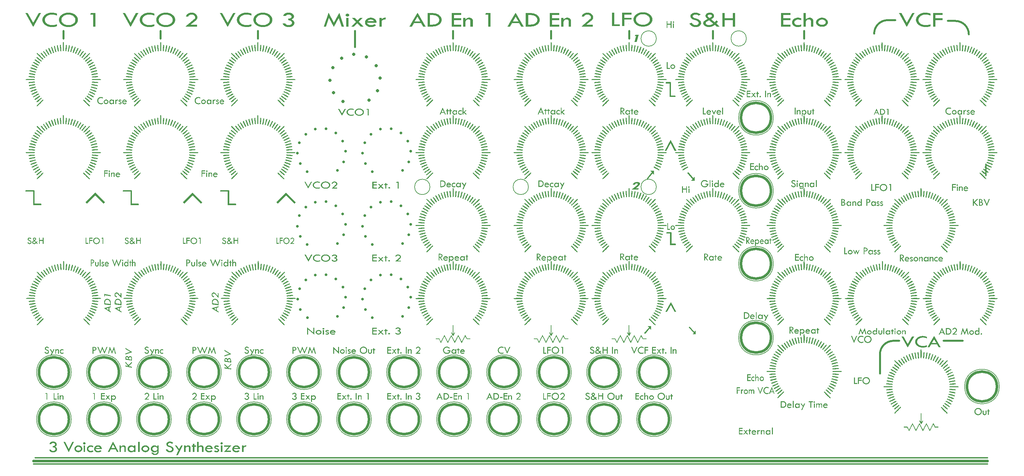
<source format=gbr>
%TF.GenerationSoftware,KiCad,Pcbnew,7.0.9*%
%TF.CreationDate,2024-01-03T17:03:03-06:00*%
%TF.ProjectId,AnalogSequencerFaceplate,416e616c-6f67-4536-9571-75656e636572,rev?*%
%TF.SameCoordinates,Original*%
%TF.FileFunction,Legend,Top*%
%TF.FilePolarity,Positive*%
%FSLAX46Y46*%
G04 Gerber Fmt 4.6, Leading zero omitted, Abs format (unit mm)*
G04 Created by KiCad (PCBNEW 7.0.9) date 2024-01-03 17:03:03*
%MOMM*%
%LPD*%
G01*
G04 APERTURE LIST*
%ADD10C,0.440000*%
%ADD11C,0.500000*%
%ADD12C,0.400000*%
%ADD13C,0.700000*%
%ADD14C,0.200000*%
%ADD15C,0.150000*%
%ADD16C,0.460000*%
%ADD17C,0.250000*%
%ADD18C,0.850000*%
%ADD19C,0.300000*%
%ADD20C,0.100000*%
G04 APERTURE END LIST*
D10*
G36*
X228468493Y-92787193D02*
G01*
X229303070Y-92787193D01*
X228757188Y-94713000D01*
X228194452Y-94713000D01*
X228642882Y-93131087D01*
X228272121Y-93131087D01*
X228468493Y-92787193D01*
G37*
D11*
X155525000Y-91800000D02*
X155525000Y-96000000D01*
X79725000Y-91800000D02*
X79725000Y-93800000D01*
X105025000Y-91800000D02*
X105025000Y-93800000D01*
X130275000Y-91800000D02*
X130275000Y-93800000D01*
X181050000Y-91800000D02*
X181050000Y-93800000D01*
X206550000Y-91800000D02*
X206550000Y-93800000D01*
X226800000Y-91800000D02*
X226800000Y-93800000D01*
X248550000Y-91800000D02*
X248550000Y-93800000D01*
X248550000Y-91800000D02*
X248550000Y-93800000D01*
X272300000Y-91800000D02*
X272300000Y-93800000D01*
X315100000Y-92700000D02*
G75*
G03*
X311600000Y-89200000I-3499999J1D01*
G01*
X309600000Y-89200000D02*
X311600000Y-89200000D01*
X294000000Y-89000000D02*
G75*
G03*
X290500000Y-92500000I-1J-3499999D01*
G01*
X296000000Y-89000000D02*
X294000000Y-89000000D01*
X295500000Y-172500000D02*
G75*
G03*
X292000000Y-176000000I0J-3500000D01*
G01*
X297000000Y-172500000D02*
X295500000Y-172500000D01*
X292000000Y-181000000D02*
X292000000Y-176000000D01*
X308500000Y-172500000D02*
X313500000Y-172500000D01*
D12*
G36*
X257518430Y-181208867D02*
G01*
X258391110Y-181208867D01*
X258391110Y-181458971D01*
X257730775Y-181458971D01*
X257730775Y-181865392D01*
X258391110Y-181865392D01*
X258391110Y-182115496D01*
X257730775Y-182115496D01*
X257730775Y-182709495D01*
X258391110Y-182709495D01*
X258391110Y-182959600D01*
X257518430Y-182959600D01*
X257518430Y-181208867D01*
G37*
G36*
X259382491Y-182678232D02*
G01*
X259382491Y-182928336D01*
X259361978Y-182939694D01*
X259341543Y-182950318D01*
X259321188Y-182960210D01*
X259300911Y-182969369D01*
X259280714Y-182977796D01*
X259260595Y-182985489D01*
X259240556Y-182992450D01*
X259220595Y-182998678D01*
X259200713Y-183004174D01*
X259180911Y-183008937D01*
X259161187Y-183012967D01*
X259141543Y-183016264D01*
X259121977Y-183018828D01*
X259102491Y-183020660D01*
X259083083Y-183021759D01*
X259063754Y-183022126D01*
X259037526Y-183021423D01*
X259011706Y-183019317D01*
X258986294Y-183015806D01*
X258961292Y-183010890D01*
X258936698Y-183004571D01*
X258912512Y-182996847D01*
X258888736Y-182987718D01*
X258865368Y-182977185D01*
X258842409Y-182965248D01*
X258819859Y-182951906D01*
X258797717Y-182937160D01*
X258775984Y-182921009D01*
X258754660Y-182903454D01*
X258733745Y-182884495D01*
X258713238Y-182864131D01*
X258693140Y-182842363D01*
X258673922Y-182819669D01*
X258655943Y-182796529D01*
X258639204Y-182772943D01*
X258623705Y-182748910D01*
X258609446Y-182724430D01*
X258596427Y-182699504D01*
X258584648Y-182674131D01*
X258574109Y-182648312D01*
X258564809Y-182622046D01*
X258556750Y-182595334D01*
X258549930Y-182568176D01*
X258544351Y-182540570D01*
X258540011Y-182512519D01*
X258536911Y-182484021D01*
X258535051Y-182455076D01*
X258534431Y-182425685D01*
X258535050Y-182392460D01*
X258536904Y-182359953D01*
X258539995Y-182328163D01*
X258544323Y-182297091D01*
X258549887Y-182266736D01*
X258556688Y-182237099D01*
X258564725Y-182208179D01*
X258573999Y-182179976D01*
X258584509Y-182152491D01*
X258596255Y-182125724D01*
X258609238Y-182099674D01*
X258623458Y-182074341D01*
X258638914Y-182049726D01*
X258655606Y-182025829D01*
X258673535Y-182002648D01*
X258692701Y-181980186D01*
X258712799Y-181958713D01*
X258733525Y-181938626D01*
X258754880Y-181919924D01*
X258776864Y-181902608D01*
X258799476Y-181886677D01*
X258822717Y-181872131D01*
X258846586Y-181858971D01*
X258871083Y-181847195D01*
X258896210Y-181836806D01*
X258921965Y-181827801D01*
X258948348Y-181820182D01*
X258975360Y-181813948D01*
X259003000Y-181809099D01*
X259031269Y-181805636D01*
X259060167Y-181803558D01*
X259089693Y-181802865D01*
X259107478Y-181803232D01*
X259125331Y-181804331D01*
X259143253Y-181806163D01*
X259161244Y-181808727D01*
X259179303Y-181812024D01*
X259197432Y-181816054D01*
X259215628Y-181820817D01*
X259233894Y-181826313D01*
X259252228Y-181832541D01*
X259270631Y-181839502D01*
X259289103Y-181847195D01*
X259307643Y-181855622D01*
X259326252Y-181864781D01*
X259344930Y-181874673D01*
X259363676Y-181885297D01*
X259382491Y-181896655D01*
X259382491Y-182146759D01*
X259362333Y-182135402D01*
X259342306Y-182124777D01*
X259322409Y-182114886D01*
X259302642Y-182105727D01*
X259283006Y-182097300D01*
X259263501Y-182089606D01*
X259244126Y-182082646D01*
X259224881Y-182076417D01*
X259205768Y-182070922D01*
X259186784Y-182066159D01*
X259167931Y-182062129D01*
X259149209Y-182058832D01*
X259130617Y-182056267D01*
X259112156Y-182054436D01*
X259093825Y-182053336D01*
X259075625Y-182052970D01*
X259050938Y-182053885D01*
X259026830Y-182056628D01*
X259003302Y-182061200D01*
X258980354Y-182067602D01*
X258957985Y-182075832D01*
X258936196Y-182085891D01*
X258914987Y-182097780D01*
X258894357Y-182111497D01*
X258874306Y-182127043D01*
X258854836Y-182144418D01*
X258842177Y-182157018D01*
X258824264Y-182176753D01*
X258808112Y-182197123D01*
X258793723Y-182218129D01*
X258781095Y-182239770D01*
X258770230Y-182262047D01*
X258761126Y-182284959D01*
X258753784Y-182308506D01*
X258748205Y-182332689D01*
X258744387Y-182357507D01*
X258742332Y-182382961D01*
X258741940Y-182400283D01*
X258742767Y-182429338D01*
X258745248Y-182457516D01*
X258749382Y-182484819D01*
X258755170Y-182511246D01*
X258762612Y-182536797D01*
X258771708Y-182561472D01*
X258782458Y-182585272D01*
X258794861Y-182608195D01*
X258808919Y-182630243D01*
X258824630Y-182651415D01*
X258836022Y-182665043D01*
X258854030Y-182684161D01*
X258872772Y-182701399D01*
X258892247Y-182716756D01*
X258912457Y-182730233D01*
X258933402Y-182741829D01*
X258955080Y-182751545D01*
X258977492Y-182759380D01*
X259000639Y-182765335D01*
X259024520Y-182769409D01*
X259049135Y-182771603D01*
X259065953Y-182772021D01*
X259092266Y-182771197D01*
X259110195Y-182769731D01*
X259128433Y-182767533D01*
X259146981Y-182764602D01*
X259165837Y-182760938D01*
X259185002Y-182756542D01*
X259204477Y-182751413D01*
X259224261Y-182745551D01*
X259244353Y-182738957D01*
X259264755Y-182731629D01*
X259285466Y-182723569D01*
X259306487Y-182714777D01*
X259327816Y-182705251D01*
X259349454Y-182694993D01*
X259371402Y-182684002D01*
X259382491Y-182678232D01*
G37*
G36*
X259590000Y-181177604D02*
G01*
X259805422Y-181177604D01*
X259805422Y-182019753D01*
X259822048Y-181998962D01*
X259838457Y-181979270D01*
X259854650Y-181960677D01*
X259870626Y-181943183D01*
X259886386Y-181926788D01*
X259901929Y-181911492D01*
X259917257Y-181897296D01*
X259932367Y-181884198D01*
X259947262Y-181872200D01*
X259961940Y-181861300D01*
X259971605Y-181854645D01*
X259991478Y-181842509D01*
X260012409Y-181831991D01*
X260034398Y-181823092D01*
X260051583Y-181817479D01*
X260069364Y-181812776D01*
X260087740Y-181808984D01*
X260106711Y-181806102D01*
X260126277Y-181804130D01*
X260146438Y-181803068D01*
X260160209Y-181802865D01*
X260184296Y-181803831D01*
X260207757Y-181806729D01*
X260230592Y-181811559D01*
X260252801Y-181818321D01*
X260274384Y-181827015D01*
X260295341Y-181837641D01*
X260315672Y-181850199D01*
X260335377Y-181864689D01*
X260354456Y-181881111D01*
X260372910Y-181899465D01*
X260384864Y-181912775D01*
X260401756Y-181933756D01*
X260416987Y-181955485D01*
X260430556Y-181977960D01*
X260442463Y-182001183D01*
X260452709Y-182025153D01*
X260461294Y-182049869D01*
X260468217Y-182075333D01*
X260473478Y-182101544D01*
X260477078Y-182128502D01*
X260479017Y-182156207D01*
X260479386Y-182175091D01*
X260479386Y-182959600D01*
X260263964Y-182959600D01*
X260263964Y-182252761D01*
X260263201Y-182227275D01*
X260260914Y-182203088D01*
X260257101Y-182180198D01*
X260251764Y-182158605D01*
X260244901Y-182138310D01*
X260236514Y-182119313D01*
X260226601Y-182101613D01*
X260215164Y-182085210D01*
X260202470Y-182070327D01*
X260188786Y-182057427D01*
X260174113Y-182046513D01*
X260158451Y-182037583D01*
X260141800Y-182030637D01*
X260124159Y-182025676D01*
X260105530Y-182022699D01*
X260085911Y-182021707D01*
X260064446Y-182022548D01*
X260043577Y-182025073D01*
X260023302Y-182029280D01*
X260003623Y-182035171D01*
X259984539Y-182042744D01*
X259966050Y-182052001D01*
X259948155Y-182062940D01*
X259930856Y-182075563D01*
X259914152Y-182089868D01*
X259898043Y-182105856D01*
X259887634Y-182117450D01*
X259872942Y-182135662D01*
X259859695Y-182154579D01*
X259847893Y-182174199D01*
X259837536Y-182194524D01*
X259828625Y-182215553D01*
X259821158Y-182237286D01*
X259815137Y-182259723D01*
X259810561Y-182282864D01*
X259807429Y-182306709D01*
X259805743Y-182331258D01*
X259805422Y-182348015D01*
X259805422Y-182959600D01*
X259590000Y-182959600D01*
X259590000Y-181177604D01*
G37*
G36*
X261305081Y-181803556D02*
G01*
X261331959Y-181805628D01*
X261358401Y-181809082D01*
X261384406Y-181813917D01*
X261409976Y-181820134D01*
X261435109Y-181827732D01*
X261459806Y-181836712D01*
X261484067Y-181847073D01*
X261507891Y-181858816D01*
X261531280Y-181871940D01*
X261554232Y-181886446D01*
X261576748Y-181902333D01*
X261598827Y-181919602D01*
X261620471Y-181938252D01*
X261641678Y-181958284D01*
X261662449Y-181979697D01*
X261682360Y-182001973D01*
X261700986Y-182024714D01*
X261718328Y-182047921D01*
X261734385Y-182071594D01*
X261749158Y-182095732D01*
X261762646Y-182120335D01*
X261774849Y-182145405D01*
X261785768Y-182170939D01*
X261795402Y-182196940D01*
X261803752Y-182223406D01*
X261810817Y-182250337D01*
X261816597Y-182277735D01*
X261821093Y-182305597D01*
X261824305Y-182333926D01*
X261826231Y-182362720D01*
X261826874Y-182391979D01*
X261826243Y-182421433D01*
X261824353Y-182450445D01*
X261821201Y-182479014D01*
X261816790Y-182507140D01*
X261811117Y-182534823D01*
X261804184Y-182562064D01*
X261795991Y-182588862D01*
X261786537Y-182615217D01*
X261775823Y-182641130D01*
X261763848Y-182666600D01*
X261750612Y-182691627D01*
X261736116Y-182716212D01*
X261720360Y-182740353D01*
X261703343Y-182764053D01*
X261685065Y-182787309D01*
X261665527Y-182810123D01*
X261645163Y-182832009D01*
X261624407Y-182852484D01*
X261603260Y-182871546D01*
X261581721Y-182889196D01*
X261559791Y-182905435D01*
X261537469Y-182920261D01*
X261514755Y-182933675D01*
X261491650Y-182945678D01*
X261468154Y-182956268D01*
X261444266Y-182965446D01*
X261419986Y-182973212D01*
X261395315Y-182979566D01*
X261370252Y-182984508D01*
X261344798Y-182988039D01*
X261318952Y-182990157D01*
X261292715Y-182990863D01*
X261264648Y-182990164D01*
X261237052Y-182988069D01*
X261209927Y-182984577D01*
X261183272Y-182979688D01*
X261157088Y-182973403D01*
X261131375Y-182965721D01*
X261106132Y-182956642D01*
X261081359Y-182946166D01*
X261057057Y-182934294D01*
X261033226Y-182921024D01*
X261009865Y-182906358D01*
X260986975Y-182890296D01*
X260964555Y-182872836D01*
X260942606Y-182853980D01*
X260921127Y-182833727D01*
X260900119Y-182812077D01*
X260879995Y-182789484D01*
X260861170Y-182766403D01*
X260843643Y-182742834D01*
X260827414Y-182718776D01*
X260812483Y-182694230D01*
X260798851Y-182669195D01*
X260786517Y-182643671D01*
X260775482Y-182617660D01*
X260765744Y-182591159D01*
X260757305Y-182564170D01*
X260750165Y-182536693D01*
X260744322Y-182508727D01*
X260739778Y-182480273D01*
X260736532Y-182451330D01*
X260734585Y-182421899D01*
X260734127Y-182400772D01*
X260944082Y-182400772D01*
X260944979Y-182425938D01*
X260947668Y-182450512D01*
X260952150Y-182474493D01*
X260958426Y-182497881D01*
X260966494Y-182520677D01*
X260976355Y-182542881D01*
X260988008Y-182564492D01*
X261001455Y-182585511D01*
X261016695Y-182605937D01*
X261033727Y-182625771D01*
X261046078Y-182638664D01*
X261065512Y-182656910D01*
X261085563Y-182673360D01*
X261106233Y-182688016D01*
X261127521Y-182700878D01*
X261149427Y-182711944D01*
X261171952Y-182721217D01*
X261195095Y-182728694D01*
X261218856Y-182734377D01*
X261243235Y-182738265D01*
X261268232Y-182740359D01*
X261285241Y-182740758D01*
X261310006Y-182739839D01*
X261334185Y-182737083D01*
X261357776Y-182732489D01*
X261380779Y-182726058D01*
X261403196Y-182717789D01*
X261425025Y-182707682D01*
X261446267Y-182695738D01*
X261466921Y-182681956D01*
X261486988Y-182666337D01*
X261506468Y-182648881D01*
X261519128Y-182636222D01*
X261537041Y-182616321D01*
X261553193Y-182595819D01*
X261567582Y-182574716D01*
X261580210Y-182553011D01*
X261591075Y-182530706D01*
X261600179Y-182507800D01*
X261607521Y-182484292D01*
X261613100Y-182460184D01*
X261616918Y-182435474D01*
X261618973Y-182410164D01*
X261619365Y-182392956D01*
X261618496Y-182367537D01*
X261615887Y-182342753D01*
X261611540Y-182318604D01*
X261605455Y-182295091D01*
X261597630Y-182272213D01*
X261588067Y-182249971D01*
X261576764Y-182228364D01*
X261563723Y-182207393D01*
X261548944Y-182187057D01*
X261532425Y-182167356D01*
X261520447Y-182154575D01*
X261501571Y-182136417D01*
X261482039Y-182120045D01*
X261461849Y-182105459D01*
X261441003Y-182092660D01*
X261419500Y-182081646D01*
X261397340Y-182072418D01*
X261374523Y-182064976D01*
X261351049Y-182059320D01*
X261326918Y-182055451D01*
X261302131Y-182053367D01*
X261285241Y-182052970D01*
X261259446Y-182053872D01*
X261234324Y-182056576D01*
X261209874Y-182061084D01*
X261186096Y-182067396D01*
X261162990Y-182075510D01*
X261140557Y-182085428D01*
X261118797Y-182097148D01*
X261097708Y-182110672D01*
X261077292Y-182126000D01*
X261057548Y-182143130D01*
X261044759Y-182155552D01*
X261026767Y-182175138D01*
X261010545Y-182195429D01*
X260996092Y-182216423D01*
X260983409Y-182238121D01*
X260972496Y-182260524D01*
X260963353Y-182283631D01*
X260955979Y-182307442D01*
X260950375Y-182331956D01*
X260946540Y-182357175D01*
X260944476Y-182383099D01*
X260944082Y-182400772D01*
X260734127Y-182400772D01*
X260733936Y-182391979D01*
X260734580Y-182363359D01*
X260736512Y-182335139D01*
X260739732Y-182307320D01*
X260744240Y-182279902D01*
X260750036Y-182252885D01*
X260757120Y-182226268D01*
X260765492Y-182200052D01*
X260775152Y-182174237D01*
X260786100Y-182148822D01*
X260798336Y-182123808D01*
X260811860Y-182099195D01*
X260826672Y-182074982D01*
X260842772Y-182051171D01*
X260860160Y-182027760D01*
X260878836Y-182004749D01*
X260898800Y-181982140D01*
X260919652Y-181960431D01*
X260940881Y-181940122D01*
X260962489Y-181921214D01*
X260984474Y-181903707D01*
X261006837Y-181887600D01*
X261029578Y-181872894D01*
X261052697Y-181859589D01*
X261076193Y-181847684D01*
X261100068Y-181837180D01*
X261124320Y-181828076D01*
X261148950Y-181820373D01*
X261173958Y-181814070D01*
X261199343Y-181809168D01*
X261225107Y-181805667D01*
X261251248Y-181803566D01*
X261277767Y-181802865D01*
X261305081Y-181803556D01*
G37*
G36*
X254767181Y-184568867D02*
G01*
X255639861Y-184568867D01*
X255639861Y-184818971D01*
X254979526Y-184818971D01*
X254979526Y-185225392D01*
X255639861Y-185225392D01*
X255639861Y-185475496D01*
X254982163Y-185475496D01*
X254982163Y-186319600D01*
X254767181Y-186319600D01*
X254767181Y-184568867D01*
G37*
G36*
X256092247Y-185194128D02*
G01*
X256092247Y-185412970D01*
X256105657Y-185388797D01*
X256119012Y-185365921D01*
X256132313Y-185344341D01*
X256145560Y-185324058D01*
X256158753Y-185305071D01*
X256171892Y-185287382D01*
X256184977Y-185270988D01*
X256198007Y-185255891D01*
X256210984Y-185242091D01*
X256228202Y-185225708D01*
X256232491Y-185221972D01*
X256250290Y-185208119D01*
X256269394Y-185196113D01*
X256289802Y-185185954D01*
X256311516Y-185177642D01*
X256328658Y-185172620D01*
X256346534Y-185168638D01*
X256365145Y-185165694D01*
X256384489Y-185163789D01*
X256404568Y-185162923D01*
X256411424Y-185162865D01*
X256430891Y-185164218D01*
X256449013Y-185167140D01*
X256466622Y-185170946D01*
X256486148Y-185175955D01*
X256500230Y-185179962D01*
X256434725Y-185426648D01*
X256416383Y-185422707D01*
X256397094Y-185418861D01*
X256378341Y-185415588D01*
X256360165Y-185413304D01*
X256352952Y-185412970D01*
X256332897Y-185413700D01*
X256313452Y-185415890D01*
X256294617Y-185419539D01*
X256276393Y-185424648D01*
X256258780Y-185431217D01*
X256241777Y-185439245D01*
X256225385Y-185448734D01*
X256209603Y-185459681D01*
X256194432Y-185472089D01*
X256179871Y-185485957D01*
X256170503Y-185496013D01*
X256157382Y-185511944D01*
X256145552Y-185528596D01*
X256135012Y-185545970D01*
X256125763Y-185564065D01*
X256117804Y-185582881D01*
X256111136Y-185602419D01*
X256105759Y-185622677D01*
X256101672Y-185643657D01*
X256098876Y-185665359D01*
X256097370Y-185687781D01*
X256097083Y-185703131D01*
X256097083Y-186319600D01*
X255882101Y-186319600D01*
X255882101Y-185194128D01*
X256092247Y-185194128D01*
G37*
G36*
X257168096Y-185163556D02*
G01*
X257194974Y-185165628D01*
X257221416Y-185169082D01*
X257247421Y-185173917D01*
X257272991Y-185180134D01*
X257298124Y-185187732D01*
X257322821Y-185196712D01*
X257347081Y-185207073D01*
X257370906Y-185218816D01*
X257394294Y-185231940D01*
X257417247Y-185246446D01*
X257439762Y-185262333D01*
X257461842Y-185279602D01*
X257483486Y-185298252D01*
X257504693Y-185318284D01*
X257525464Y-185339697D01*
X257545375Y-185361973D01*
X257564001Y-185384714D01*
X257581343Y-185407921D01*
X257597400Y-185431594D01*
X257612172Y-185455732D01*
X257625660Y-185480335D01*
X257637864Y-185505405D01*
X257648782Y-185530939D01*
X257658417Y-185556940D01*
X257666766Y-185583406D01*
X257673831Y-185610337D01*
X257679612Y-185637735D01*
X257684108Y-185665597D01*
X257687319Y-185693926D01*
X257689246Y-185722720D01*
X257689889Y-185751979D01*
X257689258Y-185781433D01*
X257687367Y-185810445D01*
X257684216Y-185839014D01*
X257679804Y-185867140D01*
X257674132Y-185894823D01*
X257667199Y-185922064D01*
X257659006Y-185948862D01*
X257649552Y-185975217D01*
X257638837Y-186001130D01*
X257626862Y-186026600D01*
X257613627Y-186051627D01*
X257599131Y-186076212D01*
X257583374Y-186100353D01*
X257566357Y-186124053D01*
X257548080Y-186147309D01*
X257528542Y-186170123D01*
X257508178Y-186192009D01*
X257487422Y-186212484D01*
X257466275Y-186231546D01*
X257444736Y-186249196D01*
X257422806Y-186265435D01*
X257400484Y-186280261D01*
X257377770Y-186293675D01*
X257354665Y-186305678D01*
X257331169Y-186316268D01*
X257307281Y-186325446D01*
X257283001Y-186333212D01*
X257258330Y-186339566D01*
X257233267Y-186344508D01*
X257207813Y-186348039D01*
X257181967Y-186350157D01*
X257155729Y-186350863D01*
X257127663Y-186350164D01*
X257100067Y-186348069D01*
X257072942Y-186344577D01*
X257046287Y-186339688D01*
X257020103Y-186333403D01*
X256994389Y-186325721D01*
X256969146Y-186316642D01*
X256944374Y-186306166D01*
X256920072Y-186294294D01*
X256896240Y-186281024D01*
X256872880Y-186266358D01*
X256849989Y-186250296D01*
X256827570Y-186232836D01*
X256805620Y-186213980D01*
X256784142Y-186193727D01*
X256763133Y-186172077D01*
X256743010Y-186149484D01*
X256724184Y-186126403D01*
X256706657Y-186102834D01*
X256690428Y-186078776D01*
X256675498Y-186054230D01*
X256661866Y-186029195D01*
X256649532Y-186003671D01*
X256638496Y-185977660D01*
X256628759Y-185951159D01*
X256620320Y-185924170D01*
X256613179Y-185896693D01*
X256607337Y-185868727D01*
X256602793Y-185840273D01*
X256599547Y-185811330D01*
X256597600Y-185781899D01*
X256597142Y-185760772D01*
X256807097Y-185760772D01*
X256807994Y-185785938D01*
X256810683Y-185810512D01*
X256815165Y-185834493D01*
X256821440Y-185857881D01*
X256829508Y-185880677D01*
X256839369Y-185902881D01*
X256851023Y-185924492D01*
X256864470Y-185945511D01*
X256879709Y-185965937D01*
X256896742Y-185985771D01*
X256909093Y-185998664D01*
X256928526Y-186016910D01*
X256948578Y-186033360D01*
X256969248Y-186048016D01*
X256990536Y-186060878D01*
X257012442Y-186071944D01*
X257034967Y-186081217D01*
X257058109Y-186088694D01*
X257081870Y-186094377D01*
X257106250Y-186098265D01*
X257131247Y-186100359D01*
X257148256Y-186100758D01*
X257173021Y-186099839D01*
X257197200Y-186097083D01*
X257220791Y-186092489D01*
X257243794Y-186086058D01*
X257266211Y-186077789D01*
X257288040Y-186067682D01*
X257309281Y-186055738D01*
X257329936Y-186041956D01*
X257350003Y-186026337D01*
X257369482Y-186008881D01*
X257382143Y-185996222D01*
X257400056Y-185976321D01*
X257416208Y-185955819D01*
X257430597Y-185934716D01*
X257443225Y-185913011D01*
X257454090Y-185890706D01*
X257463194Y-185867800D01*
X257470535Y-185844292D01*
X257476115Y-185820184D01*
X257479933Y-185795474D01*
X257481988Y-185770164D01*
X257482380Y-185752956D01*
X257481510Y-185727537D01*
X257478902Y-185702753D01*
X257474555Y-185678604D01*
X257468469Y-185655091D01*
X257460645Y-185632213D01*
X257451081Y-185609971D01*
X257439779Y-185588364D01*
X257426738Y-185567393D01*
X257411958Y-185547057D01*
X257395440Y-185527356D01*
X257383461Y-185514575D01*
X257364586Y-185496417D01*
X257345053Y-185480045D01*
X257324864Y-185465459D01*
X257304018Y-185452660D01*
X257282515Y-185441646D01*
X257260354Y-185432418D01*
X257237538Y-185424976D01*
X257214064Y-185419320D01*
X257189933Y-185415451D01*
X257165146Y-185413367D01*
X257148256Y-185412970D01*
X257122461Y-185413872D01*
X257097338Y-185416576D01*
X257072888Y-185421084D01*
X257049111Y-185427396D01*
X257026005Y-185435510D01*
X257003572Y-185445428D01*
X256981811Y-185457148D01*
X256960723Y-185470672D01*
X256940307Y-185486000D01*
X256920563Y-185503130D01*
X256907774Y-185515552D01*
X256889782Y-185535138D01*
X256873560Y-185555429D01*
X256859107Y-185576423D01*
X256846424Y-185598121D01*
X256835511Y-185620524D01*
X256826367Y-185643631D01*
X256818994Y-185667442D01*
X256813390Y-185691956D01*
X256809555Y-185717175D01*
X256807490Y-185743099D01*
X256807097Y-185760772D01*
X256597142Y-185760772D01*
X256596951Y-185751979D01*
X256597595Y-185723359D01*
X256599527Y-185695139D01*
X256602747Y-185667320D01*
X256607255Y-185639902D01*
X256613051Y-185612885D01*
X256620135Y-185586268D01*
X256628507Y-185560052D01*
X256638167Y-185534237D01*
X256649115Y-185508822D01*
X256661351Y-185483808D01*
X256674875Y-185459195D01*
X256689687Y-185434982D01*
X256705787Y-185411171D01*
X256723175Y-185387760D01*
X256741851Y-185364749D01*
X256761815Y-185342140D01*
X256782666Y-185320431D01*
X256803896Y-185300122D01*
X256825504Y-185281214D01*
X256847489Y-185263707D01*
X256869852Y-185247600D01*
X256892593Y-185232894D01*
X256915712Y-185219589D01*
X256939208Y-185207684D01*
X256963083Y-185197180D01*
X256987335Y-185188076D01*
X257011965Y-185180373D01*
X257036972Y-185174070D01*
X257062358Y-185169168D01*
X257088121Y-185165667D01*
X257114263Y-185163566D01*
X257140782Y-185162865D01*
X257168096Y-185163556D01*
G37*
G36*
X257868381Y-186319600D02*
G01*
X257868381Y-185194128D01*
X258081166Y-185194128D01*
X258081166Y-185381707D01*
X258095282Y-185360907D01*
X258109275Y-185341189D01*
X258123144Y-185322553D01*
X258136890Y-185304999D01*
X258150511Y-185288527D01*
X258164010Y-185273137D01*
X258177384Y-185258829D01*
X258190635Y-185245603D01*
X258208111Y-185229651D01*
X258225367Y-185215622D01*
X258242828Y-185203257D01*
X258260922Y-185192541D01*
X258279648Y-185183473D01*
X258299006Y-185176054D01*
X258318996Y-185170284D01*
X258339617Y-185166163D01*
X258360871Y-185163690D01*
X258382757Y-185162865D01*
X258404157Y-185163325D01*
X258424668Y-185164703D01*
X258444291Y-185167000D01*
X258463025Y-185170216D01*
X258480870Y-185174350D01*
X258503281Y-185181292D01*
X258524112Y-185189867D01*
X258543364Y-185200076D01*
X258561035Y-185211918D01*
X258565206Y-185215133D01*
X258581480Y-185229170D01*
X258597107Y-185245145D01*
X258612089Y-185263058D01*
X258626426Y-185282911D01*
X258636754Y-185299072D01*
X258646719Y-185316324D01*
X258656321Y-185334667D01*
X258665560Y-185354100D01*
X258674436Y-185374623D01*
X258677314Y-185381707D01*
X258692348Y-185360820D01*
X258707283Y-185341023D01*
X258722117Y-185322317D01*
X258736850Y-185304702D01*
X258751483Y-185288177D01*
X258766015Y-185272742D01*
X258780448Y-185258398D01*
X258794779Y-185245145D01*
X258809010Y-185232982D01*
X258827829Y-185218461D01*
X258832505Y-185215133D01*
X258851568Y-185202883D01*
X258871386Y-185192266D01*
X258891959Y-185183283D01*
X258913289Y-185175932D01*
X258935374Y-185170216D01*
X258958214Y-185166132D01*
X258975840Y-185164141D01*
X258993892Y-185163070D01*
X259006162Y-185162865D01*
X259028616Y-185163746D01*
X259050474Y-185166386D01*
X259071738Y-185170787D01*
X259092407Y-185176948D01*
X259112480Y-185184869D01*
X259131958Y-185194550D01*
X259150842Y-185205992D01*
X259169130Y-185219194D01*
X259186823Y-185234156D01*
X259203922Y-185250879D01*
X259214990Y-185263005D01*
X259230703Y-185282116D01*
X259244871Y-185301897D01*
X259257494Y-185322347D01*
X259268571Y-185343468D01*
X259278102Y-185365258D01*
X259286087Y-185387718D01*
X259292527Y-185410847D01*
X259297422Y-185434647D01*
X259300770Y-185459116D01*
X259302574Y-185484255D01*
X259302917Y-185501386D01*
X259302917Y-186319600D01*
X259088814Y-186319600D01*
X259088814Y-185567332D01*
X259088161Y-185544854D01*
X259086204Y-185523826D01*
X259082941Y-185504248D01*
X259075599Y-185477601D01*
X259065321Y-185454217D01*
X259052106Y-185434095D01*
X259035954Y-185417237D01*
X259016866Y-185403641D01*
X258994841Y-185393309D01*
X258969880Y-185386239D01*
X258951608Y-185383338D01*
X258932030Y-185381888D01*
X258921752Y-185381707D01*
X258898458Y-185383188D01*
X258876057Y-185387630D01*
X258854549Y-185395033D01*
X258833934Y-185405399D01*
X258814212Y-185418725D01*
X258800007Y-185430663D01*
X258786304Y-185444267D01*
X258773103Y-185459537D01*
X258760405Y-185476473D01*
X258748620Y-185494637D01*
X258737994Y-185513590D01*
X258728527Y-185533334D01*
X258720219Y-185553868D01*
X258713071Y-185575191D01*
X258707082Y-185597305D01*
X258702252Y-185620208D01*
X258698581Y-185643902D01*
X258696069Y-185668385D01*
X258694717Y-185693659D01*
X258694459Y-185710946D01*
X258694459Y-186319600D01*
X258479477Y-186319600D01*
X258479477Y-185600549D01*
X258478835Y-185574048D01*
X258476908Y-185549258D01*
X258473696Y-185526177D01*
X258469200Y-185504805D01*
X258463420Y-185485144D01*
X258456355Y-185467192D01*
X258443348Y-185443470D01*
X258427452Y-185423595D01*
X258408665Y-185407566D01*
X258386988Y-185395385D01*
X258362421Y-185387050D01*
X258344437Y-185383630D01*
X258325168Y-185381921D01*
X258315053Y-185381707D01*
X258297012Y-185382493D01*
X258279488Y-185384850D01*
X258256929Y-185390437D01*
X258235291Y-185398817D01*
X258214573Y-185409991D01*
X258194776Y-185423959D01*
X258180532Y-185436268D01*
X258166806Y-185450148D01*
X258153597Y-185465600D01*
X258149309Y-185471100D01*
X258137131Y-185488143D01*
X258126151Y-185505933D01*
X258116369Y-185524470D01*
X258107784Y-185543754D01*
X258100398Y-185563786D01*
X258094209Y-185584564D01*
X258089218Y-185606089D01*
X258085425Y-185628362D01*
X258082829Y-185651381D01*
X258081432Y-185675148D01*
X258081166Y-185691407D01*
X258081166Y-186319600D01*
X257868381Y-186319600D01*
G37*
G36*
X260152296Y-184568867D02*
G01*
X260379588Y-184568867D01*
X260873301Y-185830137D01*
X261370091Y-184568867D01*
X261600021Y-184568867D01*
X260870663Y-186382126D01*
X260152296Y-184568867D01*
G37*
G36*
X263065771Y-184631393D02*
G01*
X263065771Y-184881498D01*
X263034111Y-184866355D01*
X263002766Y-184852188D01*
X262971737Y-184838999D01*
X262941024Y-184826787D01*
X262910627Y-184815552D01*
X262880547Y-184805294D01*
X262850782Y-184796013D01*
X262821333Y-184787708D01*
X262792200Y-184780381D01*
X262763383Y-184774031D01*
X262734883Y-184768657D01*
X262706698Y-184764261D01*
X262678829Y-184760842D01*
X262651276Y-184758399D01*
X262624039Y-184756934D01*
X262597118Y-184756445D01*
X262563163Y-184757222D01*
X262529881Y-184759552D01*
X262497272Y-184763435D01*
X262465337Y-184768871D01*
X262434075Y-184775861D01*
X262403485Y-184784403D01*
X262373570Y-184794499D01*
X262344327Y-184806149D01*
X262315757Y-184819351D01*
X262287861Y-184834107D01*
X262260638Y-184850416D01*
X262234088Y-184868278D01*
X262208211Y-184887693D01*
X262183007Y-184908662D01*
X262158477Y-184931184D01*
X262134620Y-184955259D01*
X262111888Y-184980405D01*
X262090622Y-185006260D01*
X262070823Y-185032825D01*
X262052490Y-185060100D01*
X262035624Y-185088085D01*
X262020225Y-185116780D01*
X262006292Y-185146184D01*
X261993826Y-185176299D01*
X261982827Y-185207123D01*
X261973294Y-185238657D01*
X261965227Y-185270901D01*
X261958628Y-185303855D01*
X261953495Y-185337518D01*
X261949828Y-185371891D01*
X261947628Y-185406975D01*
X261946895Y-185442768D01*
X261947645Y-185479267D01*
X261949897Y-185515003D01*
X261953649Y-185549975D01*
X261958902Y-185584184D01*
X261965657Y-185617630D01*
X261973912Y-185650313D01*
X261983668Y-185682233D01*
X261994925Y-185713389D01*
X262007683Y-185743782D01*
X262021942Y-185773411D01*
X262037702Y-185802278D01*
X262054963Y-185830381D01*
X262073725Y-185857721D01*
X262093988Y-185884298D01*
X262115752Y-185910111D01*
X262139016Y-185935161D01*
X262163464Y-185959000D01*
X262188668Y-185981300D01*
X262214627Y-186002063D01*
X262241342Y-186021287D01*
X262268812Y-186038974D01*
X262297038Y-186055123D01*
X262326020Y-186069733D01*
X262355757Y-186082806D01*
X262386250Y-186094341D01*
X262417499Y-186104338D01*
X262449503Y-186112796D01*
X262482263Y-186119717D01*
X262515778Y-186125100D01*
X262550049Y-186128945D01*
X262585076Y-186131252D01*
X262602873Y-186131829D01*
X262620859Y-186132021D01*
X262647223Y-186131533D01*
X262673780Y-186130067D01*
X262700529Y-186127625D01*
X262727471Y-186124205D01*
X262754604Y-186119809D01*
X262781931Y-186114436D01*
X262809449Y-186108085D01*
X262837160Y-186100758D01*
X262865063Y-186092454D01*
X262893159Y-186083172D01*
X262921447Y-186072914D01*
X262949927Y-186061679D01*
X262978600Y-186049467D01*
X263007464Y-186036278D01*
X263036522Y-186022112D01*
X263065771Y-186006969D01*
X263065771Y-186257073D01*
X263038921Y-186272216D01*
X263011785Y-186286382D01*
X262984365Y-186299572D01*
X262956659Y-186311784D01*
X262928668Y-186323019D01*
X262900392Y-186333277D01*
X262871831Y-186342558D01*
X262842985Y-186350863D01*
X262813854Y-186358190D01*
X262784438Y-186364540D01*
X262754737Y-186369914D01*
X262724750Y-186374310D01*
X262694479Y-186377729D01*
X262663922Y-186380172D01*
X262633081Y-186381637D01*
X262601954Y-186382126D01*
X262579196Y-186381855D01*
X262556646Y-186381044D01*
X262534302Y-186379691D01*
X262512165Y-186377798D01*
X262490235Y-186375364D01*
X262468512Y-186372388D01*
X262446996Y-186368872D01*
X262425687Y-186364815D01*
X262404585Y-186360217D01*
X262383690Y-186355078D01*
X262363001Y-186349398D01*
X262342520Y-186343177D01*
X262322246Y-186336415D01*
X262302178Y-186329112D01*
X262282318Y-186321268D01*
X262262664Y-186312883D01*
X262243218Y-186303957D01*
X262223978Y-186294490D01*
X262204945Y-186284482D01*
X262186119Y-186273934D01*
X262167500Y-186262844D01*
X262149088Y-186251213D01*
X262130883Y-186239042D01*
X262112885Y-186226329D01*
X262095094Y-186213076D01*
X262077510Y-186199281D01*
X262060133Y-186184946D01*
X262042962Y-186170069D01*
X262025999Y-186154652D01*
X262009243Y-186138694D01*
X261992693Y-186122195D01*
X261976351Y-186105154D01*
X261960392Y-186087732D01*
X261944940Y-186070088D01*
X261929995Y-186052222D01*
X261915557Y-186034133D01*
X261901625Y-186015822D01*
X261888200Y-185997289D01*
X261875281Y-185978533D01*
X261862869Y-185959555D01*
X261850964Y-185940355D01*
X261839565Y-185920932D01*
X261828673Y-185901287D01*
X261818287Y-185881420D01*
X261808408Y-185861331D01*
X261799036Y-185841019D01*
X261790170Y-185820485D01*
X261781811Y-185799729D01*
X261773959Y-185778750D01*
X261766613Y-185757549D01*
X261759773Y-185736126D01*
X261753441Y-185714480D01*
X261747615Y-185692612D01*
X261742295Y-185670522D01*
X261737482Y-185648210D01*
X261733176Y-185625675D01*
X261729377Y-185602918D01*
X261726084Y-185579939D01*
X261723297Y-185556737D01*
X261721018Y-185533313D01*
X261719244Y-185509667D01*
X261717978Y-185485798D01*
X261717218Y-185461707D01*
X261716965Y-185437394D01*
X261717214Y-185413505D01*
X261717961Y-185389832D01*
X261719206Y-185366374D01*
X261720949Y-185343132D01*
X261723190Y-185320105D01*
X261725929Y-185297294D01*
X261729166Y-185274699D01*
X261732901Y-185252319D01*
X261737135Y-185230155D01*
X261741866Y-185208207D01*
X261747095Y-185186474D01*
X261752823Y-185164957D01*
X261759048Y-185143655D01*
X261765771Y-185122569D01*
X261772993Y-185101699D01*
X261780712Y-185081044D01*
X261788929Y-185060605D01*
X261797645Y-185040381D01*
X261806858Y-185020374D01*
X261816570Y-185000581D01*
X261826779Y-184981005D01*
X261837487Y-184961644D01*
X261848693Y-184942498D01*
X261860396Y-184923568D01*
X261872598Y-184904854D01*
X261885298Y-184886356D01*
X261898495Y-184868073D01*
X261912191Y-184850006D01*
X261926385Y-184832154D01*
X261941077Y-184814518D01*
X261956266Y-184797097D01*
X261971954Y-184779893D01*
X261988021Y-184763063D01*
X262004292Y-184746767D01*
X262020767Y-184731006D01*
X262037446Y-184715779D01*
X262054330Y-184701086D01*
X262071419Y-184686928D01*
X262088711Y-184673303D01*
X262106208Y-184660214D01*
X262123910Y-184647658D01*
X262141815Y-184635637D01*
X262159926Y-184624150D01*
X262178240Y-184613197D01*
X262196759Y-184602778D01*
X262215482Y-184592894D01*
X262234410Y-184583544D01*
X262253542Y-184574729D01*
X262272878Y-184566447D01*
X262292419Y-184558700D01*
X262312164Y-184551487D01*
X262332113Y-184544809D01*
X262352267Y-184538665D01*
X262372625Y-184533055D01*
X262393187Y-184527979D01*
X262413954Y-184523438D01*
X262434926Y-184519430D01*
X262456101Y-184515958D01*
X262477481Y-184513019D01*
X262499065Y-184510615D01*
X262520854Y-184508745D01*
X262542847Y-184507409D01*
X262565044Y-184506608D01*
X262587446Y-184506341D01*
X262616414Y-184506829D01*
X262645506Y-184508295D01*
X262674721Y-184510737D01*
X262704060Y-184514156D01*
X262733522Y-184518553D01*
X262763109Y-184523926D01*
X262792818Y-184530276D01*
X262822652Y-184537604D01*
X262852609Y-184545908D01*
X262882690Y-184555189D01*
X262912894Y-184565447D01*
X262943222Y-184576683D01*
X262973674Y-184588895D01*
X263004250Y-184602084D01*
X263034949Y-184616250D01*
X263065771Y-184631393D01*
G37*
G36*
X264632638Y-186319600D02*
G01*
X264407544Y-186319600D01*
X264223336Y-185850653D01*
X263554648Y-185850653D01*
X263375276Y-186319600D01*
X263151501Y-186319600D01*
X263418285Y-185663075D01*
X263634662Y-185663075D01*
X264142003Y-185663075D01*
X263888332Y-185041232D01*
X263634662Y-185663075D01*
X263418285Y-185663075D01*
X263888332Y-184506341D01*
X264632638Y-186319600D01*
G37*
G36*
X255327909Y-195142067D02*
G01*
X256297553Y-195142067D01*
X256297553Y-195392171D01*
X255563848Y-195392171D01*
X255563848Y-195798592D01*
X256297553Y-195798592D01*
X256297553Y-196048696D01*
X255563848Y-196048696D01*
X255563848Y-196642695D01*
X256297553Y-196642695D01*
X256297553Y-196892800D01*
X255327909Y-196892800D01*
X255327909Y-195142067D01*
G37*
G36*
X256550100Y-195767328D02*
G01*
X256840261Y-195767328D01*
X257092808Y-196089241D01*
X257339982Y-195767328D01*
X257627211Y-195767328D01*
X257233003Y-196274865D01*
X257709765Y-196892800D01*
X257425467Y-196892800D01*
X257089877Y-196460490D01*
X256752333Y-196892800D01*
X256470477Y-196892800D01*
X256950170Y-196275354D01*
X256550100Y-195767328D01*
G37*
G36*
X258024839Y-195454698D02*
G01*
X258263708Y-195454698D01*
X258263708Y-195767328D01*
X258500135Y-195767328D01*
X258500135Y-195986170D01*
X258263708Y-195986170D01*
X258263708Y-196892800D01*
X258024839Y-196892800D01*
X258024839Y-195986170D01*
X257836283Y-195986170D01*
X257836283Y-195767328D01*
X258024839Y-195767328D01*
X258024839Y-195454698D01*
G37*
G36*
X259277347Y-195736779D02*
G01*
X259307114Y-195738920D01*
X259336331Y-195742488D01*
X259364999Y-195747484D01*
X259393118Y-195753907D01*
X259420687Y-195761757D01*
X259447706Y-195771034D01*
X259474176Y-195781739D01*
X259500096Y-195793871D01*
X259525467Y-195807430D01*
X259550288Y-195822417D01*
X259574560Y-195838831D01*
X259598282Y-195856672D01*
X259621454Y-195875940D01*
X259644077Y-195896636D01*
X259666151Y-195918759D01*
X259687259Y-195942019D01*
X259706985Y-195966127D01*
X259725330Y-195991082D01*
X259742293Y-196016884D01*
X259757875Y-196043533D01*
X259772076Y-196071029D01*
X259784895Y-196099373D01*
X259796332Y-196128564D01*
X259806388Y-196158602D01*
X259815062Y-196189487D01*
X259822355Y-196221219D01*
X259828267Y-196253799D01*
X259832797Y-196287226D01*
X259835945Y-196321500D01*
X259837712Y-196356622D01*
X259838098Y-196392590D01*
X258870896Y-196392590D01*
X258875178Y-196412582D01*
X258880086Y-196431890D01*
X258888621Y-196459572D01*
X258898564Y-196485717D01*
X258909916Y-196510325D01*
X258922675Y-196533396D01*
X258936843Y-196554930D01*
X258952420Y-196574927D01*
X258969404Y-196593387D01*
X258987797Y-196610310D01*
X259007598Y-196625696D01*
X259014511Y-196630483D01*
X259035661Y-196643839D01*
X259057164Y-196655882D01*
X259079018Y-196666611D01*
X259101225Y-196676026D01*
X259123783Y-196684128D01*
X259146694Y-196690916D01*
X259169957Y-196696390D01*
X259193571Y-196700550D01*
X259217538Y-196703396D01*
X259241857Y-196704929D01*
X259258265Y-196705221D01*
X259283409Y-196704733D01*
X259308037Y-196703267D01*
X259332150Y-196700825D01*
X259355749Y-196697405D01*
X259378831Y-196693009D01*
X259401399Y-196687636D01*
X259423452Y-196681285D01*
X259444989Y-196673958D01*
X259466011Y-196665654D01*
X259486518Y-196656372D01*
X259506509Y-196646114D01*
X259525986Y-196634879D01*
X259544947Y-196622667D01*
X259563393Y-196609478D01*
X259581324Y-196595312D01*
X259598740Y-196580169D01*
X259773618Y-196712060D01*
X259748548Y-196741518D01*
X259722433Y-196769075D01*
X259695273Y-196794732D01*
X259667067Y-196818489D01*
X259637815Y-196840345D01*
X259607517Y-196860300D01*
X259576174Y-196878355D01*
X259543785Y-196894509D01*
X259510350Y-196908763D01*
X259475870Y-196921116D01*
X259440344Y-196931569D01*
X259403773Y-196940122D01*
X259366156Y-196946773D01*
X259327493Y-196951525D01*
X259307769Y-196953188D01*
X259287784Y-196954375D01*
X259267538Y-196955088D01*
X259247030Y-196955326D01*
X259215782Y-196954637D01*
X259185175Y-196952570D01*
X259155210Y-196949126D01*
X259125885Y-196944304D01*
X259097202Y-196938105D01*
X259069160Y-196930527D01*
X259041759Y-196921572D01*
X259014999Y-196911240D01*
X258988881Y-196899530D01*
X258963403Y-196886442D01*
X258938566Y-196871976D01*
X258914371Y-196856133D01*
X258890817Y-196838912D01*
X258867904Y-196820313D01*
X258845632Y-196800336D01*
X258824001Y-196778982D01*
X258803357Y-196756605D01*
X258784045Y-196733561D01*
X258766064Y-196709848D01*
X258749416Y-196685468D01*
X258734099Y-196660420D01*
X258720114Y-196634704D01*
X258707461Y-196608320D01*
X258696140Y-196581268D01*
X258686151Y-196553548D01*
X258677494Y-196525161D01*
X258670168Y-196496105D01*
X258664175Y-196466382D01*
X258659513Y-196435991D01*
X258656184Y-196404932D01*
X258654186Y-196373205D01*
X258653520Y-196340811D01*
X258654193Y-196310414D01*
X258656214Y-196280528D01*
X258659582Y-196251154D01*
X258664297Y-196222292D01*
X258667992Y-196205012D01*
X258895320Y-196205012D01*
X259587993Y-196205012D01*
X259573151Y-196178511D01*
X259557447Y-196153721D01*
X259540881Y-196130640D01*
X259523452Y-196109268D01*
X259505160Y-196089607D01*
X259486006Y-196071655D01*
X259465990Y-196055413D01*
X259445111Y-196040880D01*
X259423369Y-196028058D01*
X259400766Y-196016945D01*
X259377299Y-196007541D01*
X259352970Y-195999848D01*
X259327779Y-195993864D01*
X259301725Y-195989589D01*
X259274809Y-195987025D01*
X259247030Y-195986170D01*
X259216862Y-195987025D01*
X259187786Y-195989589D01*
X259159801Y-195993864D01*
X259132907Y-195999848D01*
X259107105Y-196007541D01*
X259082395Y-196016945D01*
X259058776Y-196028058D01*
X259036248Y-196040880D01*
X259014812Y-196055413D01*
X258994468Y-196071655D01*
X258975214Y-196089607D01*
X258957053Y-196109268D01*
X258939982Y-196130640D01*
X258924004Y-196153721D01*
X258909116Y-196178511D01*
X258895320Y-196205012D01*
X258667992Y-196205012D01*
X258670359Y-196193941D01*
X258677769Y-196166101D01*
X258686525Y-196138772D01*
X258696629Y-196111955D01*
X258708079Y-196085649D01*
X258720877Y-196059855D01*
X258735023Y-196034572D01*
X258750515Y-196009801D01*
X258767354Y-195985540D01*
X258785541Y-195961792D01*
X258805074Y-195938554D01*
X258825955Y-195915828D01*
X258847807Y-195894060D01*
X258870255Y-195873696D01*
X258893298Y-195854737D01*
X258916936Y-195837182D01*
X258941169Y-195821031D01*
X258965998Y-195806285D01*
X258991422Y-195792943D01*
X259017442Y-195781006D01*
X259044056Y-195770473D01*
X259071267Y-195761345D01*
X259099072Y-195753620D01*
X259127473Y-195747301D01*
X259156469Y-195742385D01*
X259186061Y-195738874D01*
X259216248Y-195736768D01*
X259247030Y-195736065D01*
X259277347Y-195736779D01*
G37*
G36*
X260370059Y-195767328D02*
G01*
X260370059Y-195986170D01*
X260384958Y-195961997D01*
X260399797Y-195939121D01*
X260414576Y-195917541D01*
X260429295Y-195897258D01*
X260443954Y-195878271D01*
X260458553Y-195860582D01*
X260473091Y-195844188D01*
X260487570Y-195829091D01*
X260501988Y-195815291D01*
X260521119Y-195798908D01*
X260525885Y-195795172D01*
X260545662Y-195781319D01*
X260566888Y-195769313D01*
X260589564Y-195759154D01*
X260613691Y-195750842D01*
X260632737Y-195745820D01*
X260652600Y-195741838D01*
X260673278Y-195738894D01*
X260694772Y-195736989D01*
X260717081Y-195736123D01*
X260724699Y-195736065D01*
X260746329Y-195737418D01*
X260766465Y-195740340D01*
X260786031Y-195744146D01*
X260807726Y-195749155D01*
X260823373Y-195753162D01*
X260750589Y-195999848D01*
X260730210Y-195995907D01*
X260708778Y-195992061D01*
X260687941Y-195988788D01*
X260667745Y-195986504D01*
X260659731Y-195986170D01*
X260637447Y-195986900D01*
X260615841Y-195989090D01*
X260594914Y-195992739D01*
X260574665Y-195997848D01*
X260555095Y-196004417D01*
X260536203Y-196012445D01*
X260517989Y-196021934D01*
X260500454Y-196032881D01*
X260483597Y-196045289D01*
X260467418Y-196059157D01*
X260457009Y-196069213D01*
X260442430Y-196085144D01*
X260429286Y-196101796D01*
X260417575Y-196119170D01*
X260407298Y-196137265D01*
X260398455Y-196156081D01*
X260391046Y-196175619D01*
X260385071Y-196195877D01*
X260380530Y-196216857D01*
X260377424Y-196238559D01*
X260375751Y-196260981D01*
X260375432Y-196276331D01*
X260375432Y-196892800D01*
X260136562Y-196892800D01*
X260136562Y-195767328D01*
X260370059Y-195767328D01*
G37*
G36*
X261020233Y-196892800D02*
G01*
X261020233Y-195767328D01*
X261253729Y-195767328D01*
X261253729Y-195955395D01*
X261272883Y-195934591D01*
X261291694Y-195914861D01*
X261310161Y-195896203D01*
X261328284Y-195878619D01*
X261346064Y-195862109D01*
X261363501Y-195846671D01*
X261380594Y-195832307D01*
X261397344Y-195819016D01*
X261413750Y-195806799D01*
X261429813Y-195795655D01*
X261440331Y-195788822D01*
X261461633Y-195776457D01*
X261483531Y-195765741D01*
X261506024Y-195756673D01*
X261529113Y-195749254D01*
X261552797Y-195743484D01*
X261577076Y-195739363D01*
X261601951Y-195736890D01*
X261627421Y-195736065D01*
X261655964Y-195736954D01*
X261683709Y-195739620D01*
X261710656Y-195744064D01*
X261736803Y-195750285D01*
X261762153Y-195758283D01*
X261786703Y-195768059D01*
X261810455Y-195779613D01*
X261833409Y-195792943D01*
X261855564Y-195808052D01*
X261876921Y-195824937D01*
X261890715Y-195837182D01*
X261910269Y-195856415D01*
X261927900Y-195876377D01*
X261943608Y-195897070D01*
X261957393Y-195918492D01*
X261969254Y-195940644D01*
X261979191Y-195963526D01*
X261987206Y-195987138D01*
X261993297Y-196011480D01*
X261997464Y-196036551D01*
X261999708Y-196062353D01*
X262000135Y-196079959D01*
X262000135Y-196892800D01*
X261760777Y-196892800D01*
X261760777Y-196162513D01*
X261759839Y-196140532D01*
X261757022Y-196119527D01*
X261752328Y-196099499D01*
X261745756Y-196080448D01*
X261737307Y-196062374D01*
X261726980Y-196045277D01*
X261714776Y-196029157D01*
X261700694Y-196014014D01*
X261685291Y-196000161D01*
X261668881Y-195988155D01*
X261651463Y-195977996D01*
X261633038Y-195969684D01*
X261613606Y-195963219D01*
X261593166Y-195958601D01*
X261571718Y-195955831D01*
X261549263Y-195954907D01*
X261527115Y-195955774D01*
X261505551Y-195958376D01*
X261484571Y-195962712D01*
X261464175Y-195968783D01*
X261444363Y-195976588D01*
X261425134Y-195986128D01*
X261406490Y-195997402D01*
X261388429Y-196010411D01*
X261370952Y-196025154D01*
X261354060Y-196041632D01*
X261343122Y-196053581D01*
X261327670Y-196072352D01*
X261313738Y-196091843D01*
X261301326Y-196112056D01*
X261290434Y-196132991D01*
X261281062Y-196154646D01*
X261273209Y-196177023D01*
X261266877Y-196200121D01*
X261262064Y-196223940D01*
X261258771Y-196248481D01*
X261256998Y-196273743D01*
X261256660Y-196290985D01*
X261256660Y-196892800D01*
X261020233Y-196892800D01*
G37*
G36*
X262860326Y-195736675D02*
G01*
X262884957Y-195738504D01*
X262909338Y-195741552D01*
X262933471Y-195745820D01*
X262957355Y-195751307D01*
X262980990Y-195758013D01*
X263004376Y-195765938D01*
X263027512Y-195775083D01*
X263050400Y-195785447D01*
X263073039Y-195797031D01*
X263087993Y-195805430D01*
X263109960Y-195818806D01*
X263130984Y-195832919D01*
X263151062Y-195847771D01*
X263170196Y-195863362D01*
X263188385Y-195879691D01*
X263205630Y-195896758D01*
X263221931Y-195914564D01*
X263237286Y-195933108D01*
X263251698Y-195952391D01*
X263265164Y-195972412D01*
X263273618Y-195986170D01*
X263273618Y-195767328D01*
X263512487Y-195767328D01*
X263512487Y-196892800D01*
X263273618Y-196892800D01*
X263273618Y-196673958D01*
X263262636Y-196691269D01*
X263251491Y-196708030D01*
X263240181Y-196724241D01*
X263217070Y-196755016D01*
X263193302Y-196783592D01*
X263168877Y-196809971D01*
X263143797Y-196834151D01*
X263118060Y-196856133D01*
X263091666Y-196875916D01*
X263064616Y-196893502D01*
X263036910Y-196908889D01*
X263008547Y-196922078D01*
X262979528Y-196933069D01*
X262949853Y-196941862D01*
X262919521Y-196948456D01*
X262888532Y-196952853D01*
X262856888Y-196955051D01*
X262840819Y-196955326D01*
X262813107Y-196954625D01*
X262785903Y-196952525D01*
X262759206Y-196949023D01*
X262733017Y-196944121D01*
X262707335Y-196937818D01*
X262682161Y-196930115D01*
X262657494Y-196921011D01*
X262633335Y-196910507D01*
X262609683Y-196898602D01*
X262586539Y-196885297D01*
X262563903Y-196870591D01*
X262541774Y-196854484D01*
X262520153Y-196836977D01*
X262499039Y-196818069D01*
X262478433Y-196797760D01*
X262458335Y-196776051D01*
X262439110Y-196753343D01*
X262421126Y-196730035D01*
X262404382Y-196706127D01*
X262388878Y-196681621D01*
X262374615Y-196656516D01*
X262361592Y-196630811D01*
X262349809Y-196604507D01*
X262339267Y-196577604D01*
X262329964Y-196550102D01*
X262321902Y-196522001D01*
X262315081Y-196493300D01*
X262309499Y-196464001D01*
X262305158Y-196434102D01*
X262302058Y-196403604D01*
X262300197Y-196372507D01*
X262299577Y-196340811D01*
X262299648Y-196337391D01*
X262551147Y-196337391D01*
X262552113Y-196365660D01*
X262555011Y-196393130D01*
X262559841Y-196419802D01*
X262566603Y-196445675D01*
X262575297Y-196470749D01*
X262585923Y-196495025D01*
X262598481Y-196518503D01*
X262612971Y-196541181D01*
X262629393Y-196563062D01*
X262647747Y-196584143D01*
X262661056Y-196597754D01*
X262682077Y-196616960D01*
X262703921Y-196634276D01*
X262726590Y-196649703D01*
X262750083Y-196663242D01*
X262774400Y-196674891D01*
X262799542Y-196684651D01*
X262825508Y-196692522D01*
X262852299Y-196698504D01*
X262879913Y-196702597D01*
X262908352Y-196704801D01*
X262927770Y-196705221D01*
X262956422Y-196704285D01*
X262984310Y-196701477D01*
X263011434Y-196696797D01*
X263037793Y-196690246D01*
X263063389Y-196681822D01*
X263088220Y-196671527D01*
X263112287Y-196659360D01*
X263135590Y-196645320D01*
X263158128Y-196629409D01*
X263179903Y-196611626D01*
X263193994Y-196598731D01*
X263213898Y-196578325D01*
X263231844Y-196557223D01*
X263247833Y-196535426D01*
X263261863Y-196512933D01*
X263273936Y-196489745D01*
X263284051Y-196465861D01*
X263292209Y-196441282D01*
X263298408Y-196416007D01*
X263302650Y-196390037D01*
X263304934Y-196363371D01*
X263305369Y-196345207D01*
X263304390Y-196317828D01*
X263301454Y-196291197D01*
X263296559Y-196265312D01*
X263289707Y-196240175D01*
X263280897Y-196215785D01*
X263270129Y-196192141D01*
X263257404Y-196169245D01*
X263242721Y-196147096D01*
X263226080Y-196125693D01*
X263207481Y-196105038D01*
X263193994Y-196091683D01*
X263172729Y-196072827D01*
X263150700Y-196055825D01*
X263127907Y-196040678D01*
X263104350Y-196027386D01*
X263080028Y-196015949D01*
X263054942Y-196006366D01*
X263029092Y-195998638D01*
X263002477Y-195992765D01*
X262975099Y-195988746D01*
X262946956Y-195986582D01*
X262927770Y-195986170D01*
X262899716Y-195987093D01*
X262872340Y-195989862D01*
X262845643Y-195994478D01*
X262819623Y-196000939D01*
X262794283Y-196009247D01*
X262769620Y-196019400D01*
X262745637Y-196031400D01*
X262722331Y-196045246D01*
X262699704Y-196060938D01*
X262677755Y-196078477D01*
X262663499Y-196091194D01*
X262643420Y-196111121D01*
X262625317Y-196131701D01*
X262609188Y-196152933D01*
X262595035Y-196174817D01*
X262582856Y-196197354D01*
X262572652Y-196220544D01*
X262564423Y-196244386D01*
X262558169Y-196268881D01*
X262553890Y-196294029D01*
X262551586Y-196319829D01*
X262551147Y-196337391D01*
X262299648Y-196337391D01*
X262300201Y-196310763D01*
X262302073Y-196281193D01*
X262305193Y-196252099D01*
X262309560Y-196223483D01*
X262315176Y-196195343D01*
X262322040Y-196167681D01*
X262330151Y-196140495D01*
X262339511Y-196113787D01*
X262350118Y-196087556D01*
X262361973Y-196061801D01*
X262375077Y-196036524D01*
X262389428Y-196011724D01*
X262405027Y-195987401D01*
X262421874Y-195963555D01*
X262439969Y-195940186D01*
X262459312Y-195917294D01*
X262479557Y-195895348D01*
X262500238Y-195874818D01*
X262521353Y-195855704D01*
X262542904Y-195838006D01*
X262564890Y-195821724D01*
X262587310Y-195806858D01*
X262610166Y-195793407D01*
X262633457Y-195781372D01*
X262657183Y-195770754D01*
X262681344Y-195761551D01*
X262705940Y-195753763D01*
X262730971Y-195747392D01*
X262756437Y-195742437D01*
X262782338Y-195738897D01*
X262808675Y-195736773D01*
X262835446Y-195736065D01*
X262860326Y-195736675D01*
G37*
G36*
X263896925Y-195110804D02*
G01*
X264135795Y-195110804D01*
X264135795Y-196892800D01*
X263896925Y-196892800D01*
X263896925Y-195110804D01*
G37*
G36*
X257362902Y-107334067D02*
G01*
X258332546Y-107334067D01*
X258332546Y-107584171D01*
X257598841Y-107584171D01*
X257598841Y-107990592D01*
X258332546Y-107990592D01*
X258332546Y-108240696D01*
X257598841Y-108240696D01*
X257598841Y-108834695D01*
X258332546Y-108834695D01*
X258332546Y-109084800D01*
X257362902Y-109084800D01*
X257362902Y-107334067D01*
G37*
G36*
X258585093Y-107959328D02*
G01*
X258875254Y-107959328D01*
X259127801Y-108281241D01*
X259374975Y-107959328D01*
X259662204Y-107959328D01*
X259267996Y-108466865D01*
X259744758Y-109084800D01*
X259460460Y-109084800D01*
X259124870Y-108652490D01*
X258787326Y-109084800D01*
X258505470Y-109084800D01*
X258985163Y-108467354D01*
X258585093Y-107959328D01*
G37*
G36*
X260059832Y-107646698D02*
G01*
X260298701Y-107646698D01*
X260298701Y-107959328D01*
X260535128Y-107959328D01*
X260535128Y-108178170D01*
X260298701Y-108178170D01*
X260298701Y-109084800D01*
X260059832Y-109084800D01*
X260059832Y-108178170D01*
X259871276Y-108178170D01*
X259871276Y-107959328D01*
X260059832Y-107959328D01*
X260059832Y-107646698D01*
G37*
G36*
X260699748Y-108897221D02*
G01*
X260701072Y-108873908D01*
X260705043Y-108851597D01*
X260711662Y-108830288D01*
X260720928Y-108809981D01*
X260732842Y-108790675D01*
X260747404Y-108772371D01*
X260753970Y-108765330D01*
X260771475Y-108749287D01*
X260790101Y-108735963D01*
X260809848Y-108725359D01*
X260830716Y-108717474D01*
X260852705Y-108712307D01*
X260875815Y-108709860D01*
X260885373Y-108709642D01*
X260908380Y-108711002D01*
X260930386Y-108715081D01*
X260951390Y-108721878D01*
X260971392Y-108731395D01*
X260990392Y-108743631D01*
X261008391Y-108758586D01*
X261015310Y-108765330D01*
X261031212Y-108783233D01*
X261044419Y-108802138D01*
X261054930Y-108822045D01*
X261062746Y-108842953D01*
X261067867Y-108864864D01*
X261070293Y-108887776D01*
X261070509Y-108897221D01*
X261069185Y-108920944D01*
X261065214Y-108943570D01*
X261058595Y-108965099D01*
X261049328Y-108985530D01*
X261037414Y-109004864D01*
X261022853Y-109023101D01*
X261016287Y-109030089D01*
X260998794Y-109045850D01*
X260980204Y-109058940D01*
X260960516Y-109069359D01*
X260939732Y-109077106D01*
X260917850Y-109082182D01*
X260894871Y-109084586D01*
X260885373Y-109084800D01*
X260861814Y-109083476D01*
X260839377Y-109079504D01*
X260818060Y-109072886D01*
X260797865Y-109063619D01*
X260778791Y-109051705D01*
X260760837Y-109037144D01*
X260753970Y-109030578D01*
X260738349Y-109013025D01*
X260725376Y-108994256D01*
X260715051Y-108974271D01*
X260707373Y-108953069D01*
X260702343Y-108930650D01*
X260699960Y-108907016D01*
X260699748Y-108897221D01*
G37*
G36*
X262146643Y-107334067D02*
G01*
X262383070Y-107334067D01*
X262383070Y-109084800D01*
X262146643Y-109084800D01*
X262146643Y-107334067D01*
G37*
G36*
X262695701Y-109084800D02*
G01*
X262695701Y-107959328D01*
X262929197Y-107959328D01*
X262929197Y-108147395D01*
X262948351Y-108126591D01*
X262967161Y-108106861D01*
X262985628Y-108088203D01*
X263003752Y-108070619D01*
X263021532Y-108054109D01*
X263038969Y-108038671D01*
X263056062Y-108024307D01*
X263072811Y-108011016D01*
X263089218Y-107998799D01*
X263105281Y-107987655D01*
X263115798Y-107980822D01*
X263137101Y-107968457D01*
X263158999Y-107957741D01*
X263181492Y-107948673D01*
X263204581Y-107941254D01*
X263228264Y-107935484D01*
X263252544Y-107931363D01*
X263277418Y-107928890D01*
X263302888Y-107928065D01*
X263331432Y-107928954D01*
X263359177Y-107931620D01*
X263386123Y-107936064D01*
X263412271Y-107942285D01*
X263437620Y-107950283D01*
X263462171Y-107960059D01*
X263485923Y-107971613D01*
X263508877Y-107984943D01*
X263531032Y-108000052D01*
X263552388Y-108016937D01*
X263566182Y-108029182D01*
X263585737Y-108048415D01*
X263603368Y-108068377D01*
X263619076Y-108089070D01*
X263632860Y-108110492D01*
X263644721Y-108132644D01*
X263654659Y-108155526D01*
X263662673Y-108179138D01*
X263668764Y-108203480D01*
X263672931Y-108228551D01*
X263675175Y-108254353D01*
X263675603Y-108271959D01*
X263675603Y-109084800D01*
X263436245Y-109084800D01*
X263436245Y-108354513D01*
X263435306Y-108332532D01*
X263432490Y-108311527D01*
X263427796Y-108291499D01*
X263421224Y-108272448D01*
X263412775Y-108254374D01*
X263402448Y-108237277D01*
X263390243Y-108221157D01*
X263376161Y-108206014D01*
X263360759Y-108192161D01*
X263344348Y-108180155D01*
X263326931Y-108169996D01*
X263308506Y-108161684D01*
X263289073Y-108155219D01*
X263268633Y-108150601D01*
X263247186Y-108147831D01*
X263224731Y-108146907D01*
X263202583Y-108147774D01*
X263181019Y-108150376D01*
X263160039Y-108154712D01*
X263139642Y-108160783D01*
X263119830Y-108168588D01*
X263100602Y-108178128D01*
X263081957Y-108189402D01*
X263063897Y-108202411D01*
X263046420Y-108217154D01*
X263029527Y-108233632D01*
X263018590Y-108245581D01*
X263003138Y-108264352D01*
X262989206Y-108283843D01*
X262976794Y-108304056D01*
X262965902Y-108324991D01*
X262956529Y-108346646D01*
X262948677Y-108369023D01*
X262942344Y-108392121D01*
X262937531Y-108415940D01*
X262934238Y-108440481D01*
X262932465Y-108465743D01*
X262932128Y-108482985D01*
X262932128Y-109084800D01*
X262695701Y-109084800D01*
G37*
G36*
X258248033Y-126282467D02*
G01*
X259217677Y-126282467D01*
X259217677Y-126532571D01*
X258483972Y-126532571D01*
X258483972Y-126938992D01*
X259217677Y-126938992D01*
X259217677Y-127189096D01*
X258483972Y-127189096D01*
X258483972Y-127783095D01*
X259217677Y-127783095D01*
X259217677Y-128033200D01*
X258248033Y-128033200D01*
X258248033Y-126282467D01*
G37*
G36*
X260319213Y-127751832D02*
G01*
X260319213Y-128001936D01*
X260296420Y-128013294D01*
X260273715Y-128023918D01*
X260251097Y-128033810D01*
X260228568Y-128042969D01*
X260206126Y-128051396D01*
X260183772Y-128059089D01*
X260161506Y-128066050D01*
X260139328Y-128072278D01*
X260117237Y-128077774D01*
X260095234Y-128082537D01*
X260073319Y-128086567D01*
X260051492Y-128089864D01*
X260029752Y-128092428D01*
X260008101Y-128094260D01*
X259986537Y-128095359D01*
X259965060Y-128095726D01*
X259935917Y-128095023D01*
X259907228Y-128092917D01*
X259878993Y-128089406D01*
X259851213Y-128084490D01*
X259823886Y-128078171D01*
X259797014Y-128070447D01*
X259770595Y-128061318D01*
X259744631Y-128050785D01*
X259719121Y-128038848D01*
X259694065Y-128025506D01*
X259669464Y-128010760D01*
X259645316Y-127994609D01*
X259621623Y-127977054D01*
X259598383Y-127958095D01*
X259575598Y-127937731D01*
X259553267Y-127915963D01*
X259531913Y-127893269D01*
X259511937Y-127870129D01*
X259493338Y-127846543D01*
X259476117Y-127822510D01*
X259460273Y-127798030D01*
X259445808Y-127773104D01*
X259432720Y-127747731D01*
X259421009Y-127721912D01*
X259410677Y-127695646D01*
X259401722Y-127668934D01*
X259394145Y-127641776D01*
X259387945Y-127614170D01*
X259383123Y-127586119D01*
X259379679Y-127557621D01*
X259377612Y-127528676D01*
X259376924Y-127499285D01*
X259377611Y-127466060D01*
X259379671Y-127433553D01*
X259383106Y-127401763D01*
X259387915Y-127370691D01*
X259394097Y-127340336D01*
X259401653Y-127310699D01*
X259410583Y-127281779D01*
X259420887Y-127253576D01*
X259432565Y-127226091D01*
X259445617Y-127199324D01*
X259460043Y-127173274D01*
X259475842Y-127147941D01*
X259493015Y-127123326D01*
X259511563Y-127099429D01*
X259531484Y-127076248D01*
X259552778Y-127053786D01*
X259575110Y-127032313D01*
X259598139Y-127012226D01*
X259621867Y-126993524D01*
X259646293Y-126976208D01*
X259671418Y-126960277D01*
X259697241Y-126945731D01*
X259723762Y-126932571D01*
X259750982Y-126920795D01*
X259778900Y-126910406D01*
X259807516Y-126901401D01*
X259836831Y-126893782D01*
X259866844Y-126887548D01*
X259897556Y-126882699D01*
X259928966Y-126879236D01*
X259961074Y-126877158D01*
X259993881Y-126876465D01*
X260013642Y-126876832D01*
X260033479Y-126877931D01*
X260053392Y-126879763D01*
X260073382Y-126882327D01*
X260093448Y-126885624D01*
X260113591Y-126889654D01*
X260133809Y-126894417D01*
X260154104Y-126899913D01*
X260174476Y-126906141D01*
X260194923Y-126913102D01*
X260215448Y-126920795D01*
X260236048Y-126929222D01*
X260256725Y-126938381D01*
X260277478Y-126948273D01*
X260298307Y-126958897D01*
X260319213Y-126970255D01*
X260319213Y-127220359D01*
X260296815Y-127209002D01*
X260274562Y-127198377D01*
X260252454Y-127188486D01*
X260230491Y-127179327D01*
X260208674Y-127170900D01*
X260187001Y-127163206D01*
X260165473Y-127156246D01*
X260144090Y-127150017D01*
X260122853Y-127144522D01*
X260101760Y-127139759D01*
X260080812Y-127135729D01*
X260060010Y-127132432D01*
X260039352Y-127129867D01*
X260018840Y-127128036D01*
X259998472Y-127126936D01*
X259978250Y-127126570D01*
X259950819Y-127127485D01*
X259924033Y-127130228D01*
X259897891Y-127134800D01*
X259872393Y-127141202D01*
X259847539Y-127149432D01*
X259823329Y-127159491D01*
X259799763Y-127171380D01*
X259776841Y-127185097D01*
X259754563Y-127200643D01*
X259732929Y-127218018D01*
X259718864Y-127230618D01*
X259698960Y-127250353D01*
X259681014Y-127270723D01*
X259665025Y-127291729D01*
X259650995Y-127313370D01*
X259638922Y-127335647D01*
X259628807Y-127358559D01*
X259620649Y-127382106D01*
X259614450Y-127406289D01*
X259610208Y-127431107D01*
X259607924Y-127456561D01*
X259607489Y-127473883D01*
X259608408Y-127502938D01*
X259611164Y-127531116D01*
X259615758Y-127558419D01*
X259622189Y-127584846D01*
X259630458Y-127610397D01*
X259640565Y-127635072D01*
X259652509Y-127658872D01*
X259666290Y-127681795D01*
X259681909Y-127703843D01*
X259699366Y-127725015D01*
X259712025Y-127738643D01*
X259732033Y-127757761D01*
X259752857Y-127774999D01*
X259774497Y-127790356D01*
X259796953Y-127803833D01*
X259820224Y-127815429D01*
X259844311Y-127825145D01*
X259869214Y-127832980D01*
X259894932Y-127838935D01*
X259921466Y-127843009D01*
X259948816Y-127845203D01*
X259967503Y-127845621D01*
X259996740Y-127844797D01*
X260016661Y-127843331D01*
X260036926Y-127841133D01*
X260057534Y-127838202D01*
X260078485Y-127834538D01*
X260099780Y-127830142D01*
X260121419Y-127825013D01*
X260143401Y-127819151D01*
X260165726Y-127812557D01*
X260188395Y-127805229D01*
X260211407Y-127797169D01*
X260234763Y-127788377D01*
X260258462Y-127778851D01*
X260282505Y-127768593D01*
X260306891Y-127757602D01*
X260319213Y-127751832D01*
G37*
G36*
X260549778Y-126251204D02*
G01*
X260789136Y-126251204D01*
X260789136Y-127093353D01*
X260807609Y-127072562D01*
X260825841Y-127052870D01*
X260843833Y-127034277D01*
X260861584Y-127016783D01*
X260879095Y-127000388D01*
X260896366Y-126985092D01*
X260913396Y-126970896D01*
X260930186Y-126957798D01*
X260946735Y-126945800D01*
X260963044Y-126934900D01*
X260973783Y-126928245D01*
X260995864Y-126916109D01*
X261019121Y-126905591D01*
X261043553Y-126896692D01*
X261062648Y-126891079D01*
X261082405Y-126886376D01*
X261102822Y-126882584D01*
X261123901Y-126879702D01*
X261145641Y-126877730D01*
X261168042Y-126876668D01*
X261183344Y-126876465D01*
X261210107Y-126877431D01*
X261236175Y-126880329D01*
X261261547Y-126885159D01*
X261286223Y-126891921D01*
X261310205Y-126900615D01*
X261333490Y-126911241D01*
X261356080Y-126923799D01*
X261377975Y-126938289D01*
X261399174Y-126954711D01*
X261419677Y-126973065D01*
X261432960Y-126986375D01*
X261451729Y-127007356D01*
X261468652Y-127029085D01*
X261483729Y-127051560D01*
X261496959Y-127074783D01*
X261508344Y-127098753D01*
X261517882Y-127123469D01*
X261525574Y-127148933D01*
X261531420Y-127175144D01*
X261535420Y-127202102D01*
X261537574Y-127229807D01*
X261537984Y-127248691D01*
X261537984Y-128033200D01*
X261298626Y-128033200D01*
X261298626Y-127326361D01*
X261297779Y-127300875D01*
X261295237Y-127276688D01*
X261291001Y-127253798D01*
X261285071Y-127232205D01*
X261277446Y-127211910D01*
X261268127Y-127192913D01*
X261257113Y-127175213D01*
X261244404Y-127158810D01*
X261230299Y-127143927D01*
X261215095Y-127131027D01*
X261198792Y-127120113D01*
X261181390Y-127111183D01*
X261162888Y-127104237D01*
X261143288Y-127099276D01*
X261122588Y-127096299D01*
X261100790Y-127095307D01*
X261076940Y-127096148D01*
X261053752Y-127098673D01*
X261031225Y-127102880D01*
X261009359Y-127108771D01*
X260988154Y-127116344D01*
X260967611Y-127125601D01*
X260947728Y-127136540D01*
X260928507Y-127149163D01*
X260909947Y-127163468D01*
X260892048Y-127179456D01*
X260880483Y-127191050D01*
X260864158Y-127209262D01*
X260849439Y-127228179D01*
X260836326Y-127247799D01*
X260824818Y-127268124D01*
X260814916Y-127289153D01*
X260806620Y-127310886D01*
X260799930Y-127333323D01*
X260794845Y-127356464D01*
X260791366Y-127380309D01*
X260789493Y-127404858D01*
X260789136Y-127421615D01*
X260789136Y-128033200D01*
X260549778Y-128033200D01*
X260549778Y-126251204D01*
G37*
G36*
X262455423Y-126877156D02*
G01*
X262485288Y-126879228D01*
X262514668Y-126882682D01*
X262543563Y-126887517D01*
X262571973Y-126893734D01*
X262599899Y-126901332D01*
X262627340Y-126910312D01*
X262654296Y-126920673D01*
X262680768Y-126932416D01*
X262706755Y-126945540D01*
X262732257Y-126960046D01*
X262757275Y-126975933D01*
X262781808Y-126993202D01*
X262805857Y-127011852D01*
X262829420Y-127031884D01*
X262852499Y-127053297D01*
X262874622Y-127075573D01*
X262895318Y-127098314D01*
X262914587Y-127121521D01*
X262932428Y-127145194D01*
X262948842Y-127169332D01*
X262963828Y-127193935D01*
X262977388Y-127219005D01*
X262989520Y-127244539D01*
X263000224Y-127270540D01*
X263009502Y-127297006D01*
X263017352Y-127323937D01*
X263023775Y-127351335D01*
X263028770Y-127379197D01*
X263032338Y-127407526D01*
X263034479Y-127436320D01*
X263035193Y-127465579D01*
X263034493Y-127495033D01*
X263032392Y-127524045D01*
X263028890Y-127552614D01*
X263023988Y-127580740D01*
X263017686Y-127608423D01*
X263009983Y-127635664D01*
X263000879Y-127662462D01*
X262990374Y-127688817D01*
X262978470Y-127714730D01*
X262965164Y-127740200D01*
X262950458Y-127765227D01*
X262934351Y-127789812D01*
X262916844Y-127813953D01*
X262897936Y-127837653D01*
X262877628Y-127860909D01*
X262855919Y-127883723D01*
X262833292Y-127905609D01*
X262810230Y-127926084D01*
X262786733Y-127945146D01*
X262762801Y-127962796D01*
X262738434Y-127979035D01*
X262713632Y-127993861D01*
X262688395Y-128007275D01*
X262662723Y-128019278D01*
X262636615Y-128029868D01*
X262610073Y-128039046D01*
X262583096Y-128046812D01*
X262555683Y-128053166D01*
X262527836Y-128058108D01*
X262499553Y-128061639D01*
X262470836Y-128063757D01*
X262441683Y-128064463D01*
X262410498Y-128063764D01*
X262379836Y-128061669D01*
X262349697Y-128058177D01*
X262320080Y-128053288D01*
X262290987Y-128047003D01*
X262262416Y-128039321D01*
X262234368Y-128030242D01*
X262206843Y-128019766D01*
X262179841Y-128007894D01*
X262153362Y-127994624D01*
X262127405Y-127979958D01*
X262101972Y-127963896D01*
X262077061Y-127946436D01*
X262052673Y-127927580D01*
X262028808Y-127907327D01*
X262005465Y-127885677D01*
X261983105Y-127863084D01*
X261962188Y-127840003D01*
X261942714Y-127816434D01*
X261924682Y-127792376D01*
X261908092Y-127767830D01*
X261892946Y-127742795D01*
X261879241Y-127717271D01*
X261866979Y-127691260D01*
X261856160Y-127664759D01*
X261846784Y-127637770D01*
X261838850Y-127610293D01*
X261832358Y-127582327D01*
X261827309Y-127553873D01*
X261823703Y-127524930D01*
X261821539Y-127495499D01*
X261821030Y-127474372D01*
X262054314Y-127474372D01*
X262055310Y-127499538D01*
X262058298Y-127524112D01*
X262063278Y-127548093D01*
X262070251Y-127571481D01*
X262079215Y-127594277D01*
X262090172Y-127616481D01*
X262103120Y-127638092D01*
X262118061Y-127659111D01*
X262134994Y-127679537D01*
X262153919Y-127699371D01*
X262167642Y-127712264D01*
X262189235Y-127730510D01*
X262211515Y-127746960D01*
X262234481Y-127761616D01*
X262258134Y-127774478D01*
X262282475Y-127785544D01*
X262307502Y-127794817D01*
X262333216Y-127802294D01*
X262359617Y-127807977D01*
X262386705Y-127811865D01*
X262414480Y-127813959D01*
X262433379Y-127814358D01*
X262460896Y-127813439D01*
X262487761Y-127810683D01*
X262513973Y-127806089D01*
X262539533Y-127799658D01*
X262564440Y-127791389D01*
X262588694Y-127781282D01*
X262612296Y-127769338D01*
X262635245Y-127755556D01*
X262657542Y-127739937D01*
X262679186Y-127722481D01*
X262693253Y-127709822D01*
X262713157Y-127689921D01*
X262731103Y-127669419D01*
X262747091Y-127648316D01*
X262761122Y-127626611D01*
X262773195Y-127604306D01*
X262783310Y-127581400D01*
X262791467Y-127557892D01*
X262797667Y-127533784D01*
X262801909Y-127509074D01*
X262804193Y-127483764D01*
X262804628Y-127466556D01*
X262803662Y-127441137D01*
X262800764Y-127416353D01*
X262795934Y-127392204D01*
X262789172Y-127368691D01*
X262780478Y-127345813D01*
X262769852Y-127323571D01*
X262757294Y-127301964D01*
X262742804Y-127280993D01*
X262726382Y-127260657D01*
X262708028Y-127240956D01*
X262694718Y-127228175D01*
X262673746Y-127210017D01*
X262652043Y-127193645D01*
X262629610Y-127179059D01*
X262606448Y-127166260D01*
X262582555Y-127155246D01*
X262557933Y-127146018D01*
X262532581Y-127138576D01*
X262506499Y-127132920D01*
X262479687Y-127129051D01*
X262452145Y-127126967D01*
X262433379Y-127126570D01*
X262404718Y-127127472D01*
X262376804Y-127130176D01*
X262349637Y-127134684D01*
X262323217Y-127140996D01*
X262297545Y-127149110D01*
X262272619Y-127159028D01*
X262248441Y-127170748D01*
X262225009Y-127184272D01*
X262202324Y-127199600D01*
X262180387Y-127216730D01*
X262166177Y-127229152D01*
X262146186Y-127248738D01*
X262128161Y-127269029D01*
X262112102Y-127290023D01*
X262098010Y-127311721D01*
X262085885Y-127334124D01*
X262075725Y-127357231D01*
X262067532Y-127381042D01*
X262061305Y-127405556D01*
X262057045Y-127430775D01*
X262054751Y-127456699D01*
X262054314Y-127474372D01*
X261821030Y-127474372D01*
X261820818Y-127465579D01*
X261821533Y-127436959D01*
X261823680Y-127408739D01*
X261827258Y-127380920D01*
X261832266Y-127353502D01*
X261838706Y-127326485D01*
X261846578Y-127299868D01*
X261855880Y-127273652D01*
X261866613Y-127247837D01*
X261878778Y-127222422D01*
X261892373Y-127197408D01*
X261907400Y-127172795D01*
X261923858Y-127148582D01*
X261941746Y-127124771D01*
X261961066Y-127101360D01*
X261981817Y-127078349D01*
X262004000Y-127055740D01*
X262027168Y-127034031D01*
X262050757Y-127013722D01*
X262074765Y-126994814D01*
X262099193Y-126977307D01*
X262124041Y-126961200D01*
X262149309Y-126946494D01*
X262174996Y-126933189D01*
X262201104Y-126921284D01*
X262227631Y-126910780D01*
X262254578Y-126901676D01*
X262281944Y-126893973D01*
X262309731Y-126887670D01*
X262337937Y-126882768D01*
X262366563Y-126879267D01*
X262395609Y-126877166D01*
X262425074Y-126876465D01*
X262455423Y-126877156D01*
G37*
G36*
X257607249Y-145485403D02*
G01*
X257636301Y-145487012D01*
X257664652Y-145489692D01*
X257692303Y-145493446D01*
X257719253Y-145498272D01*
X257745502Y-145504170D01*
X257771051Y-145511140D01*
X257795898Y-145519183D01*
X257820046Y-145528298D01*
X257843492Y-145538486D01*
X257866238Y-145549746D01*
X257888283Y-145562078D01*
X257909628Y-145575483D01*
X257930272Y-145589960D01*
X257950215Y-145605509D01*
X257969457Y-145622131D01*
X257987759Y-145639528D01*
X258004880Y-145657524D01*
X258020820Y-145676118D01*
X258035580Y-145695313D01*
X258049159Y-145715106D01*
X258061557Y-145735498D01*
X258072774Y-145756490D01*
X258082810Y-145778080D01*
X258091666Y-145800270D01*
X258099341Y-145823059D01*
X258105835Y-145846447D01*
X258111149Y-145870435D01*
X258115281Y-145895021D01*
X258118233Y-145920207D01*
X258120004Y-145945992D01*
X258120595Y-145972375D01*
X258120212Y-145993592D01*
X258119064Y-146014500D01*
X258117150Y-146035098D01*
X258114470Y-146055388D01*
X258111025Y-146075368D01*
X258106815Y-146095039D01*
X258101839Y-146114401D01*
X258096097Y-146133454D01*
X258089590Y-146152197D01*
X258082317Y-146170632D01*
X258074279Y-146188757D01*
X258065475Y-146206574D01*
X258055906Y-146224081D01*
X258045571Y-146241279D01*
X258034471Y-146258168D01*
X258022605Y-146274748D01*
X258009926Y-146290809D01*
X257996388Y-146306263D01*
X257981990Y-146321110D01*
X257966733Y-146335351D01*
X257950615Y-146348985D01*
X257933639Y-146362012D01*
X257915802Y-146374432D01*
X257897107Y-146386245D01*
X257877551Y-146397452D01*
X257857136Y-146408051D01*
X257835861Y-146418044D01*
X257813727Y-146427430D01*
X257790733Y-146436210D01*
X257766879Y-146444382D01*
X257742166Y-146451948D01*
X257716593Y-146458907D01*
X258149660Y-147235600D01*
X257917556Y-147235600D01*
X257504004Y-146485285D01*
X257458330Y-146485285D01*
X257458330Y-147235600D01*
X257255291Y-147235600D01*
X257255291Y-145672445D01*
X257458330Y-145672445D01*
X257458330Y-146297707D01*
X257485996Y-146298051D01*
X257512783Y-146297739D01*
X257538692Y-146296772D01*
X257563723Y-146295150D01*
X257587876Y-146292872D01*
X257611150Y-146289939D01*
X257633546Y-146286350D01*
X257655063Y-146282106D01*
X257675703Y-146277206D01*
X257695464Y-146271651D01*
X257714347Y-146265441D01*
X257732351Y-146258575D01*
X257749478Y-146251053D01*
X257765726Y-146242876D01*
X257781095Y-146234044D01*
X257809200Y-146214413D01*
X257833792Y-146192160D01*
X257854870Y-146167286D01*
X257872436Y-146139789D01*
X257886488Y-146109671D01*
X257897027Y-146076931D01*
X257904054Y-146041569D01*
X257907567Y-146003586D01*
X257908006Y-145983611D01*
X257907542Y-145962635D01*
X257906152Y-145942389D01*
X257903835Y-145922873D01*
X257899303Y-145897987D01*
X257893123Y-145874398D01*
X257885296Y-145852107D01*
X257875821Y-145831114D01*
X257864698Y-145811418D01*
X257855274Y-145797498D01*
X257841643Y-145780034D01*
X257826910Y-145764036D01*
X257811073Y-145749504D01*
X257794134Y-145736437D01*
X257776091Y-145724835D01*
X257756946Y-145714699D01*
X257736698Y-145706029D01*
X257715347Y-145698824D01*
X257698201Y-145694109D01*
X257679618Y-145689859D01*
X257659596Y-145686072D01*
X257638137Y-145682749D01*
X257615240Y-145679890D01*
X257590905Y-145677494D01*
X257573883Y-145676155D01*
X257556222Y-145675021D01*
X257537921Y-145674094D01*
X257518982Y-145673373D01*
X257499404Y-145672857D01*
X257479187Y-145672548D01*
X257458330Y-145672445D01*
X257255291Y-145672445D01*
X257255291Y-145484867D01*
X257577496Y-145484867D01*
X257607249Y-145485403D01*
G37*
G36*
X258843922Y-146079579D02*
G01*
X258869224Y-146081720D01*
X258894059Y-146085288D01*
X258918426Y-146090284D01*
X258942327Y-146096707D01*
X258965761Y-146104557D01*
X258988727Y-146113834D01*
X259011226Y-146124539D01*
X259033259Y-146136671D01*
X259054824Y-146150230D01*
X259075922Y-146165217D01*
X259096553Y-146181631D01*
X259116716Y-146199472D01*
X259136413Y-146218740D01*
X259155643Y-146239436D01*
X259174405Y-146261559D01*
X259192347Y-146284819D01*
X259209114Y-146308927D01*
X259224707Y-146333882D01*
X259239126Y-146359684D01*
X259252371Y-146386333D01*
X259264441Y-146413829D01*
X259275337Y-146442173D01*
X259285059Y-146471364D01*
X259293607Y-146501402D01*
X259300980Y-146532287D01*
X259307179Y-146564019D01*
X259312204Y-146596599D01*
X259316054Y-146630026D01*
X259318730Y-146664300D01*
X259320232Y-146699422D01*
X259320560Y-146735390D01*
X258498439Y-146735390D01*
X258502078Y-146755382D01*
X258506250Y-146774690D01*
X258513505Y-146802372D01*
X258521956Y-146828517D01*
X258531605Y-146853125D01*
X258542451Y-146876196D01*
X258554494Y-146897730D01*
X258567734Y-146917727D01*
X258582170Y-146936187D01*
X258597804Y-146953110D01*
X258614635Y-146968496D01*
X258620511Y-146973283D01*
X258638489Y-146986639D01*
X258656766Y-146998682D01*
X258675342Y-147009411D01*
X258694218Y-147018826D01*
X258713393Y-147026928D01*
X258732867Y-147033716D01*
X258752640Y-147039190D01*
X258772713Y-147043350D01*
X258793084Y-147046196D01*
X258813755Y-147047729D01*
X258827702Y-147048021D01*
X258849074Y-147047533D01*
X258870009Y-147046067D01*
X258890505Y-147043625D01*
X258910563Y-147040205D01*
X258930184Y-147035809D01*
X258949366Y-147030436D01*
X258968111Y-147024085D01*
X258986417Y-147016758D01*
X259004286Y-147008454D01*
X259021717Y-146999172D01*
X259038710Y-146988914D01*
X259055265Y-146977679D01*
X259071382Y-146965467D01*
X259087061Y-146952278D01*
X259102302Y-146938112D01*
X259117106Y-146922969D01*
X259265752Y-147054860D01*
X259244443Y-147084318D01*
X259222245Y-147111875D01*
X259199159Y-147137532D01*
X259175184Y-147161289D01*
X259150319Y-147183145D01*
X259124567Y-147203100D01*
X259097925Y-147221155D01*
X259070394Y-147237309D01*
X259041975Y-147251563D01*
X259012667Y-147263916D01*
X258982470Y-147274369D01*
X258951384Y-147282922D01*
X258919409Y-147289573D01*
X258886546Y-147294325D01*
X258869781Y-147295988D01*
X258852793Y-147297175D01*
X258835584Y-147297888D01*
X258818152Y-147298126D01*
X258791592Y-147297437D01*
X258765576Y-147295370D01*
X258740105Y-147291926D01*
X258715180Y-147287104D01*
X258690799Y-147280905D01*
X258666963Y-147273327D01*
X258643672Y-147264372D01*
X258620926Y-147254040D01*
X258598725Y-147242330D01*
X258577069Y-147229242D01*
X258555958Y-147214776D01*
X258535392Y-147198933D01*
X258515371Y-147181712D01*
X258495895Y-147163113D01*
X258476964Y-147143136D01*
X258458578Y-147121782D01*
X258441030Y-147099405D01*
X258424615Y-147076361D01*
X258409332Y-147052648D01*
X258395180Y-147028268D01*
X258382161Y-147003220D01*
X258370274Y-146977504D01*
X258359519Y-146951120D01*
X258349896Y-146924068D01*
X258341405Y-146896348D01*
X258334047Y-146867961D01*
X258327820Y-146838905D01*
X258322726Y-146809182D01*
X258318763Y-146778791D01*
X258315933Y-146747732D01*
X258314235Y-146716005D01*
X258313669Y-146683611D01*
X258314241Y-146653214D01*
X258315959Y-146623328D01*
X258318822Y-146593954D01*
X258322829Y-146565092D01*
X258325970Y-146547812D01*
X258519199Y-146547812D01*
X259107971Y-146547812D01*
X259095356Y-146521311D01*
X259082007Y-146496521D01*
X259067926Y-146473440D01*
X259053111Y-146452068D01*
X259037563Y-146432407D01*
X259021282Y-146414455D01*
X259004268Y-146398213D01*
X258986521Y-146383680D01*
X258968041Y-146370858D01*
X258948828Y-146359745D01*
X258928881Y-146350341D01*
X258908202Y-146342648D01*
X258886789Y-146336664D01*
X258864643Y-146332389D01*
X258841764Y-146329825D01*
X258818152Y-146328970D01*
X258792510Y-146329825D01*
X258767795Y-146332389D01*
X258744008Y-146336664D01*
X258721148Y-146342648D01*
X258699217Y-146350341D01*
X258678213Y-146359745D01*
X258658137Y-146370858D01*
X258638988Y-146383680D01*
X258620767Y-146398213D01*
X258603474Y-146414455D01*
X258587109Y-146432407D01*
X258571672Y-146452068D01*
X258557162Y-146473440D01*
X258543580Y-146496521D01*
X258530926Y-146521311D01*
X258519199Y-146547812D01*
X258325970Y-146547812D01*
X258327982Y-146536741D01*
X258334280Y-146508901D01*
X258341723Y-146481572D01*
X258350311Y-146454755D01*
X258360045Y-146428449D01*
X258370923Y-146402655D01*
X258382946Y-146377372D01*
X258396115Y-146352601D01*
X258410428Y-146328340D01*
X258425887Y-146304592D01*
X258442490Y-146281354D01*
X258460239Y-146258628D01*
X258478813Y-146236860D01*
X258497894Y-146216496D01*
X258517480Y-146197537D01*
X258537572Y-146179982D01*
X258558171Y-146163831D01*
X258579275Y-146149085D01*
X258600886Y-146135743D01*
X258623002Y-146123806D01*
X258645625Y-146113273D01*
X258668754Y-146104145D01*
X258692388Y-146096420D01*
X258716529Y-146090101D01*
X258741176Y-146085185D01*
X258766329Y-146081674D01*
X258791988Y-146079568D01*
X258818152Y-146078865D01*
X258843922Y-146079579D01*
G37*
G36*
X260137183Y-146079564D02*
G01*
X260159926Y-146081659D01*
X260182260Y-146085151D01*
X260204185Y-146090039D01*
X260225701Y-146096325D01*
X260246809Y-146104007D01*
X260267508Y-146113086D01*
X260287798Y-146123562D01*
X260307680Y-146135434D01*
X260327153Y-146148704D01*
X260346217Y-146163370D01*
X260364872Y-146179432D01*
X260383119Y-146196892D01*
X260400957Y-146215748D01*
X260418386Y-146236001D01*
X260435406Y-146257651D01*
X260451747Y-146280209D01*
X260467034Y-146303309D01*
X260481266Y-146326951D01*
X260494444Y-146351135D01*
X260506568Y-146375861D01*
X260517638Y-146401129D01*
X260527653Y-146426938D01*
X260536615Y-146453290D01*
X260544521Y-146480183D01*
X260551374Y-146507618D01*
X260557172Y-146535596D01*
X260561917Y-146564115D01*
X260565606Y-146593176D01*
X260568242Y-146622779D01*
X260569823Y-146652924D01*
X260570351Y-146683611D01*
X260569817Y-146714668D01*
X260568216Y-146745190D01*
X260565548Y-146775179D01*
X260561813Y-146804633D01*
X260557010Y-146833553D01*
X260551141Y-146861938D01*
X260544204Y-146889790D01*
X260536199Y-146917107D01*
X260527128Y-146943890D01*
X260516989Y-146970138D01*
X260505783Y-146995852D01*
X260493510Y-147021032D01*
X260480170Y-147045678D01*
X260465762Y-147069789D01*
X260450288Y-147093366D01*
X260433746Y-147116409D01*
X260416479Y-147138414D01*
X260398829Y-147158999D01*
X260380796Y-147178164D01*
X260362381Y-147195910D01*
X260343583Y-147212236D01*
X260324402Y-147227143D01*
X260304838Y-147240629D01*
X260284892Y-147252696D01*
X260264563Y-147263344D01*
X260243851Y-147272572D01*
X260222756Y-147280380D01*
X260201278Y-147286768D01*
X260179418Y-147291737D01*
X260157175Y-147295286D01*
X260134549Y-147297416D01*
X260111540Y-147298126D01*
X260091453Y-147297546D01*
X260071519Y-147295807D01*
X260051739Y-147292909D01*
X260032111Y-147288852D01*
X260012637Y-147283636D01*
X259993317Y-147277260D01*
X259974149Y-147269725D01*
X259955135Y-147261031D01*
X259936274Y-147251178D01*
X259917566Y-147240166D01*
X259905180Y-147232180D01*
X259887028Y-147219296D01*
X259869475Y-147205373D01*
X259852520Y-147190410D01*
X259836163Y-147174409D01*
X259820406Y-147157369D01*
X259805246Y-147139290D01*
X259790685Y-147120171D01*
X259776723Y-147100014D01*
X259763359Y-147078818D01*
X259750594Y-147056583D01*
X259742416Y-147041182D01*
X259742416Y-147767072D01*
X259539377Y-147767072D01*
X259539377Y-146684099D01*
X259712106Y-146684099D01*
X259712941Y-146711416D01*
X259715448Y-146738046D01*
X259719627Y-146763989D01*
X259725477Y-146789246D01*
X259732998Y-146813815D01*
X259742191Y-146837697D01*
X259753055Y-146860893D01*
X259765590Y-146883401D01*
X259779797Y-146905223D01*
X259795675Y-146926358D01*
X259807189Y-146940066D01*
X259825395Y-146959358D01*
X259844198Y-146976754D01*
X259863601Y-146992251D01*
X259883602Y-147005851D01*
X259904201Y-147017553D01*
X259925399Y-147027358D01*
X259947195Y-147035265D01*
X259969590Y-147041274D01*
X259992583Y-147045385D01*
X260016174Y-147047599D01*
X260032235Y-147048021D01*
X260048898Y-147047603D01*
X260073322Y-147045409D01*
X260097060Y-147041335D01*
X260120111Y-147035380D01*
X260142477Y-147027545D01*
X260164156Y-147017829D01*
X260185150Y-147006233D01*
X260205457Y-146992756D01*
X260225078Y-146977399D01*
X260244014Y-146960161D01*
X260262263Y-146941043D01*
X260279404Y-146920606D01*
X260294858Y-146899414D01*
X260308627Y-146877467D01*
X260320710Y-146854764D01*
X260331107Y-146831305D01*
X260339818Y-146807091D01*
X260346843Y-146782121D01*
X260352182Y-146756395D01*
X260355835Y-146729914D01*
X260357802Y-146702677D01*
X260358177Y-146684099D01*
X260357334Y-146657677D01*
X260354805Y-146631898D01*
X260350590Y-146606763D01*
X260344689Y-146582273D01*
X260337102Y-146558426D01*
X260327829Y-146535224D01*
X260316870Y-146512665D01*
X260304225Y-146490750D01*
X260289894Y-146469480D01*
X260273877Y-146448853D01*
X260262263Y-146435460D01*
X260244054Y-146416429D01*
X260225239Y-146399270D01*
X260205818Y-146383983D01*
X260185792Y-146370568D01*
X260165160Y-146359024D01*
X260143922Y-146349353D01*
X260122078Y-146341553D01*
X260099629Y-146335626D01*
X260076574Y-146331570D01*
X260052913Y-146329386D01*
X260036802Y-146328970D01*
X260012359Y-146329902D01*
X259988543Y-146332697D01*
X259965355Y-146337355D01*
X259942795Y-146343876D01*
X259920863Y-146352261D01*
X259899558Y-146362510D01*
X259878881Y-146374621D01*
X259858831Y-146388596D01*
X259839410Y-146404434D01*
X259820616Y-146422135D01*
X259808435Y-146434971D01*
X259791220Y-146455090D01*
X259775698Y-146475878D01*
X259761870Y-146497336D01*
X259749734Y-146519464D01*
X259739292Y-146542262D01*
X259730544Y-146565729D01*
X259723488Y-146589866D01*
X259718126Y-146614673D01*
X259714457Y-146640150D01*
X259712482Y-146666296D01*
X259712106Y-146684099D01*
X259539377Y-146684099D01*
X259539377Y-146110128D01*
X259740340Y-146110128D01*
X259740340Y-146328970D01*
X259758879Y-146298684D01*
X259778060Y-146270352D01*
X259797883Y-146243974D01*
X259818348Y-146219549D01*
X259839456Y-146197079D01*
X259861206Y-146176563D01*
X259883598Y-146158000D01*
X259906633Y-146141392D01*
X259930310Y-146126737D01*
X259954629Y-146114036D01*
X259979590Y-146103290D01*
X260005194Y-146094497D01*
X260031440Y-146087658D01*
X260058328Y-146082773D01*
X260085859Y-146079842D01*
X260114032Y-146078865D01*
X260137183Y-146079564D01*
G37*
G36*
X261310286Y-146079579D02*
G01*
X261335588Y-146081720D01*
X261360423Y-146085288D01*
X261384791Y-146090284D01*
X261408691Y-146096707D01*
X261432125Y-146104557D01*
X261455091Y-146113834D01*
X261477591Y-146124539D01*
X261499623Y-146136671D01*
X261521188Y-146150230D01*
X261542286Y-146165217D01*
X261562917Y-146181631D01*
X261583081Y-146199472D01*
X261602777Y-146218740D01*
X261622007Y-146239436D01*
X261640769Y-146261559D01*
X261658711Y-146284819D01*
X261675478Y-146308927D01*
X261691072Y-146333882D01*
X261705491Y-146359684D01*
X261718735Y-146386333D01*
X261730806Y-146413829D01*
X261741702Y-146442173D01*
X261751424Y-146471364D01*
X261759971Y-146501402D01*
X261767344Y-146532287D01*
X261773543Y-146564019D01*
X261778568Y-146596599D01*
X261782419Y-146630026D01*
X261785095Y-146664300D01*
X261786597Y-146699422D01*
X261786924Y-146735390D01*
X260964803Y-146735390D01*
X260968442Y-146755382D01*
X260972614Y-146774690D01*
X260979869Y-146802372D01*
X260988321Y-146828517D01*
X260997970Y-146853125D01*
X261008815Y-146876196D01*
X261020858Y-146897730D01*
X261034098Y-146917727D01*
X261048535Y-146936187D01*
X261064168Y-146953110D01*
X261080999Y-146968496D01*
X261086875Y-146973283D01*
X261104853Y-146986639D01*
X261123130Y-146998682D01*
X261141707Y-147009411D01*
X261160582Y-147018826D01*
X261179757Y-147026928D01*
X261199231Y-147033716D01*
X261219004Y-147039190D01*
X261239077Y-147043350D01*
X261259449Y-147046196D01*
X261280120Y-147047729D01*
X261294067Y-147048021D01*
X261315439Y-147047533D01*
X261336373Y-147046067D01*
X261356869Y-147043625D01*
X261376927Y-147040205D01*
X261396548Y-147035809D01*
X261415730Y-147030436D01*
X261434475Y-147024085D01*
X261452782Y-147016758D01*
X261470650Y-147008454D01*
X261488081Y-146999172D01*
X261505074Y-146988914D01*
X261521629Y-146977679D01*
X261537746Y-146965467D01*
X261553425Y-146952278D01*
X261568667Y-146938112D01*
X261583470Y-146922969D01*
X261732116Y-147054860D01*
X261710807Y-147084318D01*
X261688610Y-147111875D01*
X261665523Y-147137532D01*
X261641548Y-147161289D01*
X261616684Y-147183145D01*
X261590931Y-147203100D01*
X261564289Y-147221155D01*
X261536758Y-147237309D01*
X261508339Y-147251563D01*
X261479031Y-147263916D01*
X261448834Y-147274369D01*
X261417748Y-147282922D01*
X261385773Y-147289573D01*
X261352910Y-147294325D01*
X261336145Y-147295988D01*
X261319158Y-147297175D01*
X261301948Y-147297888D01*
X261284517Y-147298126D01*
X261257956Y-147297437D01*
X261231940Y-147295370D01*
X261206470Y-147291926D01*
X261181544Y-147287104D01*
X261157163Y-147280905D01*
X261133327Y-147273327D01*
X261110036Y-147264372D01*
X261087291Y-147254040D01*
X261065090Y-147242330D01*
X261043434Y-147229242D01*
X261022323Y-147214776D01*
X261001757Y-147198933D01*
X260981736Y-147181712D01*
X260962260Y-147163113D01*
X260943329Y-147143136D01*
X260924942Y-147121782D01*
X260907395Y-147099405D01*
X260890979Y-147076361D01*
X260875696Y-147052648D01*
X260861545Y-147028268D01*
X260848525Y-147003220D01*
X260836638Y-146977504D01*
X260825883Y-146951120D01*
X260816260Y-146924068D01*
X260807770Y-146896348D01*
X260800411Y-146867961D01*
X260794184Y-146838905D01*
X260789090Y-146809182D01*
X260785128Y-146778791D01*
X260782297Y-146747732D01*
X260780599Y-146716005D01*
X260780033Y-146683611D01*
X260780606Y-146653214D01*
X260782323Y-146623328D01*
X260785186Y-146593954D01*
X260789194Y-146565092D01*
X260792335Y-146547812D01*
X260985563Y-146547812D01*
X261574335Y-146547812D01*
X261561720Y-146521311D01*
X261548371Y-146496521D01*
X261534290Y-146473440D01*
X261519475Y-146452068D01*
X261503927Y-146432407D01*
X261487647Y-146414455D01*
X261470633Y-146398213D01*
X261452885Y-146383680D01*
X261434405Y-146370858D01*
X261415192Y-146359745D01*
X261395246Y-146350341D01*
X261374566Y-146342648D01*
X261353153Y-146336664D01*
X261331008Y-146332389D01*
X261308129Y-146329825D01*
X261284517Y-146328970D01*
X261258874Y-146329825D01*
X261234159Y-146332389D01*
X261210372Y-146336664D01*
X261187513Y-146342648D01*
X261165581Y-146350341D01*
X261144577Y-146359745D01*
X261124501Y-146370858D01*
X261105352Y-146383680D01*
X261087132Y-146398213D01*
X261069839Y-146414455D01*
X261053473Y-146432407D01*
X261038036Y-146452068D01*
X261023526Y-146473440D01*
X261009944Y-146496521D01*
X260997290Y-146521311D01*
X260985563Y-146547812D01*
X260792335Y-146547812D01*
X260794347Y-146536741D01*
X260800645Y-146508901D01*
X260808088Y-146481572D01*
X260816676Y-146454755D01*
X260826409Y-146428449D01*
X260837287Y-146402655D01*
X260849310Y-146377372D01*
X260862479Y-146352601D01*
X260876792Y-146328340D01*
X260892251Y-146304592D01*
X260908854Y-146281354D01*
X260926603Y-146258628D01*
X260945177Y-146236860D01*
X260964258Y-146216496D01*
X260983844Y-146197537D01*
X261003937Y-146179982D01*
X261024535Y-146163831D01*
X261045640Y-146149085D01*
X261067250Y-146135743D01*
X261089367Y-146123806D01*
X261111989Y-146113273D01*
X261135118Y-146104145D01*
X261158753Y-146096420D01*
X261182893Y-146090101D01*
X261207540Y-146085185D01*
X261232693Y-146081674D01*
X261258352Y-146079568D01*
X261284517Y-146078865D01*
X261310286Y-146079579D01*
G37*
G36*
X262474073Y-146079475D02*
G01*
X262495010Y-146081304D01*
X262515734Y-146084352D01*
X262536247Y-146088620D01*
X262556548Y-146094107D01*
X262576638Y-146100813D01*
X262596516Y-146108738D01*
X262616182Y-146117883D01*
X262635637Y-146128247D01*
X262654880Y-146139831D01*
X262667591Y-146148230D01*
X262686263Y-146161606D01*
X262704133Y-146175719D01*
X262721199Y-146190571D01*
X262737463Y-146206162D01*
X262752924Y-146222491D01*
X262767582Y-146239558D01*
X262781438Y-146257364D01*
X262794490Y-146275908D01*
X262806740Y-146295191D01*
X262818186Y-146315212D01*
X262825372Y-146328970D01*
X262825372Y-146110128D01*
X263028411Y-146110128D01*
X263028411Y-147235600D01*
X262825372Y-147235600D01*
X262825372Y-147016758D01*
X262816037Y-147034069D01*
X262806564Y-147050830D01*
X262796951Y-147067041D01*
X262777306Y-147097816D01*
X262757103Y-147126392D01*
X262736342Y-147152771D01*
X262715024Y-147176951D01*
X262693147Y-147198933D01*
X262670713Y-147218716D01*
X262647720Y-147236302D01*
X262624170Y-147251689D01*
X262600062Y-147264878D01*
X262575396Y-147275869D01*
X262550171Y-147284662D01*
X262524389Y-147291256D01*
X262498049Y-147295653D01*
X262471151Y-147297851D01*
X262457493Y-147298126D01*
X262433938Y-147297425D01*
X262410814Y-147295325D01*
X262388122Y-147291823D01*
X262365861Y-147286921D01*
X262344031Y-147280618D01*
X262322633Y-147272915D01*
X262301666Y-147263811D01*
X262281131Y-147253307D01*
X262261028Y-147241402D01*
X262241355Y-147228097D01*
X262222114Y-147213391D01*
X262203305Y-147197284D01*
X262184927Y-147179777D01*
X262166980Y-147160869D01*
X262149465Y-147140560D01*
X262132381Y-147118851D01*
X262116040Y-147096143D01*
X262100754Y-147072835D01*
X262086521Y-147048927D01*
X262073343Y-147024421D01*
X262061219Y-146999316D01*
X262050150Y-146973611D01*
X262040134Y-146947307D01*
X262031173Y-146920404D01*
X262023266Y-146892902D01*
X262016414Y-146864801D01*
X262010615Y-146836100D01*
X262005871Y-146806801D01*
X262002181Y-146776902D01*
X261999546Y-146746404D01*
X261997964Y-146715307D01*
X261997437Y-146683611D01*
X261997497Y-146680191D01*
X262211272Y-146680191D01*
X262212093Y-146708460D01*
X262214556Y-146735930D01*
X262218662Y-146762602D01*
X262224409Y-146788475D01*
X262231799Y-146813549D01*
X262240831Y-146837825D01*
X262251506Y-146861303D01*
X262263822Y-146883981D01*
X262277781Y-146905862D01*
X262293382Y-146926943D01*
X262304695Y-146940554D01*
X262322562Y-146959760D01*
X262341130Y-146977076D01*
X262360398Y-146992503D01*
X262380367Y-147006042D01*
X262401037Y-147017691D01*
X262422407Y-147027451D01*
X262444479Y-147035322D01*
X262467250Y-147041304D01*
X262490723Y-147045397D01*
X262514896Y-147047601D01*
X262531401Y-147048021D01*
X262555755Y-147047085D01*
X262579460Y-147044277D01*
X262602515Y-147039597D01*
X262624921Y-147033046D01*
X262646677Y-147024622D01*
X262667784Y-147014327D01*
X262688241Y-147002160D01*
X262708048Y-146988120D01*
X262727206Y-146972209D01*
X262745714Y-146954426D01*
X262757692Y-146941531D01*
X262774610Y-146921125D01*
X262789864Y-146900023D01*
X262803454Y-146878226D01*
X262815380Y-146855733D01*
X262825642Y-146832545D01*
X262834240Y-146808661D01*
X262841174Y-146784082D01*
X262846444Y-146758807D01*
X262850049Y-146732837D01*
X262851991Y-146706171D01*
X262852360Y-146688007D01*
X262851528Y-146660628D01*
X262849032Y-146633997D01*
X262844872Y-146608112D01*
X262839048Y-146582975D01*
X262831559Y-146558585D01*
X262822407Y-146534941D01*
X262811590Y-146512045D01*
X262799109Y-146489896D01*
X262784965Y-146468493D01*
X262769156Y-146447838D01*
X262757692Y-146434483D01*
X262739617Y-146415627D01*
X262720892Y-146398625D01*
X262701518Y-146383478D01*
X262681494Y-146370186D01*
X262660820Y-146358749D01*
X262639497Y-146349166D01*
X262617525Y-146341438D01*
X262594902Y-146335565D01*
X262571631Y-146331546D01*
X262547709Y-146329382D01*
X262531401Y-146328970D01*
X262507555Y-146329893D01*
X262484286Y-146332662D01*
X262461593Y-146337278D01*
X262439477Y-146343739D01*
X262417937Y-146352047D01*
X262396974Y-146362200D01*
X262376588Y-146374200D01*
X262356778Y-146388046D01*
X262337545Y-146403738D01*
X262318888Y-146421277D01*
X262306771Y-146433994D01*
X262289704Y-146453921D01*
X262274316Y-146474501D01*
X262260607Y-146495733D01*
X262248576Y-146517617D01*
X262238224Y-146540154D01*
X262229551Y-146563344D01*
X262222556Y-146587186D01*
X262217240Y-146611681D01*
X262213603Y-146636829D01*
X262211645Y-146662629D01*
X262211272Y-146680191D01*
X261997497Y-146680191D01*
X261997967Y-146653563D01*
X261999559Y-146623993D01*
X262002210Y-146594899D01*
X262005923Y-146566283D01*
X262010696Y-146538143D01*
X262016530Y-146510481D01*
X262023425Y-146483295D01*
X262031381Y-146456587D01*
X262040397Y-146430356D01*
X262050474Y-146404601D01*
X262061612Y-146379324D01*
X262073810Y-146354524D01*
X262087070Y-146330201D01*
X262101390Y-146306355D01*
X262116770Y-146282986D01*
X262133212Y-146260094D01*
X262150420Y-146238148D01*
X262167999Y-146217618D01*
X262185947Y-146198504D01*
X262204265Y-146180806D01*
X262222953Y-146164524D01*
X262242010Y-146149658D01*
X262261438Y-146136207D01*
X262281235Y-146124172D01*
X262301402Y-146113554D01*
X262321939Y-146104351D01*
X262342846Y-146096563D01*
X262364122Y-146090192D01*
X262385768Y-146085237D01*
X262407784Y-146081697D01*
X262430170Y-146079573D01*
X262452926Y-146078865D01*
X262474073Y-146079475D01*
G37*
G36*
X263391307Y-145797498D02*
G01*
X263594346Y-145797498D01*
X263594346Y-146110128D01*
X263795309Y-146110128D01*
X263795309Y-146328970D01*
X263594346Y-146328970D01*
X263594346Y-147235600D01*
X263391307Y-147235600D01*
X263391307Y-146328970D01*
X263231034Y-146328970D01*
X263231034Y-146110128D01*
X263391307Y-146110128D01*
X263391307Y-145797498D01*
G37*
G36*
X257086449Y-165043127D02*
G01*
X257117199Y-165043909D01*
X257147445Y-165045211D01*
X257177186Y-165047034D01*
X257206422Y-165049378D01*
X257235153Y-165052243D01*
X257263380Y-165055629D01*
X257291102Y-165059536D01*
X257318320Y-165063964D01*
X257345032Y-165068913D01*
X257371240Y-165074383D01*
X257396943Y-165080373D01*
X257422142Y-165086885D01*
X257446836Y-165093917D01*
X257471025Y-165101471D01*
X257494709Y-165109545D01*
X257517889Y-165118140D01*
X257540564Y-165127256D01*
X257562734Y-165136894D01*
X257584400Y-165147052D01*
X257605561Y-165157731D01*
X257626217Y-165168930D01*
X257646368Y-165180651D01*
X257666015Y-165192893D01*
X257685157Y-165205656D01*
X257703794Y-165218939D01*
X257721927Y-165232744D01*
X257739555Y-165247069D01*
X257756678Y-165261915D01*
X257773297Y-165277283D01*
X257789411Y-165293171D01*
X257805020Y-165309580D01*
X257820167Y-165326323D01*
X257834833Y-165343213D01*
X257849018Y-165360250D01*
X257862722Y-165377434D01*
X257875946Y-165394764D01*
X257888688Y-165412242D01*
X257900950Y-165429867D01*
X257912731Y-165447638D01*
X257924031Y-165465557D01*
X257934850Y-165483622D01*
X257945188Y-165501834D01*
X257955046Y-165520194D01*
X257964422Y-165538700D01*
X257973318Y-165557353D01*
X257981733Y-165576153D01*
X257989667Y-165595100D01*
X257997120Y-165614194D01*
X258004093Y-165633435D01*
X258010584Y-165652822D01*
X258016595Y-165672357D01*
X258022125Y-165692038D01*
X258027174Y-165711867D01*
X258031742Y-165731842D01*
X258035829Y-165751965D01*
X258039436Y-165772234D01*
X258042561Y-165792650D01*
X258045206Y-165813213D01*
X258047370Y-165833924D01*
X258049053Y-165854781D01*
X258050255Y-165875784D01*
X258050976Y-165896935D01*
X258051216Y-165918233D01*
X258050968Y-165939710D01*
X258050222Y-165961031D01*
X258048980Y-165982197D01*
X258047240Y-166003207D01*
X258045003Y-166024061D01*
X258042269Y-166044760D01*
X258039038Y-166065304D01*
X258035310Y-166085692D01*
X258031085Y-166105925D01*
X258026363Y-166126002D01*
X258021144Y-166145923D01*
X258015427Y-166165689D01*
X258009214Y-166185300D01*
X258002503Y-166204755D01*
X257995296Y-166224054D01*
X257987591Y-166243198D01*
X257979390Y-166262187D01*
X257970691Y-166281020D01*
X257961495Y-166299697D01*
X257951802Y-166318219D01*
X257941612Y-166336585D01*
X257930925Y-166354796D01*
X257919741Y-166372852D01*
X257908060Y-166390751D01*
X257895881Y-166408496D01*
X257883206Y-166426085D01*
X257870034Y-166443518D01*
X257856364Y-166460796D01*
X257842198Y-166477918D01*
X257827534Y-166494885D01*
X257812373Y-166511696D01*
X257796715Y-166528352D01*
X257780614Y-166544671D01*
X257764063Y-166560472D01*
X257747062Y-166575754D01*
X257729610Y-166590519D01*
X257711707Y-166604766D01*
X257693355Y-166618495D01*
X257674552Y-166631705D01*
X257655299Y-166644398D01*
X257635595Y-166656572D01*
X257615441Y-166668229D01*
X257594837Y-166679367D01*
X257573783Y-166689987D01*
X257552278Y-166700089D01*
X257530323Y-166709673D01*
X257507917Y-166718740D01*
X257485062Y-166727288D01*
X257461755Y-166735318D01*
X257437999Y-166742829D01*
X257413792Y-166749823D01*
X257389135Y-166756299D01*
X257364028Y-166762257D01*
X257338470Y-166767696D01*
X257312462Y-166772618D01*
X257286004Y-166777022D01*
X257259095Y-166780907D01*
X257231736Y-166784274D01*
X257203927Y-166787124D01*
X257175667Y-166789455D01*
X257146957Y-166791268D01*
X257117797Y-166792563D01*
X257088186Y-166793340D01*
X257058125Y-166793600D01*
X256630700Y-166793600D01*
X256630700Y-165292971D01*
X256869570Y-165292971D01*
X256869570Y-166543495D01*
X256883247Y-166543495D01*
X256916069Y-166543403D01*
X256947857Y-166543128D01*
X256978611Y-166542671D01*
X257008330Y-166542029D01*
X257037015Y-166541205D01*
X257064666Y-166540198D01*
X257091283Y-166539007D01*
X257116865Y-166537633D01*
X257141414Y-166536076D01*
X257164928Y-166534336D01*
X257187408Y-166532412D01*
X257208853Y-166530306D01*
X257229265Y-166528016D01*
X257257943Y-166524238D01*
X257284294Y-166520048D01*
X257309449Y-166515162D01*
X257334354Y-166509297D01*
X257359011Y-166502453D01*
X257383418Y-166494631D01*
X257407577Y-166485830D01*
X257431486Y-166476049D01*
X257455147Y-166465290D01*
X257478559Y-166453552D01*
X257501721Y-166440836D01*
X257524635Y-166427140D01*
X257539772Y-166417466D01*
X257562049Y-166402173D01*
X257583449Y-166385970D01*
X257603974Y-166368856D01*
X257623624Y-166350833D01*
X257642397Y-166331899D01*
X257660294Y-166312056D01*
X257677316Y-166291302D01*
X257693462Y-166269638D01*
X257708732Y-166247063D01*
X257723126Y-166223579D01*
X257732235Y-166207417D01*
X257745068Y-166182643D01*
X257756639Y-166157414D01*
X257766947Y-166131730D01*
X257775993Y-166105590D01*
X257783777Y-166078996D01*
X257790298Y-166051947D01*
X257795558Y-166024442D01*
X257799555Y-165996482D01*
X257802290Y-165968068D01*
X257803762Y-165939198D01*
X257804043Y-165919699D01*
X257803596Y-165895177D01*
X257802257Y-165870949D01*
X257800024Y-165847015D01*
X257796899Y-165823375D01*
X257792880Y-165800029D01*
X257787968Y-165776977D01*
X257782164Y-165754218D01*
X257775466Y-165731754D01*
X257767876Y-165709583D01*
X257759392Y-165687706D01*
X257750015Y-165666123D01*
X257739746Y-165644834D01*
X257728583Y-165623838D01*
X257716527Y-165603137D01*
X257703579Y-165582729D01*
X257689737Y-165562616D01*
X257675334Y-165543059D01*
X257660581Y-165524323D01*
X257645476Y-165506407D01*
X257630020Y-165489312D01*
X257614213Y-165473038D01*
X257598054Y-165457583D01*
X257581545Y-165442950D01*
X257564685Y-165429137D01*
X257547473Y-165416144D01*
X257529911Y-165403972D01*
X257511997Y-165392621D01*
X257493732Y-165382090D01*
X257475116Y-165372379D01*
X257456149Y-165363489D01*
X257436831Y-165355419D01*
X257417162Y-165348170D01*
X257396892Y-165341486D01*
X257375771Y-165335233D01*
X257353798Y-165329411D01*
X257330975Y-165324021D01*
X257307300Y-165319062D01*
X257282775Y-165314534D01*
X257257399Y-165310437D01*
X257231171Y-165306771D01*
X257204093Y-165303537D01*
X257176163Y-165300734D01*
X257147382Y-165298362D01*
X257117751Y-165296421D01*
X257087268Y-165294912D01*
X257055934Y-165293834D01*
X257023750Y-165293187D01*
X256990714Y-165292971D01*
X256869570Y-165292971D01*
X256630700Y-165292971D01*
X256630700Y-165042867D01*
X257055194Y-165042867D01*
X257086449Y-165043127D01*
G37*
G36*
X258866041Y-165637579D02*
G01*
X258895808Y-165639720D01*
X258925026Y-165643288D01*
X258953694Y-165648284D01*
X258981812Y-165654707D01*
X259009381Y-165662557D01*
X259036401Y-165671834D01*
X259062870Y-165682539D01*
X259088791Y-165694671D01*
X259114161Y-165708230D01*
X259138983Y-165723217D01*
X259163254Y-165739631D01*
X259186976Y-165757472D01*
X259210149Y-165776740D01*
X259232772Y-165797436D01*
X259254845Y-165819559D01*
X259275953Y-165842819D01*
X259295680Y-165866927D01*
X259314024Y-165891882D01*
X259330988Y-165917684D01*
X259346570Y-165944333D01*
X259360770Y-165971829D01*
X259373589Y-166000173D01*
X259385027Y-166029364D01*
X259395083Y-166059402D01*
X259403757Y-166090287D01*
X259411050Y-166122019D01*
X259416961Y-166154599D01*
X259421491Y-166188026D01*
X259424640Y-166222300D01*
X259426407Y-166257422D01*
X259426792Y-166293390D01*
X258459591Y-166293390D01*
X258463872Y-166313382D01*
X258468780Y-166332690D01*
X258477315Y-166360372D01*
X258487259Y-166386517D01*
X258498610Y-166411125D01*
X258511370Y-166434196D01*
X258525538Y-166455730D01*
X258541114Y-166475727D01*
X258558099Y-166494187D01*
X258576491Y-166511110D01*
X258596292Y-166526496D01*
X258603205Y-166531283D01*
X258624356Y-166544639D01*
X258645858Y-166556682D01*
X258667713Y-166567411D01*
X258689919Y-166576826D01*
X258712478Y-166584928D01*
X258735388Y-166591716D01*
X258758651Y-166597190D01*
X258782266Y-166601350D01*
X258806233Y-166604196D01*
X258830552Y-166605729D01*
X258846960Y-166606021D01*
X258872103Y-166605533D01*
X258896732Y-166604067D01*
X258920845Y-166601625D01*
X258944443Y-166598205D01*
X258967526Y-166593809D01*
X258990094Y-166588436D01*
X259012146Y-166582085D01*
X259033683Y-166574758D01*
X259054705Y-166566454D01*
X259075212Y-166557172D01*
X259095204Y-166546914D01*
X259114680Y-166535679D01*
X259133642Y-166523467D01*
X259152088Y-166510278D01*
X259170019Y-166496112D01*
X259187434Y-166480969D01*
X259362312Y-166612860D01*
X259337243Y-166642318D01*
X259311128Y-166669875D01*
X259283967Y-166695532D01*
X259255761Y-166719289D01*
X259226509Y-166741145D01*
X259196212Y-166761100D01*
X259164868Y-166779155D01*
X259132480Y-166795309D01*
X259099045Y-166809563D01*
X259064565Y-166821916D01*
X259029039Y-166832369D01*
X258992467Y-166840922D01*
X258954850Y-166847573D01*
X258916187Y-166852325D01*
X258896464Y-166853988D01*
X258876479Y-166855175D01*
X258856232Y-166855888D01*
X258835724Y-166856126D01*
X258804477Y-166855437D01*
X258773870Y-166853370D01*
X258743904Y-166849926D01*
X258714580Y-166845104D01*
X258685897Y-166838905D01*
X258657855Y-166831327D01*
X258630454Y-166822372D01*
X258603694Y-166812040D01*
X258577575Y-166800330D01*
X258552097Y-166787242D01*
X258527261Y-166772776D01*
X258503066Y-166756933D01*
X258479512Y-166739712D01*
X258456599Y-166721113D01*
X258434327Y-166701136D01*
X258412696Y-166679782D01*
X258392052Y-166657405D01*
X258372739Y-166634361D01*
X258354759Y-166610648D01*
X258338110Y-166586268D01*
X258322794Y-166561220D01*
X258308809Y-166535504D01*
X258296156Y-166509120D01*
X258284835Y-166482068D01*
X258274846Y-166454348D01*
X258266188Y-166425961D01*
X258258863Y-166396905D01*
X258252869Y-166367182D01*
X258248208Y-166336791D01*
X258244878Y-166305732D01*
X258242880Y-166274005D01*
X258242214Y-166241611D01*
X258242888Y-166211214D01*
X258244909Y-166181328D01*
X258248277Y-166151954D01*
X258252992Y-166123092D01*
X258256687Y-166105812D01*
X258484015Y-166105812D01*
X259176688Y-166105812D01*
X259161846Y-166079311D01*
X259146142Y-166054521D01*
X259129575Y-166031440D01*
X259112146Y-166010068D01*
X259093855Y-165990407D01*
X259074701Y-165972455D01*
X259054684Y-165956213D01*
X259033805Y-165941680D01*
X259012064Y-165928858D01*
X258989460Y-165917745D01*
X258965994Y-165908341D01*
X258941665Y-165900648D01*
X258916473Y-165894664D01*
X258890420Y-165890389D01*
X258863503Y-165887825D01*
X258835724Y-165886970D01*
X258805557Y-165887825D01*
X258776480Y-165890389D01*
X258748495Y-165894664D01*
X258721602Y-165900648D01*
X258695800Y-165908341D01*
X258671090Y-165917745D01*
X258647470Y-165928858D01*
X258624943Y-165941680D01*
X258603507Y-165956213D01*
X258583162Y-165972455D01*
X258563909Y-165990407D01*
X258545747Y-166010068D01*
X258528677Y-166031440D01*
X258512698Y-166054521D01*
X258497811Y-166079311D01*
X258484015Y-166105812D01*
X258256687Y-166105812D01*
X258259054Y-166094741D01*
X258266463Y-166066901D01*
X258275220Y-166039572D01*
X258285323Y-166012755D01*
X258296774Y-165986449D01*
X258309572Y-165960655D01*
X258323717Y-165935372D01*
X258339209Y-165910601D01*
X258356049Y-165886340D01*
X258374235Y-165862592D01*
X258393769Y-165839354D01*
X258414650Y-165816628D01*
X258436502Y-165794860D01*
X258458949Y-165774496D01*
X258481992Y-165755537D01*
X258505630Y-165737982D01*
X258529864Y-165721831D01*
X258554693Y-165707085D01*
X258580117Y-165693743D01*
X258606136Y-165681806D01*
X258632751Y-165671273D01*
X258659961Y-165662145D01*
X258687767Y-165654420D01*
X258716168Y-165648101D01*
X258745164Y-165643185D01*
X258774755Y-165639674D01*
X258804942Y-165637568D01*
X258835724Y-165636865D01*
X258866041Y-165637579D01*
G37*
G36*
X259728188Y-165011604D02*
G01*
X259967057Y-165011604D01*
X259967057Y-166793600D01*
X259728188Y-166793600D01*
X259728188Y-165011604D01*
G37*
G36*
X260848741Y-165637475D02*
G01*
X260873372Y-165639304D01*
X260897754Y-165642352D01*
X260921887Y-165646620D01*
X260945770Y-165652107D01*
X260969405Y-165658813D01*
X260992791Y-165666738D01*
X261015928Y-165675883D01*
X261038815Y-165686247D01*
X261061454Y-165697831D01*
X261076408Y-165706230D01*
X261098376Y-165719606D01*
X261119399Y-165733719D01*
X261139477Y-165748571D01*
X261158611Y-165764162D01*
X261176801Y-165780491D01*
X261194046Y-165797558D01*
X261210346Y-165815364D01*
X261225702Y-165833908D01*
X261240113Y-165853191D01*
X261253580Y-165873212D01*
X261262033Y-165886970D01*
X261262033Y-165668128D01*
X261500902Y-165668128D01*
X261500902Y-166793600D01*
X261262033Y-166793600D01*
X261262033Y-166574758D01*
X261251052Y-166592069D01*
X261239906Y-166608830D01*
X261228596Y-166625041D01*
X261205485Y-166655816D01*
X261181717Y-166684392D01*
X261157293Y-166710771D01*
X261132212Y-166734951D01*
X261106475Y-166756933D01*
X261080082Y-166776716D01*
X261053032Y-166794302D01*
X261025325Y-166809689D01*
X260996963Y-166822878D01*
X260967944Y-166833869D01*
X260938268Y-166842662D01*
X260907936Y-166849256D01*
X260876948Y-166853653D01*
X260845303Y-166855851D01*
X260829235Y-166856126D01*
X260801523Y-166855425D01*
X260774318Y-166853325D01*
X260747621Y-166849823D01*
X260721432Y-166844921D01*
X260695750Y-166838618D01*
X260670576Y-166830915D01*
X260645909Y-166821811D01*
X260621750Y-166811307D01*
X260598099Y-166799402D01*
X260574955Y-166786097D01*
X260552319Y-166771391D01*
X260530190Y-166755284D01*
X260508569Y-166737777D01*
X260487455Y-166718869D01*
X260466849Y-166698560D01*
X260446750Y-166676851D01*
X260427526Y-166654143D01*
X260409541Y-166630835D01*
X260392797Y-166606927D01*
X260377294Y-166582421D01*
X260363030Y-166557316D01*
X260350007Y-166531611D01*
X260338224Y-166505307D01*
X260327682Y-166478404D01*
X260318380Y-166450902D01*
X260310318Y-166422801D01*
X260303496Y-166394100D01*
X260297915Y-166364801D01*
X260293574Y-166334902D01*
X260290473Y-166304404D01*
X260288613Y-166273307D01*
X260287992Y-166241611D01*
X260288063Y-166238191D01*
X260539563Y-166238191D01*
X260540529Y-166266460D01*
X260543427Y-166293930D01*
X260548257Y-166320602D01*
X260555019Y-166346475D01*
X260563713Y-166371549D01*
X260574339Y-166395825D01*
X260586897Y-166419303D01*
X260601387Y-166441981D01*
X260617809Y-166463862D01*
X260636163Y-166484943D01*
X260649472Y-166498554D01*
X260670492Y-166517760D01*
X260692336Y-166535076D01*
X260715005Y-166550503D01*
X260738498Y-166564042D01*
X260762816Y-166575691D01*
X260787958Y-166585451D01*
X260813924Y-166593322D01*
X260840714Y-166599304D01*
X260868329Y-166603397D01*
X260896768Y-166605601D01*
X260916185Y-166606021D01*
X260944837Y-166605085D01*
X260972725Y-166602277D01*
X260999849Y-166597597D01*
X261026209Y-166591046D01*
X261051804Y-166582622D01*
X261076635Y-166572327D01*
X261100702Y-166560160D01*
X261124005Y-166546120D01*
X261146544Y-166530209D01*
X261168318Y-166512426D01*
X261182410Y-166499531D01*
X261202314Y-166479125D01*
X261220260Y-166458023D01*
X261236248Y-166436226D01*
X261250279Y-166413733D01*
X261262352Y-166390545D01*
X261272467Y-166366661D01*
X261280624Y-166342082D01*
X261286824Y-166316807D01*
X261291065Y-166290837D01*
X261293349Y-166264171D01*
X261293785Y-166246007D01*
X261292806Y-166218628D01*
X261289869Y-166191997D01*
X261284975Y-166166112D01*
X261278122Y-166140975D01*
X261269313Y-166116585D01*
X261258545Y-166092941D01*
X261245819Y-166070045D01*
X261231136Y-166047896D01*
X261214495Y-166026493D01*
X261195897Y-166005838D01*
X261182410Y-165992483D01*
X261161145Y-165973627D01*
X261139116Y-165956625D01*
X261116323Y-165941478D01*
X261092765Y-165928186D01*
X261068443Y-165916749D01*
X261043357Y-165907166D01*
X261017507Y-165899438D01*
X260990893Y-165893565D01*
X260963514Y-165889546D01*
X260935371Y-165887382D01*
X260916185Y-165886970D01*
X260888131Y-165887893D01*
X260860755Y-165890662D01*
X260834058Y-165895278D01*
X260808039Y-165901739D01*
X260782698Y-165910047D01*
X260758036Y-165920200D01*
X260734052Y-165932200D01*
X260710746Y-165946046D01*
X260688119Y-165961738D01*
X260666170Y-165979277D01*
X260651914Y-165991994D01*
X260631836Y-166011921D01*
X260613732Y-166032501D01*
X260597604Y-166053733D01*
X260583450Y-166075617D01*
X260571271Y-166098154D01*
X260561067Y-166121344D01*
X260552839Y-166145186D01*
X260546585Y-166169681D01*
X260542306Y-166194829D01*
X260540001Y-166220629D01*
X260539563Y-166238191D01*
X260288063Y-166238191D01*
X260288616Y-166211563D01*
X260290488Y-166181993D01*
X260293608Y-166152899D01*
X260297976Y-166124283D01*
X260303592Y-166096143D01*
X260310455Y-166068481D01*
X260318567Y-166041295D01*
X260327926Y-166014587D01*
X260338534Y-165988356D01*
X260350389Y-165962601D01*
X260363492Y-165937324D01*
X260377843Y-165912524D01*
X260393442Y-165888201D01*
X260410289Y-165864355D01*
X260428384Y-165840986D01*
X260447727Y-165818094D01*
X260467973Y-165796148D01*
X260488653Y-165775618D01*
X260509769Y-165756504D01*
X260531319Y-165738806D01*
X260553305Y-165722524D01*
X260575726Y-165707658D01*
X260598582Y-165694207D01*
X260621872Y-165682172D01*
X260645598Y-165671554D01*
X260669759Y-165662351D01*
X260694355Y-165654563D01*
X260719386Y-165648192D01*
X260744853Y-165643237D01*
X260770754Y-165639697D01*
X260797090Y-165637573D01*
X260823861Y-165636865D01*
X260848741Y-165637475D01*
G37*
G36*
X261750519Y-165668128D02*
G01*
X262021140Y-165668128D01*
X262431956Y-166281178D01*
X262716255Y-165668128D01*
X262963917Y-165668128D01*
X262198460Y-167325072D01*
X261948355Y-167325072D01*
X262322047Y-166519071D01*
X261750519Y-165668128D01*
G37*
D10*
G36*
X228549128Y-132769106D02*
G01*
X229283322Y-132769106D01*
X229185869Y-133113000D01*
X227389951Y-133113000D01*
X228506629Y-132267773D01*
X228536806Y-132244262D01*
X228565969Y-132221285D01*
X228594119Y-132198841D01*
X228621256Y-132176930D01*
X228647379Y-132155552D01*
X228672489Y-132134707D01*
X228696586Y-132114395D01*
X228719670Y-132094617D01*
X228741741Y-132075371D01*
X228762798Y-132056659D01*
X228782842Y-132038480D01*
X228801873Y-132020834D01*
X228819891Y-132003721D01*
X228845018Y-131979052D01*
X228867865Y-131955581D01*
X228888949Y-131932853D01*
X228908514Y-131910408D01*
X228926559Y-131888246D01*
X228943084Y-131866367D01*
X228958089Y-131844772D01*
X228971574Y-131823460D01*
X228983540Y-131802432D01*
X228993985Y-131781687D01*
X229005549Y-131754467D01*
X229014410Y-131727752D01*
X229019627Y-131706449D01*
X229023576Y-131679163D01*
X229024092Y-131653153D01*
X229021172Y-131628418D01*
X229014818Y-131604960D01*
X229005029Y-131582779D01*
X228991806Y-131561873D01*
X228975148Y-131542243D01*
X228970446Y-131537535D01*
X228950296Y-131519904D01*
X228927948Y-131504624D01*
X228903402Y-131491694D01*
X228876657Y-131481115D01*
X228847714Y-131472887D01*
X228816574Y-131467010D01*
X228783234Y-131463484D01*
X228747697Y-131462309D01*
X228716416Y-131463116D01*
X228686320Y-131465539D01*
X228657408Y-131469577D01*
X228620703Y-131477473D01*
X228586105Y-131488241D01*
X228553613Y-131501880D01*
X228523227Y-131518390D01*
X228494949Y-131537772D01*
X228475122Y-131554193D01*
X228456158Y-131572232D01*
X228437736Y-131592094D01*
X228419854Y-131613779D01*
X228402513Y-131637287D01*
X228385713Y-131662617D01*
X228369455Y-131689771D01*
X228353737Y-131718748D01*
X228343559Y-131739078D01*
X228333621Y-131760219D01*
X228323924Y-131782170D01*
X228314467Y-131804931D01*
X228305251Y-131828502D01*
X228300733Y-131840592D01*
X227729937Y-131840592D01*
X227736165Y-131819184D01*
X227742849Y-131798082D01*
X227757586Y-131756793D01*
X227774150Y-131716726D01*
X227792540Y-131677880D01*
X227812755Y-131640257D01*
X227834797Y-131603854D01*
X227858665Y-131568674D01*
X227884360Y-131534714D01*
X227911880Y-131501977D01*
X227941226Y-131470461D01*
X227972399Y-131440167D01*
X228005397Y-131411094D01*
X228040222Y-131383243D01*
X228076873Y-131356613D01*
X228115349Y-131331205D01*
X228155652Y-131307019D01*
X228197258Y-131284180D01*
X228239458Y-131262815D01*
X228282254Y-131242923D01*
X228325645Y-131224505D01*
X228369632Y-131207560D01*
X228414214Y-131192088D01*
X228459391Y-131178090D01*
X228505164Y-131165566D01*
X228551532Y-131154515D01*
X228598495Y-131144937D01*
X228646054Y-131136833D01*
X228694208Y-131130202D01*
X228742957Y-131125045D01*
X228792302Y-131121362D01*
X228842242Y-131119151D01*
X228892777Y-131118415D01*
X228939489Y-131119070D01*
X228984735Y-131121034D01*
X229028515Y-131124309D01*
X229070830Y-131128893D01*
X229111680Y-131134787D01*
X229151064Y-131141990D01*
X229188983Y-131150504D01*
X229225436Y-131160327D01*
X229260424Y-131171460D01*
X229293946Y-131183902D01*
X229326003Y-131197655D01*
X229356594Y-131212717D01*
X229385720Y-131229089D01*
X229413381Y-131246770D01*
X229439576Y-131265762D01*
X229464306Y-131286063D01*
X229487263Y-131307319D01*
X229508143Y-131329310D01*
X229526945Y-131352035D01*
X229543669Y-131375496D01*
X229558315Y-131399690D01*
X229570883Y-131424620D01*
X229581373Y-131450284D01*
X229589785Y-131476682D01*
X229596119Y-131503816D01*
X229600376Y-131531684D01*
X229602554Y-131560286D01*
X229602654Y-131589623D01*
X229600676Y-131619695D01*
X229596620Y-131650502D01*
X229590487Y-131682043D01*
X229582275Y-131714318D01*
X229572054Y-131746502D01*
X229559526Y-131779109D01*
X229544691Y-131812141D01*
X229527549Y-131845596D01*
X229508100Y-131879475D01*
X229486345Y-131913779D01*
X229462282Y-131948506D01*
X229435912Y-131983657D01*
X229407236Y-132019233D01*
X229376252Y-132055232D01*
X229359895Y-132073390D01*
X229342962Y-132091655D01*
X229325451Y-132110026D01*
X229307364Y-132128502D01*
X229288700Y-132147085D01*
X229269460Y-132165774D01*
X229249643Y-132184568D01*
X229229249Y-132203469D01*
X229208278Y-132222476D01*
X229186730Y-132241588D01*
X229164606Y-132260807D01*
X229141905Y-132280131D01*
X228938206Y-132456914D01*
X228915029Y-132477228D01*
X228890834Y-132498071D01*
X228865621Y-132519442D01*
X228839391Y-132541343D01*
X228812144Y-132563773D01*
X228783878Y-132586731D01*
X228754596Y-132610218D01*
X228734509Y-132626170D01*
X228713969Y-132642358D01*
X228692978Y-132658780D01*
X228671534Y-132675437D01*
X228649638Y-132692330D01*
X228638520Y-132700864D01*
X228549128Y-132769106D01*
G37*
D13*
X159175000Y-180665000D02*
G75*
G03*
X159175000Y-180665000I-3900000J0D01*
G01*
D14*
X159775000Y-180665000D02*
G75*
G03*
X159775000Y-180665000I-4500000J0D01*
G01*
D11*
G36*
X296932606Y-87158534D02*
G01*
X297576601Y-87158534D01*
X298975453Y-89681074D01*
X300383025Y-87158534D01*
X301034494Y-87158534D01*
X298967979Y-90785052D01*
X296932606Y-87158534D01*
G37*
G36*
X305187453Y-87283586D02*
G01*
X305187453Y-87783796D01*
X305097747Y-87753510D01*
X305008937Y-87725177D01*
X304921022Y-87698799D01*
X304834003Y-87674375D01*
X304747878Y-87651905D01*
X304662649Y-87631388D01*
X304578316Y-87612826D01*
X304494877Y-87596217D01*
X304412334Y-87581563D01*
X304330687Y-87568862D01*
X304249934Y-87558115D01*
X304170077Y-87549323D01*
X304091115Y-87542484D01*
X304013049Y-87537599D01*
X303935878Y-87534668D01*
X303859602Y-87533691D01*
X303763396Y-87535244D01*
X303669097Y-87539904D01*
X303576706Y-87547670D01*
X303486222Y-87558543D01*
X303397645Y-87572522D01*
X303310976Y-87589607D01*
X303226214Y-87609799D01*
X303143360Y-87633098D01*
X303062413Y-87659503D01*
X302983373Y-87689014D01*
X302906241Y-87721632D01*
X302831016Y-87757356D01*
X302757698Y-87796187D01*
X302686288Y-87838125D01*
X302616785Y-87883168D01*
X302549190Y-87931318D01*
X302484782Y-87981610D01*
X302424529Y-88033320D01*
X302368431Y-88086451D01*
X302316489Y-88141001D01*
X302268702Y-88196971D01*
X302225071Y-88254360D01*
X302185595Y-88313169D01*
X302150274Y-88373398D01*
X302119109Y-88435046D01*
X302092099Y-88498114D01*
X302069245Y-88562602D01*
X302050545Y-88628510D01*
X302036002Y-88695837D01*
X302025613Y-88764583D01*
X302019380Y-88834750D01*
X302017302Y-88906336D01*
X302019429Y-88979334D01*
X302025808Y-89050806D01*
X302036440Y-89120751D01*
X302051324Y-89189169D01*
X302070461Y-89256061D01*
X302093851Y-89321427D01*
X302121493Y-89385266D01*
X302153388Y-89447578D01*
X302189536Y-89508364D01*
X302229937Y-89567623D01*
X302274590Y-89625356D01*
X302323496Y-89681563D01*
X302376655Y-89736243D01*
X302434066Y-89789396D01*
X302495730Y-89841023D01*
X302561647Y-89891123D01*
X302630916Y-89938800D01*
X302702326Y-89983401D01*
X302775877Y-90024926D01*
X302851569Y-90063375D01*
X302929402Y-90098749D01*
X303009376Y-90131046D01*
X303091491Y-90160267D01*
X303175746Y-90186413D01*
X303262143Y-90209482D01*
X303350681Y-90229476D01*
X303441359Y-90246393D01*
X303534179Y-90260235D01*
X303629139Y-90271001D01*
X303726241Y-90278691D01*
X303825483Y-90283305D01*
X303875907Y-90284458D01*
X303926866Y-90284842D01*
X304001566Y-90283866D01*
X304076810Y-90280935D01*
X304152599Y-90276050D01*
X304228934Y-90269211D01*
X304305813Y-90260418D01*
X304383237Y-90249672D01*
X304461206Y-90236971D01*
X304539720Y-90222316D01*
X304618780Y-90205708D01*
X304698384Y-90187145D01*
X304778533Y-90166629D01*
X304859227Y-90144159D01*
X304940466Y-90119734D01*
X305022250Y-90093356D01*
X305104579Y-90065024D01*
X305187453Y-90034738D01*
X305187453Y-90534947D01*
X305111376Y-90565233D01*
X305034492Y-90593565D01*
X304956800Y-90619944D01*
X304878301Y-90644368D01*
X304798993Y-90666838D01*
X304718878Y-90687355D01*
X304637956Y-90705917D01*
X304556225Y-90722526D01*
X304473687Y-90737180D01*
X304390341Y-90749881D01*
X304306188Y-90760628D01*
X304221226Y-90769420D01*
X304135457Y-90776259D01*
X304048881Y-90781144D01*
X303961496Y-90784075D01*
X303873304Y-90785052D01*
X303808824Y-90784511D01*
X303744930Y-90782888D01*
X303681623Y-90780183D01*
X303618902Y-90776396D01*
X303556767Y-90771528D01*
X303495219Y-90765577D01*
X303434256Y-90758545D01*
X303373881Y-90750430D01*
X303314091Y-90741234D01*
X303254888Y-90730956D01*
X303196271Y-90719596D01*
X303138241Y-90707154D01*
X303080797Y-90693630D01*
X303023939Y-90679024D01*
X302967667Y-90663336D01*
X302911982Y-90646566D01*
X302856884Y-90628714D01*
X302802371Y-90609781D01*
X302748445Y-90589765D01*
X302695105Y-90568668D01*
X302642351Y-90546489D01*
X302590184Y-90523227D01*
X302538603Y-90498884D01*
X302487609Y-90473459D01*
X302437201Y-90446952D01*
X302387379Y-90419363D01*
X302338143Y-90390692D01*
X302289494Y-90360939D01*
X302241431Y-90330105D01*
X302193954Y-90298188D01*
X302147064Y-90265190D01*
X302100760Y-90231109D01*
X302055545Y-90196265D01*
X302011765Y-90160977D01*
X301969421Y-90125244D01*
X301928512Y-90089067D01*
X301889038Y-90052444D01*
X301851000Y-90015378D01*
X301814397Y-89977866D01*
X301779230Y-89939911D01*
X301745498Y-89901510D01*
X301713201Y-89862665D01*
X301682340Y-89823375D01*
X301652914Y-89783641D01*
X301624924Y-89743462D01*
X301598369Y-89702838D01*
X301573249Y-89661770D01*
X301549565Y-89620258D01*
X301527316Y-89578300D01*
X301506503Y-89535899D01*
X301487125Y-89493052D01*
X301469183Y-89449761D01*
X301452675Y-89406025D01*
X301437604Y-89361845D01*
X301423967Y-89317220D01*
X301411766Y-89272151D01*
X301401001Y-89226636D01*
X301391671Y-89180678D01*
X301383776Y-89134275D01*
X301377317Y-89087427D01*
X301372293Y-89040134D01*
X301368704Y-88992397D01*
X301366551Y-88944215D01*
X301365834Y-88895589D01*
X301366539Y-88847811D01*
X301368656Y-88800464D01*
X301372183Y-88753549D01*
X301377122Y-88707064D01*
X301383472Y-88661011D01*
X301391233Y-88615389D01*
X301400405Y-88570199D01*
X301410988Y-88525439D01*
X301422982Y-88481111D01*
X301436387Y-88437214D01*
X301451204Y-88393748D01*
X301467431Y-88350714D01*
X301485069Y-88308111D01*
X301504119Y-88265939D01*
X301524579Y-88224198D01*
X301546451Y-88182889D01*
X301569734Y-88142010D01*
X301594428Y-88101563D01*
X301620533Y-88061548D01*
X301648048Y-88021963D01*
X301676976Y-87982810D01*
X301707314Y-87944088D01*
X301739063Y-87905797D01*
X301772223Y-87867937D01*
X301806794Y-87830509D01*
X301842777Y-87793512D01*
X301880170Y-87756946D01*
X301918975Y-87720812D01*
X301959191Y-87685108D01*
X302000817Y-87649836D01*
X302043855Y-87614995D01*
X302088304Y-87580586D01*
X302133826Y-87546926D01*
X302179926Y-87514335D01*
X302226606Y-87482812D01*
X302273865Y-87452358D01*
X302321703Y-87422973D01*
X302370120Y-87394656D01*
X302419116Y-87367407D01*
X302468691Y-87341228D01*
X302518845Y-87316116D01*
X302569578Y-87292074D01*
X302620890Y-87269100D01*
X302672781Y-87247194D01*
X302725251Y-87226357D01*
X302778300Y-87206589D01*
X302831928Y-87187889D01*
X302886135Y-87170258D01*
X302940922Y-87153695D01*
X302996287Y-87138201D01*
X303052231Y-87123775D01*
X303108754Y-87110418D01*
X303165857Y-87098130D01*
X303223538Y-87086910D01*
X303281798Y-87076758D01*
X303340638Y-87067676D01*
X303400056Y-87059661D01*
X303460054Y-87052716D01*
X303520630Y-87046839D01*
X303581786Y-87042030D01*
X303643520Y-87038290D01*
X303705834Y-87035619D01*
X303768726Y-87034016D01*
X303832198Y-87033482D01*
X303914274Y-87034459D01*
X303996700Y-87037390D01*
X304079477Y-87042274D01*
X304162603Y-87049113D01*
X304246081Y-87057906D01*
X304329908Y-87068653D01*
X304414086Y-87081353D01*
X304498614Y-87096008D01*
X304583493Y-87112616D01*
X304668722Y-87131179D01*
X304754301Y-87151695D01*
X304840231Y-87174166D01*
X304926511Y-87198590D01*
X305013141Y-87224968D01*
X305100122Y-87253300D01*
X305187453Y-87283586D01*
G37*
G36*
X305805289Y-87158534D02*
G01*
X308277882Y-87158534D01*
X308277882Y-87658743D01*
X306406933Y-87658743D01*
X306406933Y-88471584D01*
X308277882Y-88471584D01*
X308277882Y-88971793D01*
X306414406Y-88971793D01*
X306414406Y-90660000D01*
X305805289Y-90660000D01*
X305805289Y-87158534D01*
G37*
D15*
X236407600Y-105206800D02*
X237591600Y-105206800D01*
X237591600Y-105406800D01*
X236407600Y-105406800D01*
X236407600Y-105206800D01*
G36*
X236407600Y-105206800D02*
G01*
X237591600Y-105206800D01*
X237591600Y-105406800D01*
X236407600Y-105406800D01*
X236407600Y-105206800D01*
G37*
X237391600Y-108706800D02*
X238731200Y-108706800D01*
X238731200Y-108906800D01*
X237391600Y-108906800D01*
X237391600Y-108706800D01*
G36*
X237391600Y-108706800D02*
G01*
X238731200Y-108706800D01*
X238731200Y-108906800D01*
X237391600Y-108906800D01*
X237391600Y-108706800D01*
G37*
X237391600Y-105206800D02*
X237591600Y-105206800D01*
X237591600Y-108906800D01*
X237391600Y-108906800D01*
X237391600Y-105206800D01*
G36*
X237391600Y-105206800D02*
G01*
X237591600Y-105206800D01*
X237591600Y-108906800D01*
X237391600Y-108906800D01*
X237391600Y-105206800D01*
G37*
X237526400Y-144272000D02*
X237726400Y-144272000D01*
X237726400Y-147464000D01*
X237526400Y-147464000D01*
X237526400Y-144272000D01*
G36*
X237526400Y-144272000D02*
G01*
X237726400Y-144272000D01*
X237726400Y-147464000D01*
X237526400Y-147464000D01*
X237526400Y-144272000D01*
G37*
X237526400Y-147264000D02*
X238866000Y-147264000D01*
X238866000Y-147464000D01*
X237526400Y-147464000D01*
X237526400Y-147264000D01*
G36*
X237526400Y-147264000D02*
G01*
X238866000Y-147264000D01*
X238866000Y-147464000D01*
X237526400Y-147464000D01*
X237526400Y-147264000D01*
G37*
X236542400Y-144275200D02*
X237726400Y-144275200D01*
X237726400Y-144475200D01*
X236542400Y-144475200D01*
X236542400Y-144275200D01*
G36*
X236542400Y-144275200D02*
G01*
X237726400Y-144275200D01*
X237726400Y-144475200D01*
X236542400Y-144475200D01*
X236542400Y-144275200D01*
G37*
D12*
G36*
X317552661Y-189974209D02*
G01*
X317576827Y-189975013D01*
X317600780Y-189976353D01*
X317624521Y-189978230D01*
X317648049Y-189980643D01*
X317671364Y-189983592D01*
X317694467Y-189987077D01*
X317717356Y-189991099D01*
X317740033Y-189995656D01*
X317762497Y-190000750D01*
X317784749Y-190006380D01*
X317806787Y-190012546D01*
X317828613Y-190019249D01*
X317850226Y-190026487D01*
X317871627Y-190034262D01*
X317892814Y-190042573D01*
X317913789Y-190051420D01*
X317934551Y-190060803D01*
X317955100Y-190070723D01*
X317975437Y-190081178D01*
X317995561Y-190092170D01*
X318015472Y-190103698D01*
X318035170Y-190115763D01*
X318054656Y-190128363D01*
X318073928Y-190141500D01*
X318092988Y-190155173D01*
X318111836Y-190169382D01*
X318130470Y-190184127D01*
X318148892Y-190199408D01*
X318167101Y-190215226D01*
X318185097Y-190231580D01*
X318202881Y-190248470D01*
X318220311Y-190265698D01*
X318237189Y-190283127D01*
X318253513Y-190300758D01*
X318269284Y-190318590D01*
X318284502Y-190336624D01*
X318299166Y-190354858D01*
X318313276Y-190373294D01*
X318326834Y-190391932D01*
X318339838Y-190410770D01*
X318352288Y-190429810D01*
X318364186Y-190449052D01*
X318375530Y-190468494D01*
X318386320Y-190488138D01*
X318396557Y-190507983D01*
X318406241Y-190528030D01*
X318415372Y-190548278D01*
X318423949Y-190568727D01*
X318431973Y-190589377D01*
X318439443Y-190610229D01*
X318446360Y-190631282D01*
X318452724Y-190652536D01*
X318458534Y-190673992D01*
X318463791Y-190695649D01*
X318468495Y-190717507D01*
X318472645Y-190739567D01*
X318476242Y-190761828D01*
X318479285Y-190784290D01*
X318481775Y-190806954D01*
X318483712Y-190829819D01*
X318485096Y-190852885D01*
X318485926Y-190876152D01*
X318486202Y-190899621D01*
X318485929Y-190924444D01*
X318485109Y-190949025D01*
X318483742Y-190973365D01*
X318481829Y-190997463D01*
X318479369Y-191021320D01*
X318476362Y-191044936D01*
X318472808Y-191068310D01*
X318468708Y-191091443D01*
X318464062Y-191114335D01*
X318458868Y-191136985D01*
X318453128Y-191159394D01*
X318446841Y-191181561D01*
X318440007Y-191203487D01*
X318432627Y-191225172D01*
X318424700Y-191246615D01*
X318416227Y-191267817D01*
X318407206Y-191288778D01*
X318397639Y-191309497D01*
X318387526Y-191329975D01*
X318376865Y-191350211D01*
X318365658Y-191370206D01*
X318353905Y-191389959D01*
X318341604Y-191409472D01*
X318328757Y-191428743D01*
X318315363Y-191447772D01*
X318301423Y-191466560D01*
X318286936Y-191485107D01*
X318271902Y-191503412D01*
X318256322Y-191521476D01*
X318240194Y-191539299D01*
X318223520Y-191556880D01*
X318206300Y-191574220D01*
X318188713Y-191591170D01*
X318170877Y-191607582D01*
X318152794Y-191623456D01*
X318134462Y-191638791D01*
X318115882Y-191653589D01*
X318097055Y-191667849D01*
X318077979Y-191681570D01*
X318058655Y-191694754D01*
X318039083Y-191707399D01*
X318019263Y-191719506D01*
X317999195Y-191731075D01*
X317978879Y-191742106D01*
X317958315Y-191752599D01*
X317937503Y-191762554D01*
X317916443Y-191771971D01*
X317895135Y-191780849D01*
X317873578Y-191789190D01*
X317851774Y-191796992D01*
X317829721Y-191804256D01*
X317807421Y-191810983D01*
X317784872Y-191817171D01*
X317762076Y-191822821D01*
X317739031Y-191827933D01*
X317715738Y-191832507D01*
X317692197Y-191836542D01*
X317668408Y-191840040D01*
X317644372Y-191842999D01*
X317620087Y-191845421D01*
X317595554Y-191847304D01*
X317570772Y-191848649D01*
X317545743Y-191849457D01*
X317520466Y-191849726D01*
X317495487Y-191849455D01*
X317470742Y-191848642D01*
X317446230Y-191847287D01*
X317421952Y-191845390D01*
X317397908Y-191842952D01*
X317374098Y-191839971D01*
X317350521Y-191836449D01*
X317327178Y-191832384D01*
X317304069Y-191827778D01*
X317281194Y-191822630D01*
X317258552Y-191816940D01*
X317236144Y-191810708D01*
X317213970Y-191803934D01*
X317192030Y-191796618D01*
X317170323Y-191788760D01*
X317148851Y-191780361D01*
X317127611Y-191771419D01*
X317106606Y-191761936D01*
X317085834Y-191751910D01*
X317065297Y-191741343D01*
X317044992Y-191730234D01*
X317024922Y-191718583D01*
X317005085Y-191706389D01*
X316985483Y-191693654D01*
X316966113Y-191680378D01*
X316946978Y-191666559D01*
X316928076Y-191652198D01*
X316909409Y-191637295D01*
X316890974Y-191621851D01*
X316872774Y-191605864D01*
X316854807Y-191589336D01*
X316837075Y-191572266D01*
X316819764Y-191554780D01*
X316803003Y-191537066D01*
X316786791Y-191519124D01*
X316771129Y-191500955D01*
X316756016Y-191482557D01*
X316741453Y-191463931D01*
X316727440Y-191445077D01*
X316713976Y-191425995D01*
X316701062Y-191406685D01*
X316688697Y-191387147D01*
X316676882Y-191367381D01*
X316665616Y-191347387D01*
X316654900Y-191327165D01*
X316644733Y-191306715D01*
X316635116Y-191286037D01*
X316626049Y-191265130D01*
X316617531Y-191243996D01*
X316609562Y-191222634D01*
X316602143Y-191201044D01*
X316595274Y-191179226D01*
X316588954Y-191157179D01*
X316583184Y-191134905D01*
X316577963Y-191112403D01*
X316573292Y-191089672D01*
X316569171Y-191066714D01*
X316565599Y-191043528D01*
X316562576Y-191020113D01*
X316560103Y-190996471D01*
X316558180Y-190972600D01*
X316556806Y-190948502D01*
X316555982Y-190924176D01*
X316555860Y-190913299D01*
X316805811Y-190913299D01*
X316806640Y-190948977D01*
X316809124Y-190983961D01*
X316813265Y-191018251D01*
X316819062Y-191051845D01*
X316826515Y-191084746D01*
X316835624Y-191116951D01*
X316846390Y-191148462D01*
X316858812Y-191179279D01*
X316872890Y-191209401D01*
X316888625Y-191238829D01*
X316906016Y-191267561D01*
X316925063Y-191295600D01*
X316945766Y-191322943D01*
X316968126Y-191349593D01*
X316992142Y-191375547D01*
X317017814Y-191400807D01*
X317044748Y-191424882D01*
X317072425Y-191447404D01*
X317100847Y-191468373D01*
X317130013Y-191487788D01*
X317159924Y-191505650D01*
X317190578Y-191521959D01*
X317221976Y-191536715D01*
X317254119Y-191549918D01*
X317287006Y-191561567D01*
X317320637Y-191571663D01*
X317355012Y-191580206D01*
X317390132Y-191587195D01*
X317425996Y-191592631D01*
X317462603Y-191596515D01*
X317499955Y-191598844D01*
X317538052Y-191599621D01*
X317573102Y-191598827D01*
X317607546Y-191596446D01*
X317641383Y-191592477D01*
X317674614Y-191586920D01*
X317707237Y-191579776D01*
X317739254Y-191571045D01*
X317770664Y-191560725D01*
X317801467Y-191548818D01*
X317831664Y-191535324D01*
X317861253Y-191520242D01*
X317890236Y-191503572D01*
X317918612Y-191485315D01*
X317946382Y-191465471D01*
X317973544Y-191444038D01*
X318000100Y-191421018D01*
X318026049Y-191396411D01*
X318050952Y-191370710D01*
X318074249Y-191344410D01*
X318095938Y-191317511D01*
X318116022Y-191290013D01*
X318134498Y-191261915D01*
X318151368Y-191233219D01*
X318166631Y-191203923D01*
X318180288Y-191174028D01*
X318192338Y-191143534D01*
X318202781Y-191112440D01*
X318211618Y-191080748D01*
X318218848Y-191048456D01*
X318224471Y-191015566D01*
X318228488Y-190982076D01*
X318230898Y-190947987D01*
X318231701Y-190913299D01*
X318230885Y-190877267D01*
X318228434Y-190841957D01*
X318224351Y-190807368D01*
X318218634Y-190773500D01*
X318211284Y-190740354D01*
X318202300Y-190707929D01*
X318191684Y-190676225D01*
X318179433Y-190645242D01*
X318165550Y-190614981D01*
X318150032Y-190585441D01*
X318132882Y-190556622D01*
X318114098Y-190528525D01*
X318093681Y-190501148D01*
X318071631Y-190474493D01*
X318047947Y-190448560D01*
X318022629Y-190423347D01*
X317996180Y-190399213D01*
X317968980Y-190376636D01*
X317941027Y-190355616D01*
X317912323Y-190336153D01*
X317882867Y-190318247D01*
X317852659Y-190301898D01*
X317821700Y-190287106D01*
X317789988Y-190273871D01*
X317757525Y-190262193D01*
X317724310Y-190252072D01*
X317690343Y-190243508D01*
X317655624Y-190236502D01*
X317620153Y-190231052D01*
X317583931Y-190227159D01*
X317546957Y-190224824D01*
X317509231Y-190224045D01*
X317473287Y-190224837D01*
X317437996Y-190227213D01*
X317403357Y-190231172D01*
X317369371Y-190236715D01*
X317336038Y-190243842D01*
X317303357Y-190252553D01*
X317271329Y-190262847D01*
X317239953Y-190274726D01*
X317209230Y-190288188D01*
X317179160Y-190303233D01*
X317149742Y-190319863D01*
X317120976Y-190338076D01*
X317092864Y-190357873D01*
X317065403Y-190379254D01*
X317038596Y-190402219D01*
X317012441Y-190426767D01*
X316987419Y-190452424D01*
X316964012Y-190478714D01*
X316942219Y-190505638D01*
X316922041Y-190533196D01*
X316903476Y-190561387D01*
X316886526Y-190590211D01*
X316871190Y-190619669D01*
X316857469Y-190649761D01*
X316845362Y-190680486D01*
X316834869Y-190711844D01*
X316825990Y-190743836D01*
X316818726Y-190776462D01*
X316813076Y-190809721D01*
X316809040Y-190843613D01*
X316806619Y-190878139D01*
X316805811Y-190913299D01*
X316555860Y-190913299D01*
X316555707Y-190899621D01*
X316555986Y-190875884D01*
X316556823Y-190852360D01*
X316558218Y-190829050D01*
X316560172Y-190805954D01*
X316562683Y-190783071D01*
X316565753Y-190760403D01*
X316569381Y-190737947D01*
X316573567Y-190715706D01*
X316578311Y-190693678D01*
X316583613Y-190671865D01*
X316589474Y-190650264D01*
X316595892Y-190628878D01*
X316602869Y-190607705D01*
X316610404Y-190586746D01*
X316618497Y-190566001D01*
X316627148Y-190545469D01*
X316636357Y-190525151D01*
X316646124Y-190505047D01*
X316656450Y-190485156D01*
X316667333Y-190465479D01*
X316678775Y-190446016D01*
X316690775Y-190426767D01*
X316703333Y-190407731D01*
X316716449Y-190388909D01*
X316730123Y-190370301D01*
X316744356Y-190351906D01*
X316759146Y-190333726D01*
X316774495Y-190315758D01*
X316790402Y-190298005D01*
X316806867Y-190280465D01*
X316823890Y-190263139D01*
X316841471Y-190246027D01*
X316859444Y-190229287D01*
X316877642Y-190213079D01*
X316896065Y-190197402D01*
X316914713Y-190182257D01*
X316933587Y-190167643D01*
X316952685Y-190153560D01*
X316972009Y-190140009D01*
X316991558Y-190126989D01*
X317011332Y-190114501D01*
X317031332Y-190102544D01*
X317051556Y-190091118D01*
X317072006Y-190080224D01*
X317092680Y-190069862D01*
X317113580Y-190060030D01*
X317134705Y-190050731D01*
X317156056Y-190041962D01*
X317177631Y-190033725D01*
X317199432Y-190026020D01*
X317221457Y-190018846D01*
X317243708Y-190012203D01*
X317266184Y-190006091D01*
X317288886Y-190000512D01*
X317311812Y-189995463D01*
X317334964Y-189990946D01*
X317358340Y-189986960D01*
X317381942Y-189983506D01*
X317405769Y-189980583D01*
X317429821Y-189978192D01*
X317454099Y-189976332D01*
X317478601Y-189975003D01*
X317503329Y-189974206D01*
X317528282Y-189973941D01*
X317552661Y-189974209D01*
G37*
G36*
X318721164Y-190661728D02*
G01*
X318960033Y-190661728D01*
X318960033Y-191303110D01*
X318961049Y-191339016D01*
X318964094Y-191372605D01*
X318969170Y-191403878D01*
X318976276Y-191432834D01*
X318985412Y-191459473D01*
X318996578Y-191483796D01*
X319009775Y-191505803D01*
X319025002Y-191525493D01*
X319042259Y-191542867D01*
X319061547Y-191557924D01*
X319082865Y-191570665D01*
X319106213Y-191581089D01*
X319131591Y-191589197D01*
X319159000Y-191594988D01*
X319188439Y-191598463D01*
X319219908Y-191599621D01*
X319241103Y-191598925D01*
X319261456Y-191596839D01*
X319280968Y-191593361D01*
X319305674Y-191586561D01*
X319328885Y-191577287D01*
X319350600Y-191565541D01*
X319370818Y-191551321D01*
X319389541Y-191534629D01*
X319402601Y-191520486D01*
X319414648Y-191505046D01*
X319425511Y-191488584D01*
X319435188Y-191471100D01*
X319443680Y-191452594D01*
X319450987Y-191433067D01*
X319457110Y-191412518D01*
X319462047Y-191390946D01*
X319465799Y-191368354D01*
X319468367Y-191344739D01*
X319469749Y-191320102D01*
X319470012Y-191303110D01*
X319470012Y-190661728D01*
X319705951Y-190661728D01*
X319705951Y-191352447D01*
X319705409Y-191379259D01*
X319703783Y-191405471D01*
X319701074Y-191431084D01*
X319697280Y-191456098D01*
X319692403Y-191480513D01*
X319686442Y-191504328D01*
X319679397Y-191527545D01*
X319671269Y-191550162D01*
X319662056Y-191572180D01*
X319651760Y-191593599D01*
X319640379Y-191614419D01*
X319627915Y-191634639D01*
X319614368Y-191654261D01*
X319599736Y-191673283D01*
X319584020Y-191691706D01*
X319567221Y-191709530D01*
X319549580Y-191726507D01*
X319531340Y-191742389D01*
X319512501Y-191757175D01*
X319493063Y-191770866D01*
X319473025Y-191783461D01*
X319452389Y-191794962D01*
X319431153Y-191805367D01*
X319409318Y-191814677D01*
X319386884Y-191822891D01*
X319363851Y-191830011D01*
X319340218Y-191836035D01*
X319315987Y-191840963D01*
X319291156Y-191844797D01*
X319265726Y-191847535D01*
X319239697Y-191849178D01*
X319213069Y-191849726D01*
X319185918Y-191849178D01*
X319159419Y-191847535D01*
X319133574Y-191844797D01*
X319108380Y-191840963D01*
X319083840Y-191836035D01*
X319059952Y-191830011D01*
X319036716Y-191822891D01*
X319014133Y-191814677D01*
X318992203Y-191805367D01*
X318970925Y-191794962D01*
X318950300Y-191783461D01*
X318930327Y-191770866D01*
X318911007Y-191757175D01*
X318892340Y-191742389D01*
X318874325Y-191726507D01*
X318856963Y-191709530D01*
X318840518Y-191691674D01*
X318825135Y-191673153D01*
X318810812Y-191653969D01*
X318797551Y-191634120D01*
X318785350Y-191613608D01*
X318774210Y-191592431D01*
X318764132Y-191570590D01*
X318755114Y-191548086D01*
X318747157Y-191524917D01*
X318740261Y-191501084D01*
X318734425Y-191476587D01*
X318729651Y-191451427D01*
X318725938Y-191425602D01*
X318723286Y-191399113D01*
X318721694Y-191371960D01*
X318721164Y-191344143D01*
X318721164Y-190661728D01*
G37*
G36*
X320064500Y-190349098D02*
G01*
X320303369Y-190349098D01*
X320303369Y-190661728D01*
X320539796Y-190661728D01*
X320539796Y-190880570D01*
X320303369Y-190880570D01*
X320303369Y-191787200D01*
X320064500Y-191787200D01*
X320064500Y-190880570D01*
X319875944Y-190880570D01*
X319875944Y-190661728D01*
X320064500Y-190661728D01*
X320064500Y-190349098D01*
G37*
G36*
X285261439Y-182010067D02*
G01*
X285497866Y-182010067D01*
X285497866Y-183510695D01*
X286067929Y-183510695D01*
X286067929Y-183760800D01*
X285261439Y-183760800D01*
X285261439Y-182010067D01*
G37*
G36*
X286284817Y-182010067D02*
G01*
X287254461Y-182010067D01*
X287254461Y-182260171D01*
X286520755Y-182260171D01*
X286520755Y-182666592D01*
X287254461Y-182666592D01*
X287254461Y-182916696D01*
X286523686Y-182916696D01*
X286523686Y-183760800D01*
X286284817Y-183760800D01*
X286284817Y-182010067D01*
G37*
G36*
X288453159Y-181947809D02*
G01*
X288477326Y-181948613D01*
X288501279Y-181949953D01*
X288525020Y-181951830D01*
X288548548Y-181954243D01*
X288571863Y-181957192D01*
X288594965Y-181960677D01*
X288617855Y-181964699D01*
X288640532Y-181969256D01*
X288662996Y-181974350D01*
X288685247Y-181979980D01*
X288707286Y-181986146D01*
X288729112Y-181992849D01*
X288750725Y-182000087D01*
X288772125Y-182007862D01*
X288793313Y-182016173D01*
X288814288Y-182025020D01*
X288835050Y-182034403D01*
X288855599Y-182044323D01*
X288875936Y-182054778D01*
X288896059Y-182065770D01*
X288915970Y-182077298D01*
X288935669Y-182089363D01*
X288955154Y-182101963D01*
X288974427Y-182115100D01*
X288993487Y-182128773D01*
X289012334Y-182142982D01*
X289030969Y-182157727D01*
X289049390Y-182173008D01*
X289067599Y-182188826D01*
X289085596Y-182205180D01*
X289103379Y-182222070D01*
X289120810Y-182239298D01*
X289137688Y-182256727D01*
X289154012Y-182274358D01*
X289169783Y-182292190D01*
X289185000Y-182310224D01*
X289199664Y-182328458D01*
X289213775Y-182346894D01*
X289227332Y-182365532D01*
X289240336Y-182384370D01*
X289252787Y-182403410D01*
X289264684Y-182422652D01*
X289276028Y-182442094D01*
X289286819Y-182461738D01*
X289297056Y-182481583D01*
X289306740Y-182501630D01*
X289315870Y-182521878D01*
X289324448Y-182542327D01*
X289332471Y-182562977D01*
X289339942Y-182583829D01*
X289346859Y-182604882D01*
X289353222Y-182626136D01*
X289359033Y-182647592D01*
X289364290Y-182669249D01*
X289368993Y-182691107D01*
X289373143Y-182713167D01*
X289376740Y-182735428D01*
X289379784Y-182757890D01*
X289382274Y-182780554D01*
X289384211Y-182803419D01*
X289385594Y-182826485D01*
X289386424Y-182849752D01*
X289386701Y-182873221D01*
X289386427Y-182898044D01*
X289385607Y-182922625D01*
X289384241Y-182946965D01*
X289382327Y-182971063D01*
X289379867Y-182994920D01*
X289376861Y-183018536D01*
X289373307Y-183041910D01*
X289369207Y-183065043D01*
X289364560Y-183087935D01*
X289359367Y-183110585D01*
X289353626Y-183132994D01*
X289347340Y-183155161D01*
X289340506Y-183177087D01*
X289333126Y-183198772D01*
X289325199Y-183220215D01*
X289316725Y-183241417D01*
X289307705Y-183262378D01*
X289298138Y-183283097D01*
X289288024Y-183303575D01*
X289277364Y-183323811D01*
X289266157Y-183343806D01*
X289254403Y-183363559D01*
X289242103Y-183383072D01*
X289229256Y-183402343D01*
X289215862Y-183421372D01*
X289201922Y-183440160D01*
X289187434Y-183458707D01*
X289172401Y-183477012D01*
X289156820Y-183495076D01*
X289140693Y-183512899D01*
X289124019Y-183530480D01*
X289106799Y-183547820D01*
X289089211Y-183564770D01*
X289071376Y-183581182D01*
X289053292Y-183597056D01*
X289034961Y-183612391D01*
X289016381Y-183627189D01*
X288997553Y-183641449D01*
X288978478Y-183655170D01*
X288959154Y-183668354D01*
X288939582Y-183680999D01*
X288919762Y-183693106D01*
X288899694Y-183704675D01*
X288879378Y-183715706D01*
X288858814Y-183726199D01*
X288838002Y-183736154D01*
X288816941Y-183745571D01*
X288795633Y-183754449D01*
X288774077Y-183762790D01*
X288752272Y-183770592D01*
X288730220Y-183777856D01*
X288707919Y-183784583D01*
X288685371Y-183790771D01*
X288662574Y-183796421D01*
X288639530Y-183801533D01*
X288616237Y-183806107D01*
X288592696Y-183810142D01*
X288568907Y-183813640D01*
X288544870Y-183816599D01*
X288520585Y-183819021D01*
X288496052Y-183820904D01*
X288471271Y-183822249D01*
X288446242Y-183823057D01*
X288420965Y-183823326D01*
X288395986Y-183823055D01*
X288371240Y-183822242D01*
X288346729Y-183820887D01*
X288322451Y-183818990D01*
X288298407Y-183816552D01*
X288274596Y-183813571D01*
X288251020Y-183810049D01*
X288227677Y-183805984D01*
X288204568Y-183801378D01*
X288181692Y-183796230D01*
X288159051Y-183790540D01*
X288136643Y-183784308D01*
X288114469Y-183777534D01*
X288092529Y-183770218D01*
X288070822Y-183762360D01*
X288049349Y-183753961D01*
X288028110Y-183745019D01*
X288007105Y-183735536D01*
X287986333Y-183725510D01*
X287965795Y-183714943D01*
X287945491Y-183703834D01*
X287925421Y-183692183D01*
X287905584Y-183679989D01*
X287885981Y-183667254D01*
X287866612Y-183653978D01*
X287847477Y-183640159D01*
X287828575Y-183625798D01*
X287809907Y-183610895D01*
X287791473Y-183595451D01*
X287773273Y-183579464D01*
X287755306Y-183562936D01*
X287737573Y-183545866D01*
X287720262Y-183528380D01*
X287703501Y-183510666D01*
X287687290Y-183492724D01*
X287671628Y-183474555D01*
X287656515Y-183456157D01*
X287641952Y-183437531D01*
X287627939Y-183418677D01*
X287614475Y-183399595D01*
X287601560Y-183380285D01*
X287589196Y-183360747D01*
X287577380Y-183340981D01*
X287566115Y-183320987D01*
X287555398Y-183300765D01*
X287545232Y-183280315D01*
X287535615Y-183259637D01*
X287526547Y-183238730D01*
X287518029Y-183217596D01*
X287510061Y-183196234D01*
X287502642Y-183174644D01*
X287495773Y-183152826D01*
X287489453Y-183130779D01*
X287483683Y-183108505D01*
X287478462Y-183086003D01*
X287473791Y-183063272D01*
X287469669Y-183040314D01*
X287466097Y-183017128D01*
X287463075Y-182993713D01*
X287460602Y-182970071D01*
X287458678Y-182946200D01*
X287457304Y-182922102D01*
X287456480Y-182897776D01*
X287456358Y-182886899D01*
X287706310Y-182886899D01*
X287707138Y-182922577D01*
X287709623Y-182957561D01*
X287713763Y-182991851D01*
X287719560Y-183025445D01*
X287727013Y-183058346D01*
X287736123Y-183090551D01*
X287746889Y-183122062D01*
X287759311Y-183152879D01*
X287773389Y-183183001D01*
X287789124Y-183212429D01*
X287806514Y-183241161D01*
X287825562Y-183269200D01*
X287846265Y-183296543D01*
X287868625Y-183323193D01*
X287892641Y-183349147D01*
X287918313Y-183374407D01*
X287945246Y-183398482D01*
X287972924Y-183421004D01*
X288001346Y-183441973D01*
X288030512Y-183461388D01*
X288060422Y-183479250D01*
X288091076Y-183495559D01*
X288122475Y-183510315D01*
X288154618Y-183523518D01*
X288187505Y-183535167D01*
X288221136Y-183545263D01*
X288255511Y-183553806D01*
X288290631Y-183560795D01*
X288326494Y-183566231D01*
X288363102Y-183570115D01*
X288400454Y-183572444D01*
X288438550Y-183573221D01*
X288473601Y-183572427D01*
X288508045Y-183570046D01*
X288541882Y-183566077D01*
X288575112Y-183560520D01*
X288607736Y-183553376D01*
X288639753Y-183544645D01*
X288671163Y-183534325D01*
X288701966Y-183522418D01*
X288732162Y-183508924D01*
X288761752Y-183493842D01*
X288790735Y-183477172D01*
X288819111Y-183458915D01*
X288846880Y-183439071D01*
X288874043Y-183417638D01*
X288900598Y-183394618D01*
X288926547Y-183370011D01*
X288951451Y-183344310D01*
X288974747Y-183318010D01*
X288996437Y-183291111D01*
X289016520Y-183263613D01*
X289034997Y-183235515D01*
X289051867Y-183206819D01*
X289067130Y-183177523D01*
X289080787Y-183147628D01*
X289092837Y-183117134D01*
X289103280Y-183086040D01*
X289112117Y-183054348D01*
X289119347Y-183022056D01*
X289124970Y-182989166D01*
X289128986Y-182955676D01*
X289131396Y-182921587D01*
X289132200Y-182886899D01*
X289131383Y-182850867D01*
X289128933Y-182815557D01*
X289124850Y-182780968D01*
X289119133Y-182747100D01*
X289111783Y-182713954D01*
X289102799Y-182681529D01*
X289092182Y-182649825D01*
X289079932Y-182618842D01*
X289066048Y-182588581D01*
X289050531Y-182559041D01*
X289033381Y-182530222D01*
X289014597Y-182502125D01*
X288994180Y-182474748D01*
X288972129Y-182448093D01*
X288948445Y-182422160D01*
X288923128Y-182396947D01*
X288896679Y-182372813D01*
X288869478Y-182350236D01*
X288841526Y-182329216D01*
X288812822Y-182309753D01*
X288783366Y-182291847D01*
X288753158Y-182275498D01*
X288722198Y-182260706D01*
X288690487Y-182247471D01*
X288658023Y-182235793D01*
X288624808Y-182225672D01*
X288590841Y-182217108D01*
X288556123Y-182210102D01*
X288520652Y-182204652D01*
X288484430Y-182200759D01*
X288447455Y-182198424D01*
X288409729Y-182197645D01*
X288373786Y-182198437D01*
X288338494Y-182200813D01*
X288303856Y-182204772D01*
X288269870Y-182210315D01*
X288236536Y-182217442D01*
X288203856Y-182226153D01*
X288171827Y-182236447D01*
X288140452Y-182248326D01*
X288109729Y-182261788D01*
X288079658Y-182276833D01*
X288050240Y-182293463D01*
X288021475Y-182311676D01*
X287993362Y-182331473D01*
X287965902Y-182352854D01*
X287939094Y-182375819D01*
X287912939Y-182400367D01*
X287887918Y-182426024D01*
X287864511Y-182452314D01*
X287842718Y-182479238D01*
X287822539Y-182506796D01*
X287803975Y-182534987D01*
X287787025Y-182563811D01*
X287771689Y-182593269D01*
X287757967Y-182623361D01*
X287745860Y-182654086D01*
X287735367Y-182685444D01*
X287726489Y-182717436D01*
X287719224Y-182750062D01*
X287713574Y-182783321D01*
X287709539Y-182817213D01*
X287707117Y-182851739D01*
X287706310Y-182886899D01*
X287456358Y-182886899D01*
X287456205Y-182873221D01*
X287456484Y-182849484D01*
X287457322Y-182825960D01*
X287458717Y-182802650D01*
X287460670Y-182779554D01*
X287463182Y-182756671D01*
X287466252Y-182734003D01*
X287469880Y-182711547D01*
X287474066Y-182689306D01*
X287478810Y-182667278D01*
X287484112Y-182645465D01*
X287489972Y-182623864D01*
X287496391Y-182602478D01*
X287503368Y-182581305D01*
X287510902Y-182560346D01*
X287518995Y-182539601D01*
X287527646Y-182519069D01*
X287536856Y-182498751D01*
X287546623Y-182478647D01*
X287556948Y-182458756D01*
X287567832Y-182439079D01*
X287579274Y-182419616D01*
X287591274Y-182400367D01*
X287603832Y-182381331D01*
X287616948Y-182362509D01*
X287630622Y-182343901D01*
X287644854Y-182325506D01*
X287659645Y-182307326D01*
X287674994Y-182289358D01*
X287690900Y-182271605D01*
X287707365Y-182254065D01*
X287724388Y-182236739D01*
X287741970Y-182219627D01*
X287759942Y-182202887D01*
X287778140Y-182186679D01*
X287796564Y-182171002D01*
X287815212Y-182155857D01*
X287834085Y-182141243D01*
X287853184Y-182127160D01*
X287872508Y-182113609D01*
X287892057Y-182100589D01*
X287911831Y-182088101D01*
X287931830Y-182076144D01*
X287952055Y-182064718D01*
X287972504Y-182053824D01*
X287993179Y-182043462D01*
X288014079Y-182033630D01*
X288035204Y-182024331D01*
X288056554Y-182015562D01*
X288078130Y-182007325D01*
X288099930Y-181999620D01*
X288121956Y-181992446D01*
X288144207Y-181985803D01*
X288166683Y-181979691D01*
X288189384Y-181974112D01*
X288212311Y-181969063D01*
X288235462Y-181964546D01*
X288258839Y-181960560D01*
X288282441Y-181957106D01*
X288306268Y-181954183D01*
X288330320Y-181951792D01*
X288354597Y-181949932D01*
X288379100Y-181948603D01*
X288403828Y-181947806D01*
X288428780Y-181947541D01*
X288453159Y-181947809D01*
G37*
G36*
X284454465Y-171240467D02*
G01*
X284707013Y-171240467D01*
X285255582Y-172501737D01*
X285807571Y-171240467D01*
X286063049Y-171240467D01*
X285252651Y-173053726D01*
X284454465Y-171240467D01*
G37*
G36*
X287691660Y-171302993D02*
G01*
X287691660Y-171553098D01*
X287656482Y-171537955D01*
X287621654Y-171523788D01*
X287587178Y-171510599D01*
X287553052Y-171498387D01*
X287519278Y-171487152D01*
X287485855Y-171476894D01*
X287452783Y-171467613D01*
X287420062Y-171459308D01*
X287387692Y-171451981D01*
X287355674Y-171445631D01*
X287324006Y-171440257D01*
X287292689Y-171435861D01*
X287261724Y-171432442D01*
X287231110Y-171429999D01*
X287200846Y-171428534D01*
X287170934Y-171428045D01*
X287133206Y-171428822D01*
X287096227Y-171431152D01*
X287059995Y-171435035D01*
X287024511Y-171440471D01*
X286989775Y-171447461D01*
X286955787Y-171456003D01*
X286922547Y-171466099D01*
X286890055Y-171477749D01*
X286858311Y-171490951D01*
X286827315Y-171505707D01*
X286797067Y-171522016D01*
X286767567Y-171539878D01*
X286738815Y-171559293D01*
X286710811Y-171580262D01*
X286683555Y-171602784D01*
X286657047Y-171626859D01*
X286631789Y-171652005D01*
X286608161Y-171677860D01*
X286586162Y-171704425D01*
X286565792Y-171731700D01*
X286547052Y-171759685D01*
X286529942Y-171788380D01*
X286514461Y-171817784D01*
X286500610Y-171847899D01*
X286488388Y-171878723D01*
X286477796Y-171910257D01*
X286468833Y-171942501D01*
X286461500Y-171975455D01*
X286455797Y-172009118D01*
X286451723Y-172043491D01*
X286449279Y-172078575D01*
X286448464Y-172114368D01*
X286449298Y-172150867D01*
X286451799Y-172186603D01*
X286455969Y-172221575D01*
X286461806Y-172255784D01*
X286469311Y-172289230D01*
X286478483Y-172321913D01*
X286489323Y-172353833D01*
X286501831Y-172384989D01*
X286516007Y-172415382D01*
X286531850Y-172445011D01*
X286549361Y-172473878D01*
X286568540Y-172501981D01*
X286589386Y-172529321D01*
X286611901Y-172555898D01*
X286636083Y-172581711D01*
X286661932Y-172606761D01*
X286689097Y-172630600D01*
X286717101Y-172652900D01*
X286745944Y-172673663D01*
X286775627Y-172692887D01*
X286806150Y-172710574D01*
X286837512Y-172726723D01*
X286869714Y-172741333D01*
X286902756Y-172754406D01*
X286936637Y-172765941D01*
X286971357Y-172775938D01*
X287006918Y-172784396D01*
X287043317Y-172791317D01*
X287080557Y-172796700D01*
X287118636Y-172800545D01*
X287157554Y-172802852D01*
X287177329Y-172803429D01*
X287197313Y-172803621D01*
X287226606Y-172803133D01*
X287256114Y-172801667D01*
X287285835Y-172799225D01*
X287315770Y-172795805D01*
X287345919Y-172791409D01*
X287376282Y-172786036D01*
X287406858Y-172779685D01*
X287437648Y-172772358D01*
X287468651Y-172764054D01*
X287499868Y-172754772D01*
X287531299Y-172744514D01*
X287562944Y-172733279D01*
X287594803Y-172721067D01*
X287626875Y-172707878D01*
X287659161Y-172693712D01*
X287691660Y-172678569D01*
X287691660Y-172928673D01*
X287661826Y-172943816D01*
X287631676Y-172957982D01*
X287601208Y-172971172D01*
X287570424Y-172983384D01*
X287539323Y-172994619D01*
X287507906Y-173004877D01*
X287476171Y-173014158D01*
X287444120Y-173022463D01*
X287411752Y-173029790D01*
X287379067Y-173036140D01*
X287346066Y-173041514D01*
X287312748Y-173045910D01*
X287279113Y-173049329D01*
X287245161Y-173051772D01*
X287210893Y-173053237D01*
X287176308Y-173053726D01*
X287151021Y-173053455D01*
X287125965Y-173052644D01*
X287101139Y-173051291D01*
X287076542Y-173049398D01*
X287052176Y-173046964D01*
X287028039Y-173043988D01*
X287004132Y-173040472D01*
X286980455Y-173036415D01*
X286957009Y-173031817D01*
X286933792Y-173026678D01*
X286910805Y-173020998D01*
X286888048Y-173014777D01*
X286865521Y-173008015D01*
X286843223Y-173000712D01*
X286821156Y-172992868D01*
X286799319Y-172984483D01*
X286777711Y-172975557D01*
X286756334Y-172966090D01*
X286735187Y-172956082D01*
X286714269Y-172945534D01*
X286693581Y-172934444D01*
X286673124Y-172922813D01*
X286652896Y-172910642D01*
X286632898Y-172897929D01*
X286613130Y-172884676D01*
X286593592Y-172870881D01*
X286574284Y-172856546D01*
X286555206Y-172841669D01*
X286536358Y-172826252D01*
X286517739Y-172810294D01*
X286499351Y-172793795D01*
X286481193Y-172776754D01*
X286463461Y-172759332D01*
X286446293Y-172741688D01*
X286429687Y-172723822D01*
X286413644Y-172705733D01*
X286398164Y-172687422D01*
X286383247Y-172668889D01*
X286368893Y-172650133D01*
X286355102Y-172631155D01*
X286341874Y-172611955D01*
X286329209Y-172592532D01*
X286317106Y-172572887D01*
X286305567Y-172553020D01*
X286294590Y-172532931D01*
X286284176Y-172512619D01*
X286274326Y-172492085D01*
X286265038Y-172471329D01*
X286256313Y-172450350D01*
X286248151Y-172429149D01*
X286240551Y-172407726D01*
X286233515Y-172386080D01*
X286227042Y-172364212D01*
X286221131Y-172342122D01*
X286215784Y-172319810D01*
X286210999Y-172297275D01*
X286206777Y-172274518D01*
X286203118Y-172251539D01*
X286200022Y-172228337D01*
X286197489Y-172204913D01*
X286195519Y-172181267D01*
X286194112Y-172157398D01*
X286193267Y-172133307D01*
X286192986Y-172108994D01*
X286193263Y-172085105D01*
X286194093Y-172061432D01*
X286195476Y-172037974D01*
X286197413Y-172014732D01*
X286199903Y-171991705D01*
X286202947Y-171968894D01*
X286206543Y-171946299D01*
X286210694Y-171923919D01*
X286215397Y-171901755D01*
X286220654Y-171879807D01*
X286226464Y-171858074D01*
X286232828Y-171836557D01*
X286239745Y-171815255D01*
X286247216Y-171794169D01*
X286255239Y-171773299D01*
X286263816Y-171752644D01*
X286272947Y-171732205D01*
X286282631Y-171711981D01*
X286292868Y-171691974D01*
X286303659Y-171672181D01*
X286315002Y-171652605D01*
X286326900Y-171633244D01*
X286339350Y-171614098D01*
X286352354Y-171595168D01*
X286365912Y-171576454D01*
X286380023Y-171557956D01*
X286394687Y-171539673D01*
X286409904Y-171521606D01*
X286425675Y-171503754D01*
X286441999Y-171486118D01*
X286458877Y-171468697D01*
X286476308Y-171451493D01*
X286494159Y-171434663D01*
X286512238Y-171418367D01*
X286530544Y-171402606D01*
X286549077Y-171387379D01*
X286567837Y-171372686D01*
X286586824Y-171358528D01*
X286606038Y-171344903D01*
X286625479Y-171331814D01*
X286645147Y-171319258D01*
X286665043Y-171307237D01*
X286685165Y-171295750D01*
X286705514Y-171284797D01*
X286726091Y-171274378D01*
X286746894Y-171264494D01*
X286767925Y-171255144D01*
X286789183Y-171246329D01*
X286810668Y-171238047D01*
X286832379Y-171230300D01*
X286854318Y-171223087D01*
X286876484Y-171216409D01*
X286898877Y-171210265D01*
X286921498Y-171204655D01*
X286944345Y-171199579D01*
X286967419Y-171195038D01*
X286990720Y-171191030D01*
X287014249Y-171187558D01*
X287038004Y-171184619D01*
X287061987Y-171182215D01*
X287086196Y-171180345D01*
X287110633Y-171179009D01*
X287135297Y-171178208D01*
X287160188Y-171177941D01*
X287192374Y-171178429D01*
X287224698Y-171179895D01*
X287257160Y-171182337D01*
X287289759Y-171185756D01*
X287322495Y-171190153D01*
X287355368Y-171195526D01*
X287388379Y-171201876D01*
X287421528Y-171209204D01*
X287454813Y-171217508D01*
X287488236Y-171226789D01*
X287521797Y-171237047D01*
X287555495Y-171248283D01*
X287589330Y-171260495D01*
X287623303Y-171273684D01*
X287657413Y-171287850D01*
X287691660Y-171302993D01*
G37*
G36*
X288877170Y-171178209D02*
G01*
X288901336Y-171179013D01*
X288925289Y-171180353D01*
X288949030Y-171182230D01*
X288972558Y-171184643D01*
X288995873Y-171187592D01*
X289018975Y-171191077D01*
X289041865Y-171195099D01*
X289064542Y-171199656D01*
X289087006Y-171204750D01*
X289109258Y-171210380D01*
X289131296Y-171216546D01*
X289153122Y-171223249D01*
X289174735Y-171230487D01*
X289196135Y-171238262D01*
X289217323Y-171246573D01*
X289238298Y-171255420D01*
X289259060Y-171264803D01*
X289279609Y-171274723D01*
X289299946Y-171285178D01*
X289320070Y-171296170D01*
X289339981Y-171307698D01*
X289359679Y-171319763D01*
X289379164Y-171332363D01*
X289398437Y-171345500D01*
X289417497Y-171359173D01*
X289436344Y-171373382D01*
X289454979Y-171388127D01*
X289473401Y-171403408D01*
X289491610Y-171419226D01*
X289509606Y-171435580D01*
X289527389Y-171452470D01*
X289544820Y-171469698D01*
X289561698Y-171487127D01*
X289578022Y-171504758D01*
X289593793Y-171522590D01*
X289609010Y-171540624D01*
X289623674Y-171558858D01*
X289637785Y-171577294D01*
X289651343Y-171595932D01*
X289664347Y-171614770D01*
X289676797Y-171633810D01*
X289688695Y-171653052D01*
X289700039Y-171672494D01*
X289710829Y-171692138D01*
X289721066Y-171711983D01*
X289730750Y-171732030D01*
X289739881Y-171752278D01*
X289748458Y-171772727D01*
X289756482Y-171793377D01*
X289763952Y-171814229D01*
X289770869Y-171835282D01*
X289777233Y-171856536D01*
X289783043Y-171877992D01*
X289788300Y-171899649D01*
X289793003Y-171921507D01*
X289797154Y-171943567D01*
X289800751Y-171965828D01*
X289803794Y-171988290D01*
X289806284Y-172010954D01*
X289808221Y-172033819D01*
X289809604Y-172056885D01*
X289810434Y-172080152D01*
X289810711Y-172103621D01*
X289810438Y-172128444D01*
X289809618Y-172153025D01*
X289808251Y-172177365D01*
X289806338Y-172201463D01*
X289803877Y-172225320D01*
X289800871Y-172248936D01*
X289797317Y-172272310D01*
X289793217Y-172295443D01*
X289788570Y-172318335D01*
X289783377Y-172340985D01*
X289777637Y-172363394D01*
X289771350Y-172385561D01*
X289764516Y-172407487D01*
X289757136Y-172429172D01*
X289749209Y-172450615D01*
X289740735Y-172471817D01*
X289731715Y-172492778D01*
X289722148Y-172513497D01*
X289712035Y-172533975D01*
X289701374Y-172554211D01*
X289690167Y-172574206D01*
X289678413Y-172593959D01*
X289666113Y-172613472D01*
X289653266Y-172632743D01*
X289639872Y-172651772D01*
X289625932Y-172670560D01*
X289611445Y-172689107D01*
X289596411Y-172707412D01*
X289580830Y-172725476D01*
X289564703Y-172743299D01*
X289548029Y-172760880D01*
X289530809Y-172778220D01*
X289513221Y-172795170D01*
X289495386Y-172811582D01*
X289477302Y-172827456D01*
X289458971Y-172842791D01*
X289440391Y-172857589D01*
X289421564Y-172871849D01*
X289402488Y-172885570D01*
X289383164Y-172898754D01*
X289363592Y-172911399D01*
X289343772Y-172923506D01*
X289323704Y-172935075D01*
X289303388Y-172946106D01*
X289282824Y-172956599D01*
X289262012Y-172966554D01*
X289240952Y-172975971D01*
X289219643Y-172984849D01*
X289198087Y-172993190D01*
X289176283Y-173000992D01*
X289154230Y-173008256D01*
X289131930Y-173014983D01*
X289109381Y-173021171D01*
X289086584Y-173026821D01*
X289063540Y-173031933D01*
X289040247Y-173036507D01*
X289016706Y-173040542D01*
X288992917Y-173044040D01*
X288968880Y-173046999D01*
X288944595Y-173049421D01*
X288920062Y-173051304D01*
X288895281Y-173052649D01*
X288870252Y-173053457D01*
X288844975Y-173053726D01*
X288819996Y-173053455D01*
X288795250Y-173052642D01*
X288770739Y-173051287D01*
X288746461Y-173049390D01*
X288722417Y-173046952D01*
X288698607Y-173043971D01*
X288675030Y-173040449D01*
X288651687Y-173036384D01*
X288628578Y-173031778D01*
X288605703Y-173026630D01*
X288583061Y-173020940D01*
X288560653Y-173014708D01*
X288538479Y-173007934D01*
X288516539Y-173000618D01*
X288494832Y-172992760D01*
X288473359Y-172984361D01*
X288452120Y-172975419D01*
X288431115Y-172965936D01*
X288410343Y-172955910D01*
X288389805Y-172945343D01*
X288369501Y-172934234D01*
X288349431Y-172922583D01*
X288329594Y-172910389D01*
X288309991Y-172897654D01*
X288290622Y-172884378D01*
X288271487Y-172870559D01*
X288252585Y-172856198D01*
X288233917Y-172841295D01*
X288215483Y-172825851D01*
X288197283Y-172809864D01*
X288179316Y-172793336D01*
X288161583Y-172776266D01*
X288144273Y-172758780D01*
X288127511Y-172741066D01*
X288111300Y-172723124D01*
X288095638Y-172704955D01*
X288080525Y-172686557D01*
X288065962Y-172667931D01*
X288051949Y-172649077D01*
X288038485Y-172629995D01*
X288025571Y-172610685D01*
X288013206Y-172591147D01*
X288001391Y-172571381D01*
X287990125Y-172551387D01*
X287979409Y-172531165D01*
X287969242Y-172510715D01*
X287959625Y-172490037D01*
X287950558Y-172469130D01*
X287942040Y-172447996D01*
X287934071Y-172426634D01*
X287926652Y-172405044D01*
X287919783Y-172383226D01*
X287913463Y-172361179D01*
X287907693Y-172338905D01*
X287902472Y-172316403D01*
X287897801Y-172293672D01*
X287893679Y-172270714D01*
X287890107Y-172247528D01*
X287887085Y-172224113D01*
X287884612Y-172200471D01*
X287882689Y-172176600D01*
X287881315Y-172152502D01*
X287880490Y-172128176D01*
X287880369Y-172117299D01*
X288130320Y-172117299D01*
X288131148Y-172152977D01*
X288133633Y-172187961D01*
X288137773Y-172222251D01*
X288143570Y-172255845D01*
X288151024Y-172288746D01*
X288160133Y-172320951D01*
X288170899Y-172352462D01*
X288183321Y-172383279D01*
X288197399Y-172413401D01*
X288213134Y-172442829D01*
X288230525Y-172471561D01*
X288249572Y-172499600D01*
X288270275Y-172526943D01*
X288292635Y-172553593D01*
X288316651Y-172579547D01*
X288342323Y-172604807D01*
X288369257Y-172628882D01*
X288396934Y-172651404D01*
X288425356Y-172672373D01*
X288454522Y-172691788D01*
X288484432Y-172709650D01*
X288515087Y-172725959D01*
X288546485Y-172740715D01*
X288578628Y-172753918D01*
X288611515Y-172765567D01*
X288645146Y-172775663D01*
X288679521Y-172784206D01*
X288714641Y-172791195D01*
X288750504Y-172796631D01*
X288787112Y-172800515D01*
X288824464Y-172802844D01*
X288862560Y-172803621D01*
X288897611Y-172802827D01*
X288932055Y-172800446D01*
X288965892Y-172796477D01*
X288999123Y-172790920D01*
X289031746Y-172783776D01*
X289063763Y-172775045D01*
X289095173Y-172764725D01*
X289125976Y-172752818D01*
X289156173Y-172739324D01*
X289185762Y-172724242D01*
X289214745Y-172707572D01*
X289243121Y-172689315D01*
X289270890Y-172669471D01*
X289298053Y-172648038D01*
X289324609Y-172625018D01*
X289350558Y-172600411D01*
X289375461Y-172574710D01*
X289398757Y-172548410D01*
X289420447Y-172521511D01*
X289440530Y-172494013D01*
X289459007Y-172465915D01*
X289475877Y-172437219D01*
X289491140Y-172407923D01*
X289504797Y-172378028D01*
X289516847Y-172347534D01*
X289527290Y-172316440D01*
X289536127Y-172284748D01*
X289543357Y-172252456D01*
X289548980Y-172219566D01*
X289552997Y-172186076D01*
X289555407Y-172151987D01*
X289556210Y-172117299D01*
X289555393Y-172081267D01*
X289552943Y-172045957D01*
X289548860Y-172011368D01*
X289543143Y-171977500D01*
X289535793Y-171944354D01*
X289526809Y-171911929D01*
X289516192Y-171880225D01*
X289503942Y-171849242D01*
X289490058Y-171818981D01*
X289474541Y-171789441D01*
X289457391Y-171760622D01*
X289438607Y-171732525D01*
X289418190Y-171705148D01*
X289396139Y-171678493D01*
X289372455Y-171652560D01*
X289347138Y-171627347D01*
X289320689Y-171603213D01*
X289293489Y-171580636D01*
X289265536Y-171559616D01*
X289236832Y-171540153D01*
X289207376Y-171522247D01*
X289177168Y-171505898D01*
X289146208Y-171491106D01*
X289114497Y-171477871D01*
X289082034Y-171466193D01*
X289048818Y-171456072D01*
X289014851Y-171447508D01*
X288980133Y-171440502D01*
X288944662Y-171435052D01*
X288908440Y-171431159D01*
X288871466Y-171428824D01*
X288833740Y-171428045D01*
X288797796Y-171428837D01*
X288762505Y-171431213D01*
X288727866Y-171435172D01*
X288693880Y-171440715D01*
X288660547Y-171447842D01*
X288627866Y-171456553D01*
X288595838Y-171466847D01*
X288564462Y-171478726D01*
X288533739Y-171492188D01*
X288503668Y-171507233D01*
X288474250Y-171523863D01*
X288445485Y-171542076D01*
X288417372Y-171561873D01*
X288389912Y-171583254D01*
X288363105Y-171606219D01*
X288336950Y-171630767D01*
X288311928Y-171656424D01*
X288288521Y-171682714D01*
X288266728Y-171709638D01*
X288246549Y-171737196D01*
X288227985Y-171765387D01*
X288211035Y-171794211D01*
X288195699Y-171823669D01*
X288181978Y-171853761D01*
X288169870Y-171884486D01*
X288159378Y-171915844D01*
X288150499Y-171947836D01*
X288143235Y-171980462D01*
X288137585Y-172013721D01*
X288133549Y-172047613D01*
X288131127Y-172082139D01*
X288130320Y-172117299D01*
X287880369Y-172117299D01*
X287880216Y-172103621D01*
X287880495Y-172079884D01*
X287881332Y-172056360D01*
X287882727Y-172033050D01*
X287884681Y-172009954D01*
X287887192Y-171987071D01*
X287890262Y-171964403D01*
X287893890Y-171941947D01*
X287898076Y-171919706D01*
X287902820Y-171897678D01*
X287908122Y-171875865D01*
X287913983Y-171854264D01*
X287920401Y-171832878D01*
X287927378Y-171811705D01*
X287934913Y-171790746D01*
X287943006Y-171770001D01*
X287951657Y-171749469D01*
X287960866Y-171729151D01*
X287970633Y-171709047D01*
X287980959Y-171689156D01*
X287991842Y-171669479D01*
X288003284Y-171650016D01*
X288015284Y-171630767D01*
X288027842Y-171611731D01*
X288040958Y-171592909D01*
X288054632Y-171574301D01*
X288068865Y-171555906D01*
X288083655Y-171537726D01*
X288099004Y-171519758D01*
X288114911Y-171502005D01*
X288131375Y-171484465D01*
X288148399Y-171467139D01*
X288165980Y-171450027D01*
X288183953Y-171433287D01*
X288202151Y-171417079D01*
X288220574Y-171401402D01*
X288239222Y-171386257D01*
X288258096Y-171371643D01*
X288277194Y-171357560D01*
X288296518Y-171344009D01*
X288316067Y-171330989D01*
X288335841Y-171318501D01*
X288355840Y-171306544D01*
X288376065Y-171295118D01*
X288396514Y-171284224D01*
X288417189Y-171273862D01*
X288438089Y-171264030D01*
X288459214Y-171254731D01*
X288480565Y-171245962D01*
X288502140Y-171237725D01*
X288523941Y-171230020D01*
X288545966Y-171222846D01*
X288568217Y-171216203D01*
X288590693Y-171210091D01*
X288613394Y-171204512D01*
X288636321Y-171199463D01*
X288659472Y-171194946D01*
X288682849Y-171190960D01*
X288706451Y-171187506D01*
X288730278Y-171184583D01*
X288754330Y-171182192D01*
X288778608Y-171180332D01*
X288803110Y-171179003D01*
X288827838Y-171178206D01*
X288852791Y-171177941D01*
X288877170Y-171178209D01*
G37*
G36*
X282292027Y-135579336D02*
G01*
X282325042Y-135580744D01*
X282357270Y-135583091D01*
X282388713Y-135586377D01*
X282419369Y-135590602D01*
X282449239Y-135595765D01*
X282478323Y-135601868D01*
X282506621Y-135608909D01*
X282534133Y-135616889D01*
X282560858Y-135625807D01*
X282586798Y-135635665D01*
X282611951Y-135646461D01*
X282636318Y-135658196D01*
X282659899Y-135670870D01*
X282682693Y-135684483D01*
X282704702Y-135699034D01*
X282725701Y-135714301D01*
X282745345Y-135730061D01*
X282763635Y-135746312D01*
X282780570Y-135763056D01*
X282796150Y-135780293D01*
X282810375Y-135798021D01*
X282823246Y-135816242D01*
X282834761Y-135834955D01*
X282844922Y-135854161D01*
X282853728Y-135873859D01*
X282861180Y-135894049D01*
X282867276Y-135914731D01*
X282872018Y-135935906D01*
X282875405Y-135957573D01*
X282877437Y-135979732D01*
X282878114Y-136002384D01*
X282877116Y-136030062D01*
X282874123Y-136057163D01*
X282869133Y-136083688D01*
X282862147Y-136109637D01*
X282853165Y-136135010D01*
X282842188Y-136159806D01*
X282829214Y-136184026D01*
X282814245Y-136207670D01*
X282797280Y-136230738D01*
X282778318Y-136253229D01*
X282757361Y-136275144D01*
X282734408Y-136296483D01*
X282709459Y-136317245D01*
X282682514Y-136337432D01*
X282653573Y-136357042D01*
X282622636Y-136376075D01*
X282646980Y-136384445D01*
X282670550Y-136393190D01*
X282693348Y-136402309D01*
X282715372Y-136411804D01*
X282736624Y-136421673D01*
X282757103Y-136431917D01*
X282776810Y-136442537D01*
X282795743Y-136453531D01*
X282813904Y-136464900D01*
X282831292Y-136476644D01*
X282847907Y-136488763D01*
X282863750Y-136501258D01*
X282878819Y-136514127D01*
X282906640Y-136540989D01*
X282931370Y-136569352D01*
X282953008Y-136599215D01*
X282971555Y-136630577D01*
X282987011Y-136663439D01*
X282999376Y-136697801D01*
X283008650Y-136733663D01*
X283014832Y-136771024D01*
X283017923Y-136809886D01*
X283018310Y-136829879D01*
X283017512Y-136857627D01*
X283015119Y-136884696D01*
X283011131Y-136911086D01*
X283005548Y-136936796D01*
X282998370Y-136961827D01*
X282989596Y-136986179D01*
X282979227Y-137009851D01*
X282967263Y-137032844D01*
X282953704Y-137055158D01*
X282938549Y-137076793D01*
X282921799Y-137097748D01*
X282903455Y-137118024D01*
X282883514Y-137137621D01*
X282861979Y-137156538D01*
X282838849Y-137174776D01*
X282814123Y-137192335D01*
X282788061Y-137208957D01*
X282760924Y-137224506D01*
X282732710Y-137238983D01*
X282703420Y-137252388D01*
X282673053Y-137264721D01*
X282641611Y-137275981D01*
X282609092Y-137286168D01*
X282575497Y-137295283D01*
X282540826Y-137303326D01*
X282505079Y-137310297D01*
X282468256Y-137316195D01*
X282430356Y-137321020D01*
X282391380Y-137324774D01*
X282371489Y-137326248D01*
X282351328Y-137327455D01*
X282330899Y-137328393D01*
X282310200Y-137329063D01*
X282289232Y-137329465D01*
X282267996Y-137329600D01*
X281980766Y-137329600D01*
X281980766Y-136516759D01*
X282217193Y-136516759D01*
X282217193Y-137142021D01*
X282236244Y-137142021D01*
X282274186Y-137141618D01*
X282310586Y-137140411D01*
X282345444Y-137138397D01*
X282378760Y-137135579D01*
X282410534Y-137131956D01*
X282440767Y-137127527D01*
X282469458Y-137122293D01*
X282496607Y-137116253D01*
X282522214Y-137109409D01*
X282546280Y-137101759D01*
X282568804Y-137093304D01*
X282589786Y-137084044D01*
X282609226Y-137073978D01*
X282627124Y-137063108D01*
X282643481Y-137051432D01*
X282658296Y-137038951D01*
X282678462Y-137019499D01*
X282696644Y-136999979D01*
X282712843Y-136980389D01*
X282727058Y-136960732D01*
X282739290Y-136941005D01*
X282749538Y-136921210D01*
X282757802Y-136901346D01*
X282764083Y-136881414D01*
X282768381Y-136861413D01*
X282770695Y-136841343D01*
X282771136Y-136827925D01*
X282770024Y-136801778D01*
X282766688Y-136776645D01*
X282761128Y-136752525D01*
X282753344Y-136729418D01*
X282743337Y-136707325D01*
X282731105Y-136686245D01*
X282716649Y-136666178D01*
X282699970Y-136647124D01*
X282681066Y-136629083D01*
X282659939Y-136612056D01*
X282644618Y-136601267D01*
X282620076Y-136586165D01*
X282602804Y-136576922D01*
X282584802Y-136568339D01*
X282566072Y-136560416D01*
X282546612Y-136553154D01*
X282526424Y-136546552D01*
X282505507Y-136540610D01*
X282483861Y-136535328D01*
X282461486Y-136530706D01*
X282438382Y-136526745D01*
X282414550Y-136523444D01*
X282389988Y-136520803D01*
X282364697Y-136518822D01*
X282338678Y-136517502D01*
X282311929Y-136516842D01*
X282298282Y-136516759D01*
X282217193Y-136516759D01*
X281980766Y-136516759D01*
X281980766Y-136329181D01*
X282217193Y-136329181D01*
X282241560Y-136328519D01*
X282265202Y-136327265D01*
X282288119Y-136325420D01*
X282310311Y-136322983D01*
X282331777Y-136319955D01*
X282352519Y-136316335D01*
X282372535Y-136312124D01*
X282391827Y-136307321D01*
X282419404Y-136299008D01*
X282445350Y-136289363D01*
X282469665Y-136278388D01*
X282492348Y-136266082D01*
X282513400Y-136252445D01*
X282520054Y-136247604D01*
X282538823Y-136232334D01*
X282555746Y-136216016D01*
X282570823Y-136198651D01*
X282584054Y-136180238D01*
X282595438Y-136160778D01*
X282604976Y-136140270D01*
X282612669Y-136118715D01*
X282618515Y-136096112D01*
X282622515Y-136072462D01*
X282624669Y-136047763D01*
X282625079Y-136030716D01*
X282624246Y-136008610D01*
X282621747Y-135987353D01*
X282617583Y-135966947D01*
X282611752Y-135947391D01*
X282604256Y-135928685D01*
X282595094Y-135910829D01*
X282584266Y-135893823D01*
X282571773Y-135877667D01*
X282557613Y-135862362D01*
X282541788Y-135847906D01*
X282530313Y-135838741D01*
X282511977Y-135825821D01*
X282492508Y-135814172D01*
X282471906Y-135803793D01*
X282450170Y-135794686D01*
X282427301Y-135786849D01*
X282403299Y-135780283D01*
X282378163Y-135774988D01*
X282351893Y-135770964D01*
X282324490Y-135768210D01*
X282295954Y-135766728D01*
X282276300Y-135766445D01*
X282255835Y-135766732D01*
X282235417Y-135767708D01*
X282217193Y-135769376D01*
X282217193Y-136329181D01*
X281980766Y-136329181D01*
X281980766Y-135578867D01*
X282258226Y-135578867D01*
X282292027Y-135579336D01*
G37*
G36*
X283863846Y-136173475D02*
G01*
X283888476Y-136175304D01*
X283912858Y-136178352D01*
X283936991Y-136182620D01*
X283960875Y-136188107D01*
X283984510Y-136194813D01*
X284007895Y-136202738D01*
X284031032Y-136211883D01*
X284053920Y-136222247D01*
X284076559Y-136233831D01*
X284091513Y-136242230D01*
X284113480Y-136255606D01*
X284134503Y-136269719D01*
X284154582Y-136284571D01*
X284173716Y-136300162D01*
X284191905Y-136316491D01*
X284209150Y-136333558D01*
X284225450Y-136351364D01*
X284240806Y-136369908D01*
X284255218Y-136389191D01*
X284268684Y-136409212D01*
X284277137Y-136422970D01*
X284277137Y-136204128D01*
X284516007Y-136204128D01*
X284516007Y-137329600D01*
X284277137Y-137329600D01*
X284277137Y-137110758D01*
X284266156Y-137128069D01*
X284255011Y-137144830D01*
X284243701Y-137161041D01*
X284220589Y-137191816D01*
X284196822Y-137220392D01*
X284172397Y-137246771D01*
X284147317Y-137270951D01*
X284121580Y-137292933D01*
X284095186Y-137312716D01*
X284068136Y-137330302D01*
X284040430Y-137345689D01*
X284012067Y-137358878D01*
X283983048Y-137369869D01*
X283953373Y-137378662D01*
X283923041Y-137385256D01*
X283892052Y-137389653D01*
X283860408Y-137391851D01*
X283844339Y-137392126D01*
X283816627Y-137391425D01*
X283789423Y-137389325D01*
X283762726Y-137385823D01*
X283736536Y-137380921D01*
X283710855Y-137374618D01*
X283685680Y-137366915D01*
X283661014Y-137357811D01*
X283636855Y-137347307D01*
X283613203Y-137335402D01*
X283590059Y-137322097D01*
X283567423Y-137307391D01*
X283545294Y-137291284D01*
X283523673Y-137273777D01*
X283502559Y-137254869D01*
X283481953Y-137234560D01*
X283461855Y-137212851D01*
X283442630Y-137190143D01*
X283424646Y-137166835D01*
X283407902Y-137142927D01*
X283392398Y-137118421D01*
X283378135Y-137093316D01*
X283365112Y-137067611D01*
X283353329Y-137041307D01*
X283342786Y-137014404D01*
X283333484Y-136986902D01*
X283325422Y-136958801D01*
X283318601Y-136930100D01*
X283313019Y-136900801D01*
X283308678Y-136870902D01*
X283305578Y-136840404D01*
X283303717Y-136809307D01*
X283303097Y-136777611D01*
X283303168Y-136774191D01*
X283554667Y-136774191D01*
X283555633Y-136802460D01*
X283558531Y-136829930D01*
X283563361Y-136856602D01*
X283570123Y-136882475D01*
X283578817Y-136907549D01*
X283589443Y-136931825D01*
X283602001Y-136955303D01*
X283616491Y-136977981D01*
X283632913Y-136999862D01*
X283651267Y-137020943D01*
X283664576Y-137034554D01*
X283685596Y-137053760D01*
X283707441Y-137071076D01*
X283730110Y-137086503D01*
X283753603Y-137100042D01*
X283777920Y-137111691D01*
X283803062Y-137121451D01*
X283829028Y-137129322D01*
X283855818Y-137135304D01*
X283883433Y-137139397D01*
X283911872Y-137141601D01*
X283931290Y-137142021D01*
X283959942Y-137141085D01*
X283987830Y-137138277D01*
X284014954Y-137133597D01*
X284041313Y-137127046D01*
X284066909Y-137118622D01*
X284091740Y-137108327D01*
X284115807Y-137096160D01*
X284139110Y-137082120D01*
X284161648Y-137066209D01*
X284183423Y-137048426D01*
X284197514Y-137035531D01*
X284217418Y-137015125D01*
X284235364Y-136994023D01*
X284251353Y-136972226D01*
X284265383Y-136949733D01*
X284277456Y-136926545D01*
X284287571Y-136902661D01*
X284295728Y-136878082D01*
X284301928Y-136852807D01*
X284306170Y-136826837D01*
X284308454Y-136800171D01*
X284308889Y-136782007D01*
X284307910Y-136754628D01*
X284304973Y-136727997D01*
X284300079Y-136702112D01*
X284293227Y-136676975D01*
X284284417Y-136652585D01*
X284273649Y-136628941D01*
X284260924Y-136606045D01*
X284246241Y-136583896D01*
X284229600Y-136562493D01*
X284211001Y-136541838D01*
X284197514Y-136528483D01*
X284176249Y-136509627D01*
X284154220Y-136492625D01*
X284131427Y-136477478D01*
X284107869Y-136464186D01*
X284083548Y-136452749D01*
X284058462Y-136443166D01*
X284032612Y-136435438D01*
X284005997Y-136429565D01*
X283978619Y-136425546D01*
X283950476Y-136423382D01*
X283931290Y-136422970D01*
X283903235Y-136423893D01*
X283875860Y-136426662D01*
X283849162Y-136431278D01*
X283823143Y-136437739D01*
X283797803Y-136446047D01*
X283773140Y-136456200D01*
X283749156Y-136468200D01*
X283725851Y-136482046D01*
X283703223Y-136497738D01*
X283681275Y-136515277D01*
X283667019Y-136527994D01*
X283646940Y-136547921D01*
X283628837Y-136568501D01*
X283612708Y-136589733D01*
X283598554Y-136611617D01*
X283586376Y-136634154D01*
X283576172Y-136657344D01*
X283567943Y-136681186D01*
X283561689Y-136705681D01*
X283557410Y-136730829D01*
X283555106Y-136756629D01*
X283554667Y-136774191D01*
X283303168Y-136774191D01*
X283303721Y-136747563D01*
X283305593Y-136717993D01*
X283308713Y-136688899D01*
X283313080Y-136660283D01*
X283318696Y-136632143D01*
X283325560Y-136604481D01*
X283333671Y-136577295D01*
X283343031Y-136550587D01*
X283353638Y-136524356D01*
X283365493Y-136498601D01*
X283378597Y-136473324D01*
X283392948Y-136448524D01*
X283408547Y-136424201D01*
X283425394Y-136400355D01*
X283443489Y-136376986D01*
X283462832Y-136354094D01*
X283483077Y-136332148D01*
X283503758Y-136311618D01*
X283524873Y-136292504D01*
X283546424Y-136274806D01*
X283568410Y-136258524D01*
X283590830Y-136243658D01*
X283613686Y-136230207D01*
X283636977Y-136218172D01*
X283660703Y-136207554D01*
X283684864Y-136198351D01*
X283709460Y-136190563D01*
X283734491Y-136184192D01*
X283759957Y-136179237D01*
X283785858Y-136175697D01*
X283812194Y-136173573D01*
X283838966Y-136172865D01*
X283863846Y-136173475D01*
G37*
G36*
X284821799Y-137329600D02*
G01*
X284821799Y-136204128D01*
X285055295Y-136204128D01*
X285055295Y-136392195D01*
X285074449Y-136371391D01*
X285093260Y-136351661D01*
X285111727Y-136333003D01*
X285129850Y-136315419D01*
X285147630Y-136298909D01*
X285165067Y-136283471D01*
X285182160Y-136269107D01*
X285198910Y-136255816D01*
X285215316Y-136243599D01*
X285231379Y-136232455D01*
X285241897Y-136225622D01*
X285263199Y-136213257D01*
X285285097Y-136202541D01*
X285307590Y-136193473D01*
X285330679Y-136186054D01*
X285354363Y-136180284D01*
X285378642Y-136176163D01*
X285403517Y-136173690D01*
X285428987Y-136172865D01*
X285457530Y-136173754D01*
X285485275Y-136176420D01*
X285512221Y-136180864D01*
X285538369Y-136187085D01*
X285563719Y-136195083D01*
X285588269Y-136204859D01*
X285612021Y-136216413D01*
X285634975Y-136229743D01*
X285657130Y-136244852D01*
X285678486Y-136261737D01*
X285692280Y-136273982D01*
X285711835Y-136293215D01*
X285729466Y-136313177D01*
X285745174Y-136333870D01*
X285758959Y-136355292D01*
X285770820Y-136377444D01*
X285780757Y-136400326D01*
X285788772Y-136423938D01*
X285794862Y-136448280D01*
X285799030Y-136473351D01*
X285801274Y-136499153D01*
X285801701Y-136516759D01*
X285801701Y-137329600D01*
X285562343Y-137329600D01*
X285562343Y-136599313D01*
X285561404Y-136577332D01*
X285558588Y-136556327D01*
X285553894Y-136536299D01*
X285547322Y-136517248D01*
X285538873Y-136499174D01*
X285528546Y-136482077D01*
X285516342Y-136465957D01*
X285502260Y-136450814D01*
X285486857Y-136436961D01*
X285470447Y-136424955D01*
X285453029Y-136414796D01*
X285434604Y-136406484D01*
X285415172Y-136400019D01*
X285394732Y-136395401D01*
X285373284Y-136392631D01*
X285350829Y-136391707D01*
X285328681Y-136392574D01*
X285307117Y-136395176D01*
X285286137Y-136399512D01*
X285265741Y-136405583D01*
X285245929Y-136413388D01*
X285226700Y-136422928D01*
X285208056Y-136434202D01*
X285189995Y-136447211D01*
X285172518Y-136461954D01*
X285155625Y-136478432D01*
X285144688Y-136490381D01*
X285129236Y-136509152D01*
X285115304Y-136528643D01*
X285102892Y-136548856D01*
X285092000Y-136569791D01*
X285082628Y-136591446D01*
X285074775Y-136613823D01*
X285068443Y-136636921D01*
X285063630Y-136660740D01*
X285060337Y-136685281D01*
X285058564Y-136710543D01*
X285058226Y-136727785D01*
X285058226Y-137329600D01*
X284821799Y-137329600D01*
G37*
G36*
X287276440Y-137329600D02*
G01*
X287042943Y-137329600D01*
X287042943Y-137110758D01*
X287032278Y-137128069D01*
X287021410Y-137144830D01*
X287010338Y-137161041D01*
X286987586Y-137191816D01*
X286964020Y-137220392D01*
X286939642Y-137246771D01*
X286914450Y-137270951D01*
X286888446Y-137292933D01*
X286861629Y-137312716D01*
X286833999Y-137330302D01*
X286805556Y-137345689D01*
X286776300Y-137358878D01*
X286746232Y-137369869D01*
X286715350Y-137378662D01*
X286683656Y-137385256D01*
X286651149Y-137389653D01*
X286617829Y-137391851D01*
X286600864Y-137392126D01*
X286573449Y-137391422D01*
X286546527Y-137389309D01*
X286520098Y-137385789D01*
X286494160Y-137380860D01*
X286468715Y-137374523D01*
X286443762Y-137366778D01*
X286419302Y-137357624D01*
X286395333Y-137347063D01*
X286371858Y-137335093D01*
X286348874Y-137321715D01*
X286326383Y-137306929D01*
X286304384Y-137290734D01*
X286282877Y-137273132D01*
X286261862Y-137254121D01*
X286241340Y-137233702D01*
X286221310Y-137211874D01*
X286202204Y-137188998D01*
X286184331Y-137165552D01*
X286167690Y-137141538D01*
X286152281Y-137116956D01*
X286138106Y-137091804D01*
X286125163Y-137066084D01*
X286113452Y-137039796D01*
X286102975Y-137012939D01*
X286093730Y-136985513D01*
X286085718Y-136957518D01*
X286078938Y-136928955D01*
X286073391Y-136899824D01*
X286069077Y-136870123D01*
X286065995Y-136839854D01*
X286064146Y-136809017D01*
X286063616Y-136782007D01*
X286310703Y-136782007D01*
X286311691Y-136808709D01*
X286314653Y-136834775D01*
X286319591Y-136860206D01*
X286326503Y-136885001D01*
X286335390Y-136909161D01*
X286346252Y-136932686D01*
X286359089Y-136955575D01*
X286373901Y-136977829D01*
X286390688Y-136999447D01*
X286409450Y-137020430D01*
X286423055Y-137034066D01*
X286444539Y-137053358D01*
X286466675Y-137070754D01*
X286489464Y-137086251D01*
X286512906Y-137099851D01*
X286537000Y-137111553D01*
X286561747Y-137121358D01*
X286587146Y-137129265D01*
X286613198Y-137135274D01*
X286639903Y-137139385D01*
X286667260Y-137141599D01*
X286685860Y-137142021D01*
X286705579Y-137141613D01*
X286734456Y-137139469D01*
X286762492Y-137135487D01*
X286789686Y-137129669D01*
X286816038Y-137122012D01*
X286841549Y-137112518D01*
X286866218Y-137101187D01*
X286890046Y-137088018D01*
X286913033Y-137073011D01*
X286935178Y-137056167D01*
X286956481Y-137037485D01*
X286976385Y-137017394D01*
X286994331Y-136996504D01*
X287010320Y-136974815D01*
X287024350Y-136952328D01*
X287036423Y-136929043D01*
X287046538Y-136904959D01*
X287054696Y-136880076D01*
X287060895Y-136854395D01*
X287065137Y-136827915D01*
X287067421Y-136800636D01*
X287067856Y-136782007D01*
X287066877Y-136755056D01*
X287063941Y-136728793D01*
X287059046Y-136703216D01*
X287052194Y-136678326D01*
X287043384Y-136654123D01*
X287032617Y-136630607D01*
X287019891Y-136607778D01*
X287005208Y-136585636D01*
X286988567Y-136564181D01*
X286969968Y-136543412D01*
X286956481Y-136529948D01*
X286935225Y-136510830D01*
X286913222Y-136493592D01*
X286890471Y-136478235D01*
X286866974Y-136464758D01*
X286842730Y-136453162D01*
X286817738Y-136443446D01*
X286792000Y-136435611D01*
X286765514Y-136429656D01*
X286738281Y-136425582D01*
X286710302Y-136423388D01*
X286691234Y-136422970D01*
X286671517Y-136423376D01*
X286642650Y-136425510D01*
X286614633Y-136429473D01*
X286587466Y-136435265D01*
X286561150Y-136442885D01*
X286535683Y-136452335D01*
X286511066Y-136463614D01*
X286487300Y-136476721D01*
X286464384Y-136491658D01*
X286442317Y-136508423D01*
X286421101Y-136527018D01*
X286401372Y-136546939D01*
X286383583Y-136567684D01*
X286367735Y-136589254D01*
X286353827Y-136611648D01*
X286341861Y-136634866D01*
X286331834Y-136658909D01*
X286323748Y-136683776D01*
X286317603Y-136709467D01*
X286313399Y-136735983D01*
X286311135Y-136763322D01*
X286310703Y-136782007D01*
X286063616Y-136782007D01*
X286063530Y-136777611D01*
X286064157Y-136746924D01*
X286066041Y-136716779D01*
X286069180Y-136687176D01*
X286073574Y-136658115D01*
X286079224Y-136629596D01*
X286086130Y-136601618D01*
X286094291Y-136574183D01*
X286103708Y-136547290D01*
X286114380Y-136520938D01*
X286126308Y-136495129D01*
X286139491Y-136469861D01*
X286153930Y-136445135D01*
X286169624Y-136420951D01*
X286186575Y-136397309D01*
X286204780Y-136374209D01*
X286224241Y-136351651D01*
X286244573Y-136330001D01*
X286265389Y-136309748D01*
X286286689Y-136290892D01*
X286308475Y-136273432D01*
X286330745Y-136257370D01*
X286353499Y-136242704D01*
X286376739Y-136229434D01*
X286400463Y-136217562D01*
X286424671Y-136207086D01*
X286449365Y-136198007D01*
X286474543Y-136190325D01*
X286500205Y-136184039D01*
X286526353Y-136179151D01*
X286552985Y-136175659D01*
X286580101Y-136173564D01*
X286607703Y-136172865D01*
X286632548Y-136173518D01*
X286657076Y-136175476D01*
X286681286Y-136178739D01*
X286705178Y-136183307D01*
X286728753Y-136189180D01*
X286752010Y-136196358D01*
X286774949Y-136204842D01*
X286797571Y-136214631D01*
X286819875Y-136225725D01*
X286841861Y-136238124D01*
X286856342Y-136247115D01*
X286877549Y-136261432D01*
X286897941Y-136276539D01*
X286917518Y-136292436D01*
X286936278Y-136309122D01*
X286954223Y-136326599D01*
X286971352Y-136344866D01*
X286987665Y-136363922D01*
X287003162Y-136383769D01*
X287017844Y-136404406D01*
X287031710Y-136425832D01*
X287040501Y-136440556D01*
X287040501Y-135547604D01*
X287276440Y-135547604D01*
X287276440Y-137329600D01*
G37*
G36*
X288874496Y-135579399D02*
G01*
X288910447Y-135580996D01*
X288945494Y-135583658D01*
X288979637Y-135587385D01*
X289012875Y-135592176D01*
X289045208Y-135598032D01*
X289076637Y-135604953D01*
X289107162Y-135612939D01*
X289136782Y-135621989D01*
X289165498Y-135632104D01*
X289193309Y-135643284D01*
X289220216Y-135655528D01*
X289246218Y-135668838D01*
X289271316Y-135683212D01*
X289295509Y-135698651D01*
X289318798Y-135715154D01*
X289340921Y-135732448D01*
X289361617Y-135750379D01*
X289380886Y-135768947D01*
X289398727Y-135788152D01*
X289415141Y-135807995D01*
X289430127Y-135828475D01*
X289443686Y-135849593D01*
X289455818Y-135871348D01*
X289466523Y-135893740D01*
X289475801Y-135916769D01*
X289483651Y-135940436D01*
X289490074Y-135964740D01*
X289495069Y-135989681D01*
X289498637Y-136015260D01*
X289500778Y-136041476D01*
X289501492Y-136068329D01*
X289500738Y-136095410D01*
X289498477Y-136121941D01*
X289494708Y-136147922D01*
X289489432Y-136173354D01*
X289482649Y-136198236D01*
X289474358Y-136222569D01*
X289464560Y-136246352D01*
X289453254Y-136269586D01*
X289440441Y-136292270D01*
X289426120Y-136314404D01*
X289410292Y-136335989D01*
X289392956Y-136357024D01*
X289374114Y-136377510D01*
X289353763Y-136397447D01*
X289331905Y-136416833D01*
X289308540Y-136435671D01*
X289283639Y-136453577D01*
X289257173Y-136470292D01*
X289229142Y-136485817D01*
X289199547Y-136500151D01*
X289168387Y-136513294D01*
X289135662Y-136525247D01*
X289101373Y-136536009D01*
X289065518Y-136545580D01*
X289028100Y-136553961D01*
X289008804Y-136557704D01*
X288989116Y-136561150D01*
X288969038Y-136564299D01*
X288948568Y-136567150D01*
X288927707Y-136569703D01*
X288906455Y-136571958D01*
X288884812Y-136573916D01*
X288862778Y-136575576D01*
X288840352Y-136576938D01*
X288817536Y-136578003D01*
X288794328Y-136578770D01*
X288770729Y-136579240D01*
X288746739Y-136579411D01*
X288722357Y-136579285D01*
X288722357Y-137329600D01*
X288485930Y-137329600D01*
X288485930Y-135766445D01*
X288722357Y-135766445D01*
X288722357Y-136391707D01*
X288755458Y-136391060D01*
X288787471Y-136389852D01*
X288818396Y-136388083D01*
X288848234Y-136385754D01*
X288876984Y-136382863D01*
X288904646Y-136379411D01*
X288931221Y-136375398D01*
X288956708Y-136370824D01*
X288981108Y-136365689D01*
X289004420Y-136359994D01*
X289026644Y-136353737D01*
X289047780Y-136346919D01*
X289067829Y-136339540D01*
X289086790Y-136331600D01*
X289104664Y-136323100D01*
X289121450Y-136314038D01*
X289144671Y-136299143D01*
X289165608Y-136282668D01*
X289184261Y-136264613D01*
X289200631Y-136244978D01*
X289214715Y-136223763D01*
X289226516Y-136200969D01*
X289236033Y-136176594D01*
X289243266Y-136150639D01*
X289248215Y-136123105D01*
X289250880Y-136093990D01*
X289251387Y-136073703D01*
X289250524Y-136050556D01*
X289247935Y-136028010D01*
X289243621Y-136006066D01*
X289237580Y-135984722D01*
X289229813Y-135963980D01*
X289220321Y-135943838D01*
X289209102Y-135924298D01*
X289196158Y-135905358D01*
X289181487Y-135887020D01*
X289165091Y-135869283D01*
X289153202Y-135857792D01*
X289132731Y-135841467D01*
X289108139Y-135826748D01*
X289089454Y-135817828D01*
X289068938Y-135809621D01*
X289046590Y-135802128D01*
X289022410Y-135795348D01*
X288996398Y-135789282D01*
X288968554Y-135783930D01*
X288938879Y-135779291D01*
X288907371Y-135775366D01*
X288874032Y-135772154D01*
X288838861Y-135769657D01*
X288801858Y-135767873D01*
X288763024Y-135766802D01*
X288742919Y-135766534D01*
X288722357Y-135766445D01*
X288485930Y-135766445D01*
X288485930Y-135578867D01*
X288837640Y-135578867D01*
X288874496Y-135579399D01*
G37*
G36*
X290263008Y-136173475D02*
G01*
X290287639Y-136175304D01*
X290312021Y-136178352D01*
X290336154Y-136182620D01*
X290360037Y-136188107D01*
X290383672Y-136194813D01*
X290407058Y-136202738D01*
X290430195Y-136211883D01*
X290453083Y-136222247D01*
X290475721Y-136233831D01*
X290490675Y-136242230D01*
X290512643Y-136255606D01*
X290533666Y-136269719D01*
X290553744Y-136284571D01*
X290572878Y-136300162D01*
X290591068Y-136316491D01*
X290608313Y-136333558D01*
X290624613Y-136351364D01*
X290639969Y-136369908D01*
X290654380Y-136389191D01*
X290667847Y-136409212D01*
X290676300Y-136422970D01*
X290676300Y-136204128D01*
X290915169Y-136204128D01*
X290915169Y-137329600D01*
X290676300Y-137329600D01*
X290676300Y-137110758D01*
X290665319Y-137128069D01*
X290654173Y-137144830D01*
X290642864Y-137161041D01*
X290619752Y-137191816D01*
X290595984Y-137220392D01*
X290571560Y-137246771D01*
X290546479Y-137270951D01*
X290520742Y-137292933D01*
X290494349Y-137312716D01*
X290467299Y-137330302D01*
X290439592Y-137345689D01*
X290411230Y-137358878D01*
X290382211Y-137369869D01*
X290352535Y-137378662D01*
X290322203Y-137385256D01*
X290291215Y-137389653D01*
X290259570Y-137391851D01*
X290243502Y-137392126D01*
X290215790Y-137391425D01*
X290188585Y-137389325D01*
X290161888Y-137385823D01*
X290135699Y-137380921D01*
X290110017Y-137374618D01*
X290084843Y-137366915D01*
X290060176Y-137357811D01*
X290036017Y-137347307D01*
X290012366Y-137335402D01*
X289989222Y-137322097D01*
X289966586Y-137307391D01*
X289944457Y-137291284D01*
X289922836Y-137273777D01*
X289901722Y-137254869D01*
X289881116Y-137234560D01*
X289861017Y-137212851D01*
X289841793Y-137190143D01*
X289823808Y-137166835D01*
X289807065Y-137142927D01*
X289791561Y-137118421D01*
X289777297Y-137093316D01*
X289764274Y-137067611D01*
X289752491Y-137041307D01*
X289741949Y-137014404D01*
X289732647Y-136986902D01*
X289724585Y-136958801D01*
X289717763Y-136930100D01*
X289712182Y-136900801D01*
X289707841Y-136870902D01*
X289704740Y-136840404D01*
X289702880Y-136809307D01*
X289702260Y-136777611D01*
X289702331Y-136774191D01*
X289953830Y-136774191D01*
X289954796Y-136802460D01*
X289957694Y-136829930D01*
X289962524Y-136856602D01*
X289969286Y-136882475D01*
X289977980Y-136907549D01*
X289988606Y-136931825D01*
X290001164Y-136955303D01*
X290015654Y-136977981D01*
X290032076Y-136999862D01*
X290050430Y-137020943D01*
X290063739Y-137034554D01*
X290084759Y-137053760D01*
X290106604Y-137071076D01*
X290129272Y-137086503D01*
X290152765Y-137100042D01*
X290177083Y-137111691D01*
X290202225Y-137121451D01*
X290228191Y-137129322D01*
X290254981Y-137135304D01*
X290282596Y-137139397D01*
X290311035Y-137141601D01*
X290330452Y-137142021D01*
X290359104Y-137141085D01*
X290386992Y-137138277D01*
X290414116Y-137133597D01*
X290440476Y-137127046D01*
X290466071Y-137118622D01*
X290490902Y-137108327D01*
X290514969Y-137096160D01*
X290538272Y-137082120D01*
X290560811Y-137066209D01*
X290582585Y-137048426D01*
X290596677Y-137035531D01*
X290616581Y-137015125D01*
X290634527Y-136994023D01*
X290650515Y-136972226D01*
X290664546Y-136949733D01*
X290676619Y-136926545D01*
X290686734Y-136902661D01*
X290694891Y-136878082D01*
X290701091Y-136852807D01*
X290705332Y-136826837D01*
X290707617Y-136800171D01*
X290708052Y-136782007D01*
X290707073Y-136754628D01*
X290704136Y-136727997D01*
X290699242Y-136702112D01*
X290692389Y-136676975D01*
X290683580Y-136652585D01*
X290672812Y-136628941D01*
X290660086Y-136606045D01*
X290645403Y-136583896D01*
X290628762Y-136562493D01*
X290610164Y-136541838D01*
X290596677Y-136528483D01*
X290575412Y-136509627D01*
X290553383Y-136492625D01*
X290530590Y-136477478D01*
X290507032Y-136464186D01*
X290482710Y-136452749D01*
X290457624Y-136443166D01*
X290431774Y-136435438D01*
X290405160Y-136429565D01*
X290377781Y-136425546D01*
X290349639Y-136423382D01*
X290330452Y-136422970D01*
X290302398Y-136423893D01*
X290275022Y-136426662D01*
X290248325Y-136431278D01*
X290222306Y-136437739D01*
X290196965Y-136446047D01*
X290172303Y-136456200D01*
X290148319Y-136468200D01*
X290125013Y-136482046D01*
X290102386Y-136497738D01*
X290080437Y-136515277D01*
X290066181Y-136527994D01*
X290046103Y-136547921D01*
X290027999Y-136568501D01*
X290011871Y-136589733D01*
X289997717Y-136611617D01*
X289985538Y-136634154D01*
X289975334Y-136657344D01*
X289967106Y-136681186D01*
X289960852Y-136705681D01*
X289956573Y-136730829D01*
X289954269Y-136756629D01*
X289953830Y-136774191D01*
X289702331Y-136774191D01*
X289702883Y-136747563D01*
X289704755Y-136717993D01*
X289707875Y-136688899D01*
X289712243Y-136660283D01*
X289717859Y-136632143D01*
X289724722Y-136604481D01*
X289732834Y-136577295D01*
X289742193Y-136550587D01*
X289752801Y-136524356D01*
X289764656Y-136498601D01*
X289777759Y-136473324D01*
X289792110Y-136448524D01*
X289807709Y-136424201D01*
X289824556Y-136400355D01*
X289842651Y-136376986D01*
X289861994Y-136354094D01*
X289882240Y-136332148D01*
X289902920Y-136311618D01*
X289924036Y-136292504D01*
X289945586Y-136274806D01*
X289967572Y-136258524D01*
X289989993Y-136243658D01*
X290012849Y-136230207D01*
X290036139Y-136218172D01*
X290059865Y-136207554D01*
X290084026Y-136198351D01*
X290108622Y-136190563D01*
X290133653Y-136184192D01*
X290159120Y-136179237D01*
X290185021Y-136175697D01*
X290211357Y-136173573D01*
X290238128Y-136172865D01*
X290263008Y-136173475D01*
G37*
G36*
X291865274Y-136345301D02*
G01*
X291706028Y-136485496D01*
X291687047Y-136476249D01*
X291668876Y-136467741D01*
X291648142Y-136458507D01*
X291628576Y-136450339D01*
X291610178Y-136443235D01*
X291598561Y-136439090D01*
X291578081Y-136432809D01*
X291555965Y-136428071D01*
X291535707Y-136425237D01*
X291514246Y-136423537D01*
X291491583Y-136422970D01*
X291465568Y-136423902D01*
X291442112Y-136426697D01*
X291421215Y-136431355D01*
X291397333Y-136440464D01*
X291377999Y-136452886D01*
X291363215Y-136468621D01*
X291352980Y-136487668D01*
X291347293Y-136510028D01*
X291346014Y-136528971D01*
X291350522Y-136552499D01*
X291360620Y-136570909D01*
X291376488Y-136588952D01*
X291392176Y-136602244D01*
X291411109Y-136615330D01*
X291433289Y-136628210D01*
X291458714Y-136640884D01*
X291477467Y-136649219D01*
X291497663Y-136657462D01*
X291519301Y-136665614D01*
X291530661Y-136669655D01*
X291553338Y-136677805D01*
X291575205Y-136686134D01*
X291596264Y-136694643D01*
X291616513Y-136703330D01*
X291635953Y-136712197D01*
X291654584Y-136721244D01*
X291672406Y-136730470D01*
X291697622Y-136744645D01*
X291721018Y-136759224D01*
X291742594Y-136774206D01*
X291762349Y-136789592D01*
X291780283Y-136805381D01*
X291796398Y-136821574D01*
X291810889Y-136838287D01*
X291823955Y-136855635D01*
X291835596Y-136873618D01*
X291845811Y-136892237D01*
X291854601Y-136911491D01*
X291861965Y-136931381D01*
X291867905Y-136951906D01*
X291872418Y-136973066D01*
X291875507Y-136994862D01*
X291877170Y-137017293D01*
X291877486Y-137032600D01*
X291876460Y-137059385D01*
X291873382Y-137085517D01*
X291868251Y-137110996D01*
X291861069Y-137135823D01*
X291851834Y-137159998D01*
X291840546Y-137183519D01*
X291827207Y-137206389D01*
X291811816Y-137228605D01*
X291794372Y-137250169D01*
X291774876Y-137271080D01*
X291760738Y-137284659D01*
X291745983Y-137297672D01*
X291723241Y-137315619D01*
X291699769Y-137331676D01*
X291675568Y-137345844D01*
X291650636Y-137358122D01*
X291624975Y-137368512D01*
X291598584Y-137377013D01*
X291571463Y-137383625D01*
X291543612Y-137388348D01*
X291515031Y-137391181D01*
X291485721Y-137392126D01*
X291456017Y-137391259D01*
X291426988Y-137388660D01*
X291398635Y-137384329D01*
X291370957Y-137378265D01*
X291343955Y-137370468D01*
X291317628Y-137360939D01*
X291291977Y-137349677D01*
X291267001Y-137336683D01*
X291242701Y-137321955D01*
X291219076Y-137305496D01*
X291196127Y-137287304D01*
X291173853Y-137267379D01*
X291152255Y-137245721D01*
X291131332Y-137222331D01*
X291111085Y-137197208D01*
X291091513Y-137170353D01*
X291280068Y-137079495D01*
X291298647Y-137090669D01*
X291317380Y-137100744D01*
X291336268Y-137109720D01*
X291355310Y-137117597D01*
X291374507Y-137124374D01*
X291393859Y-137130053D01*
X291413365Y-137134633D01*
X291433025Y-137138113D01*
X291452841Y-137140494D01*
X291472810Y-137141777D01*
X291486209Y-137142021D01*
X291508818Y-137141043D01*
X291530545Y-137138109D01*
X291551389Y-137133220D01*
X291571351Y-137126374D01*
X291590430Y-137117573D01*
X291608626Y-137106816D01*
X291615658Y-137101965D01*
X291631701Y-137089126D01*
X291647363Y-137072868D01*
X291659109Y-137055684D01*
X291666940Y-137037571D01*
X291671128Y-137015268D01*
X291671345Y-137008664D01*
X291668300Y-136985622D01*
X291659164Y-136963388D01*
X291643937Y-136941963D01*
X291628519Y-136926426D01*
X291609676Y-136911343D01*
X291587406Y-136896716D01*
X291561711Y-136882543D01*
X291542677Y-136873348D01*
X291522121Y-136864355D01*
X291500041Y-136855564D01*
X291476440Y-136846976D01*
X291452544Y-136838389D01*
X291429583Y-136829726D01*
X291407557Y-136820987D01*
X291386467Y-136812171D01*
X291366311Y-136803279D01*
X291347090Y-136794311D01*
X291328804Y-136785266D01*
X291311454Y-136776145D01*
X291287180Y-136762321D01*
X291265011Y-136748324D01*
X291244946Y-136734156D01*
X291226984Y-136719817D01*
X291211126Y-136705305D01*
X291206307Y-136700430D01*
X291192950Y-136685362D01*
X291180908Y-136669650D01*
X291170179Y-136653293D01*
X291157917Y-136630483D01*
X291147991Y-136606529D01*
X291142079Y-136587811D01*
X291137481Y-136568450D01*
X291134196Y-136548444D01*
X291132226Y-136527795D01*
X291131569Y-136506501D01*
X291132505Y-136480086D01*
X291135312Y-136454512D01*
X291139992Y-136429779D01*
X291146544Y-136405888D01*
X291154967Y-136382839D01*
X291165263Y-136360631D01*
X291177430Y-136339264D01*
X291191469Y-136318739D01*
X291207380Y-136299056D01*
X291225163Y-136280214D01*
X291238059Y-136268120D01*
X291258502Y-136251097D01*
X291279898Y-136235748D01*
X291302248Y-136222074D01*
X291325551Y-136210074D01*
X291349807Y-136199749D01*
X291375016Y-136191098D01*
X291401178Y-136184121D01*
X291428293Y-136178819D01*
X291456362Y-136175191D01*
X291485383Y-136173237D01*
X291505260Y-136172865D01*
X291525500Y-136173539D01*
X291546041Y-136175560D01*
X291566884Y-136178928D01*
X291588028Y-136183643D01*
X291609474Y-136189705D01*
X291631221Y-136197114D01*
X291653269Y-136205871D01*
X291675620Y-136215974D01*
X291698271Y-136227425D01*
X291721224Y-136240223D01*
X291744479Y-136254368D01*
X291768035Y-136269860D01*
X291791893Y-136286700D01*
X291816052Y-136304886D01*
X291840512Y-136324420D01*
X291865274Y-136345301D01*
G37*
G36*
X292797305Y-136345301D02*
G01*
X292638059Y-136485496D01*
X292619077Y-136476249D01*
X292600907Y-136467741D01*
X292580173Y-136458507D01*
X292560607Y-136450339D01*
X292542208Y-136443235D01*
X292530592Y-136439090D01*
X292510112Y-136432809D01*
X292487996Y-136428071D01*
X292467737Y-136425237D01*
X292446276Y-136423537D01*
X292423613Y-136422970D01*
X292397599Y-136423902D01*
X292374143Y-136426697D01*
X292353246Y-136431355D01*
X292329363Y-136440464D01*
X292310030Y-136452886D01*
X292295246Y-136468621D01*
X292285010Y-136487668D01*
X292279324Y-136510028D01*
X292278045Y-136528971D01*
X292282553Y-136552499D01*
X292292650Y-136570909D01*
X292308519Y-136588952D01*
X292324206Y-136602244D01*
X292343140Y-136615330D01*
X292365319Y-136628210D01*
X292390745Y-136640884D01*
X292409498Y-136649219D01*
X292429694Y-136657462D01*
X292451332Y-136665614D01*
X292462692Y-136669655D01*
X292485369Y-136677805D01*
X292507236Y-136686134D01*
X292528294Y-136694643D01*
X292548544Y-136703330D01*
X292567984Y-136712197D01*
X292586615Y-136721244D01*
X292604437Y-136730470D01*
X292629653Y-136744645D01*
X292653049Y-136759224D01*
X292674624Y-136774206D01*
X292694379Y-136789592D01*
X292712314Y-136805381D01*
X292728428Y-136821574D01*
X292742920Y-136838287D01*
X292755986Y-136855635D01*
X292767627Y-136873618D01*
X292777842Y-136892237D01*
X292786632Y-136911491D01*
X292793996Y-136931381D01*
X292799935Y-136951906D01*
X292804449Y-136973066D01*
X292807537Y-136994862D01*
X292809200Y-137017293D01*
X292809517Y-137032600D01*
X292808491Y-137059385D01*
X292805413Y-137085517D01*
X292800282Y-137110996D01*
X292793099Y-137135823D01*
X292783864Y-137159998D01*
X292772577Y-137183519D01*
X292759238Y-137206389D01*
X292743846Y-137228605D01*
X292726402Y-137250169D01*
X292706906Y-137271080D01*
X292692769Y-137284659D01*
X292678013Y-137297672D01*
X292655271Y-137315619D01*
X292631800Y-137331676D01*
X292607598Y-137345844D01*
X292582667Y-137358122D01*
X292557006Y-137368512D01*
X292530615Y-137377013D01*
X292503494Y-137383625D01*
X292475643Y-137388348D01*
X292447062Y-137391181D01*
X292417751Y-137392126D01*
X292388047Y-137391259D01*
X292359019Y-137388660D01*
X292330666Y-137384329D01*
X292302988Y-137378265D01*
X292275986Y-137370468D01*
X292249659Y-137360939D01*
X292224008Y-137349677D01*
X292199032Y-137336683D01*
X292174732Y-137321955D01*
X292151107Y-137305496D01*
X292128158Y-137287304D01*
X292105884Y-137267379D01*
X292084286Y-137245721D01*
X292063363Y-137222331D01*
X292043115Y-137197208D01*
X292023544Y-137170353D01*
X292212099Y-137079495D01*
X292230678Y-137090669D01*
X292249411Y-137100744D01*
X292268299Y-137109720D01*
X292287341Y-137117597D01*
X292306538Y-137124374D01*
X292325889Y-137130053D01*
X292345396Y-137134633D01*
X292365056Y-137138113D01*
X292384871Y-137140494D01*
X292404841Y-137141777D01*
X292418240Y-137142021D01*
X292440849Y-137141043D01*
X292462576Y-137138109D01*
X292483420Y-137133220D01*
X292503382Y-137126374D01*
X292522461Y-137117573D01*
X292540657Y-137106816D01*
X292547689Y-137101965D01*
X292563731Y-137089126D01*
X292579394Y-137072868D01*
X292591140Y-137055684D01*
X292598971Y-137037571D01*
X292603159Y-137015268D01*
X292603376Y-137008664D01*
X292600331Y-136985622D01*
X292591194Y-136963388D01*
X292575967Y-136941963D01*
X292560550Y-136926426D01*
X292541707Y-136911343D01*
X292519437Y-136896716D01*
X292493742Y-136882543D01*
X292474708Y-136873348D01*
X292454151Y-136864355D01*
X292432072Y-136855564D01*
X292408470Y-136846976D01*
X292384575Y-136838389D01*
X292361614Y-136829726D01*
X292339588Y-136820987D01*
X292318497Y-136812171D01*
X292298342Y-136803279D01*
X292279121Y-136794311D01*
X292260835Y-136785266D01*
X292243484Y-136776145D01*
X292219211Y-136762321D01*
X292197042Y-136748324D01*
X292176976Y-136734156D01*
X292159014Y-136719817D01*
X292143156Y-136705305D01*
X292138338Y-136700430D01*
X292124981Y-136685362D01*
X292112938Y-136669650D01*
X292102209Y-136653293D01*
X292089948Y-136630483D01*
X292080021Y-136606529D01*
X292074109Y-136587811D01*
X292069511Y-136568450D01*
X292066227Y-136548444D01*
X292064256Y-136527795D01*
X292063599Y-136506501D01*
X292064535Y-136480086D01*
X292067343Y-136454512D01*
X292072023Y-136429779D01*
X292078575Y-136405888D01*
X292086998Y-136382839D01*
X292097293Y-136360631D01*
X292109461Y-136339264D01*
X292123500Y-136318739D01*
X292139411Y-136299056D01*
X292157194Y-136280214D01*
X292170089Y-136268120D01*
X292190533Y-136251097D01*
X292211929Y-136235748D01*
X292234279Y-136222074D01*
X292257582Y-136210074D01*
X292281838Y-136199749D01*
X292307047Y-136191098D01*
X292333209Y-136184121D01*
X292360324Y-136178819D01*
X292388392Y-136175191D01*
X292417414Y-136173237D01*
X292437291Y-136172865D01*
X292457531Y-136173539D01*
X292478072Y-136175560D01*
X292498915Y-136178928D01*
X292520059Y-136183643D01*
X292541504Y-136189705D01*
X292563252Y-136197114D01*
X292585300Y-136205871D01*
X292607650Y-136215974D01*
X292630302Y-136227425D01*
X292653255Y-136240223D01*
X292676510Y-136254368D01*
X292700066Y-136269860D01*
X292723923Y-136286700D01*
X292748082Y-136304886D01*
X292772543Y-136324420D01*
X292797305Y-136345301D01*
G37*
G36*
X282706656
... [3378173 chars truncated]
</source>
